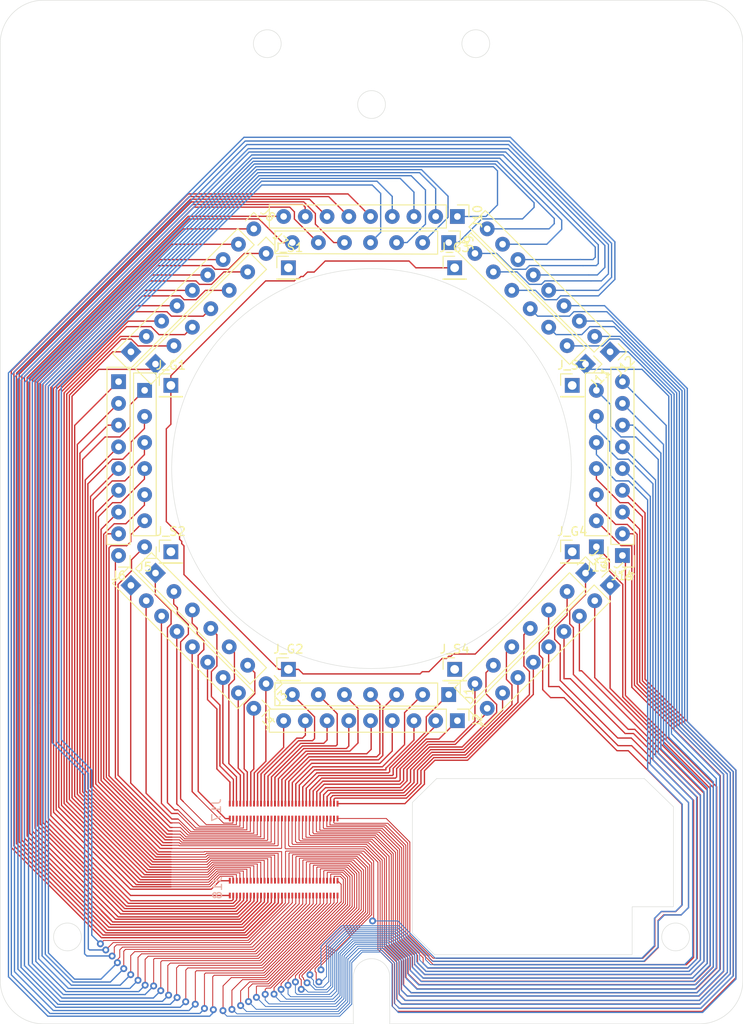
<source format=kicad_pcb>
(kicad_pcb (version 20221018) (generator pcbnew)
  (layers (0 "F.Cu" signal) (31 "B.Cu" signal) (34 "B.Paste" user) (35 "F.Paste" user) (36 "B.SilkS" user "B.Silkscreen") (37 "F.SilkS" user "F.Silkscreen") (38 "B.Mask" user) (39 "F.Mask" user) (44 "Edge.Cuts" user))
  (net 0 "")
  (net 1 "Net-(J17-Pin_1)")
  (net 2 "Net-(J17-Pin_2)")
  (net 3 "Net-(J17-Pin_3)")
  (net 4 "Net-(J17-Pin_4)")
  (net 5 "Net-(J17-Pin_5)")
  (net 6 "Net-(J17-Pin_6)")
  (net 7 "Net-(J17-Pin_7)")
  (net 8 "Net-(J17-Pin_8)")
  (net 9 "Net-(J17-Pin_9)")
  (net 10 "Net-(J17-Pin_10)")
  (net 11 "Net-(J1-Pin_7)")
  (net 12 "Net-(J17-Pin_12)")
  (net 13 "Net-(J1-Pin_6)")
  (net 14 "Net-(J17-Pin_14)")
  (net 15 "Net-(J1-Pin_5)")
  (net 16 "Net-(J17-Pin_16)")
  (net 17 "Net-(J1-Pin_4)")
  (net 18 "Net-(J1-Pin_3)")
  (net 19 "Net-(J17-Pin_19)")
  (net 20 "GND")
  (net 21 "Net-(J1-Pin_2)")
  (net 22 "Net-(J17-Pin_21)")
  (net 23 "Net-(J1-Pin_1)")
  (net 24 "Net-(J17-Pin_23)")
  (net 25 "Net-(J17-Pin_24)")
  (net 26 "Net-(J15-Pin_7)")
  (net 27 "Net-(J16-Pin_9)")
  (net 28 "Net-(J15-Pin_6)")
  (net 29 "Net-(J16-Pin_8)")
  (net 30 "Net-(J15-Pin_5)")
  (net 31 "Net-(J16-Pin_7)")
  (net 32 "Net-(J15-Pin_4)")
  (net 33 "Net-(J16-Pin_6)")
  (net 34 "Net-(J15-Pin_3)")
  (net 35 "Net-(J16-Pin_5)")
  (net 36 "Net-(J15-Pin_2)")
  (net 37 "Net-(J16-Pin_4)")
  (net 38 "Net-(J15-Pin_1)")
  (net 39 "Net-(J16-Pin_3)")
  (net 40 "Net-(J16-Pin_2)")
  (net 41 "Net-(J16-Pin_1)")
  (net 42 "Net-(J13-Pin_1)")
  (net 43 "Net-(J14-Pin_1)")
  (net 44 "Net-(J13-Pin_2)")
  (net 45 "Net-(J14-Pin_2)")
  (net 46 "Net-(J13-Pin_3)")
  (net 47 "Net-(J14-Pin_3)")
  (net 48 "Net-(J13-Pin_4)")
  (net 49 "Net-(J14-Pin_4)")
  (net 50 "Net-(J17-Pin_49)")
  (net 51 "Net-(J17-Pin_50)")
  (net 52 "Net-(J17-Pin_51)")
  (net 53 "Net-(J17-Pin_52)")
  (net 54 "Net-(J17-Pin_53)")
  (net 55 "Net-(J17-Pin_54)")
  (net 56 "Net-(J17-Pin_55)")
  (net 57 "Net-(J17-Pin_56)")
  (net 58 "Net-(J17-Pin_57)")
  (net 59 "Net-(J17-Pin_58)")
  (net 60 "Net-(J17-Pin_59)")
  (net 61 "Net-(J17-Pin_60)")
  (net 62 "Net-(J17-Pin_61)")
  (net 63 "Net-(J17-Pin_62)")
  (net 64 "Net-(J17-Pin_63)")
  (net 65 "Net-(J17-Pin_64)")
  (net 66 "Net-(J18-Pin_1)")
  (net 67 "Net-(J18-Pin_2)")
  (net 68 "Net-(J18-Pin_3)")
  (net 69 "Net-(J18-Pin_4)")
  (net 70 "Net-(J18-Pin_5)")
  (net 71 "Net-(J18-Pin_6)")
  (net 72 "Net-(J18-Pin_7)")
  (net 73 "Net-(J18-Pin_8)")
  (net 74 "Net-(J18-Pin_9)")
  (net 75 "Net-(J18-Pin_10)")
  (net 76 "Net-(J18-Pin_11)")
  (net 77 "Net-(J18-Pin_12)")
  (net 78 "Net-(J18-Pin_13)")
  (net 79 "Net-(J18-Pin_14)")
  (net 80 "Net-(J18-Pin_15)")
  (net 81 "Net-(J18-Pin_16)")
  (net 82 "Net-(J13-Pin_5)")
  (net 83 "Net-(J14-Pin_5)")
  (net 84 "Net-(J13-Pin_6)")
  (net 85 "Net-(J14-Pin_6)")
  (net 86 "Net-(J13-Pin_7)")
  (net 87 "Net-(J14-Pin_7)")
  (net 88 "Net-(J14-Pin_8)")
  (net 89 "Net-(J14-Pin_9)")
  (net 90 "Net-(J11-Pin_1)")
  (net 91 "Net-(J12-Pin_1)")
  (net 92 "Net-(J11-Pin_2)")
  (net 93 "Net-(J12-Pin_2)")
  (net 94 "Net-(J11-Pin_3)")
  (net 95 "Net-(J12-Pin_3)")
  (net 96 "Net-(J11-Pin_4)")
  (net 97 "Net-(J12-Pin_4)")
  (net 98 "Net-(J11-Pin_5)")
  (net 99 "Net-(J12-Pin_5)")
  (net 100 "Net-(J11-Pin_6)")
  (net 101 "Net-(J12-Pin_6)")
  (net 102 "Net-(J11-Pin_7)")
  (net 103 "Net-(J12-Pin_7)")
  (net 104 "Net-(J12-Pin_8)")
  (net 105 "Net-(J12-Pin_9)")
  (net 106 "Net-(J18-Pin_41)")
  (net 107 "Net-(J10-Pin_1)")
  (net 108 "Net-(J18-Pin_43)")
  (net 109 "Net-(J10-Pin_2)")
  (net 110 "Net-(J18-Pin_45)")
  (net 111 "Net-(J10-Pin_3)")
  (net 112 "Net-(J10-Pin_4)")
  (net 113 "Net-(J18-Pin_48)")
  (net 114 "Net-(J10-Pin_5)")
  (net 115 "Net-(J10-Pin_6)")
  (net 116 "Net-(J10-Pin_7)")
  (net 117 "Net-(J18-Pin_52)")
  (net 118 "Net-(J10-Pin_8)")
  (net 119 "Net-(J18-Pin_54)")
  (net 120 "Net-(J10-Pin_9)")
  (net 121 "Net-(J18-Pin_56)")
  (net 122 "Net-(J18-Pin_57)")
  (net 123 "Net-(J18-Pin_58)")
  (net 124 "Net-(J18-Pin_59)")
  (net 125 "Net-(J18-Pin_60)")
  (net 126 "Net-(J18-Pin_61)")
  (net 127 "Net-(J18-Pin_62)")
  (net 128 "Net-(J18-Pin_63)")
  (net 129 "Net-(J18-Pin_64)")
  (footprint "MEAboard_128_Molex_footprint:PinHeader_1x09_P2.5mm_Vertical_backward" (layer "F.Cu") (at 136.447321 127.577129 -135)
    (fp_text reference "J4")
    (fp_text value "Conn_01x09")
  )
  (footprint "MEAboard_128_Molex_footprint:PinHeader_1x07_P3.0mm_Vertical" (layer "F.Cu") (at 175.882313 108.999943 180)
    (fp_text reference "J13")
    (fp_text value "Conn_01x07")
  )
  (footprint "MEAboard_128_Molex_footprint:PinHeader_1x07_P3.0mm_Vertical_backward" (layer "F.Cu") (at 137.861461 124.748695 -135)
    (fp_text reference "J3")
    (fp_text value "Conn_01x07")
  )
  (footprint "MEAboard_128_Molex_footprint:PinHeader_1x09_P2.5mm_Vertical" (layer "F.Cu") (at 177.459448 113.434984 -45)
    (fp_text reference "J16")
    (fp_text value "Conn_01x09")
  )
  (footprint "MEAboard_128_Molex_footprint:PinHeader_1x09_P2.5mm_Vertical_backward" (layer "F.Cu") (at 136.447252 72.422831 -45)
    (fp_text reference "J8")
    (fp_text value "Conn_01x09")
  )
  (footprint "Connector_PinHeader_2.54mm:PinHeader_1x01_P2.54mm_Vertical" (layer "F.Cu") (at 140.432914 76.903012)
    (fp_text reference "J_S1")
    (fp_text value "Conn_01x01")
  )
  (footprint "MEAboard_128_Molex_footprint:PinHeader_1x09_P2.5mm_Vertical" (layer "F.Cu") (at 178.882265 110 180)
    (fp_text reference "J14")
    (fp_text value "Conn_01x09")
  )
  (footprint "MEAboard_128_Molex_footprint:PinHeader_1x09_P2.5mm_Vertical_backward" (layer "F.Cu") (at 120.882292 109.999968 180)
    (fp_text reference "J6")
    (fp_text value "Conn_01x09")
  )
  (footprint "MEAboard_128_Molex_footprint:PinHeader_1x07_P3.0mm_Vertical" (layer "F.Cu") (at 174.631057 87.979199 -135)
    (fp_text reference "J11")
    (fp_text value "Conn_01x07")
  )
  (footprint "MEAboard_128_Molex_footprint:PinHeader_1x09_P2.5mm_Vertical" (layer "F.Cu") (at 159.882319 71.00004 -90)
    (fp_text reference "J10")
    (fp_text value "Conn_01x09")
  )
  (footprint "Connector_PinHeader_2.54mm:PinHeader_1x01_P2.54mm_Vertical" (layer "F.Cu") (at 173.096988 90.432914)
    (fp_text reference "J_S3")
    (fp_text value "Conn_01x01")
  )
  (footprint "Connector_PinHeader_2.54mm:PinHeader_1x01_P2.54mm_Vertical" (layer "F.Cu") (at 126.903012 109.567086)
    (fp_text reference "J_S2")
    (fp_text value "Conn_01x01")
  )
  (footprint "MEAboard_128_Molex_footprint:PinHeader_1x07_P3.0mm_Vertical_backward" (layer "F.Cu") (at 137.861518 75.251248 -45)
    (fp_text reference "J7")
    (fp_text value "Conn_01x07")
  )
  (footprint "Connector_PinHeader_2.54mm:PinHeader_1x01_P2.54mm_Vertical" (layer "F.Cu") (at 173.096989 109.567085)
    (fp_text reference "J_G4")
    (fp_text value "Conn_01x01")
  )
  (footprint "MEAboard_128_Molex_footprint:PinHeader_1x09_P2.5mm_Vertical" (layer "F.Cu") (at 159.882288 129.000013 -90)
    (fp_text reference "J2")
    (fp_text value "Conn_01x09")
  )
  (footprint "Connector_PinHeader_2.54mm:PinHeader_1x01_P2.54mm_Vertical" (layer "F.Cu") (at 159.567085 76.903011)
    (fp_text reference "J_G3")
    (fp_text value "Conn_01x01")
  )
  (footprint "MEAboard_128_Molex_footprint:PinHeader_1x07_P3.0mm_Vertical_backward" (layer "F.Cu") (at 123.882322 109.000013 180)
    (fp_text reference "J5")
    (fp_text value "Conn_01x07")
  )
  (footprint "MEAboard_128_Molex_footprint:PinHeader_1x09_P2.5mm_Vertical" (layer "F.Cu") (at 177.459474 86.564932 -135)
    (fp_text reference "J12")
    (fp_text value "Conn_01x09")
  )
  (footprint "MEAboard_128_Molex_footprint:PinHeader_1x07_P3.0mm_Vertical" (layer "F.Cu") (at 158.882262 73.999992 -90)
    (fp_text reference "J9")
    (fp_text value "Conn_01x07")
  )
  (footprint "MEAboard_128_Molex_footprint:PinHeader_1x07_P3.0mm_Vertical" (layer "F.Cu") (at 174.631015 112.020844 -45)
    (fp_text reference "J15")
    (fp_text value "Conn_01x07")
  )
  (footprint "Connector_PinHeader_2.54mm:PinHeader_1x01_P2.54mm_Vertical" (layer "F.Cu") (at 126.903011 90.432915)
    (fp_text reference "J_G1")
    (fp_text value "Conn_01x01")
  )
  (footprint "Connector_PinHeader_2.54mm:PinHeader_1x01_P2.54mm_Vertical" (layer "F.Cu") (at 159.567086 123.096988)
    (fp_text reference "J_S4")
    (fp_text value "Conn_01x01")
  )
  (footprint "MEAboard_128_Molex_footprint:PinHeader_1x07_P3.0mm_Vertical" (layer "F.Cu") (at 158.882333 125.999983 -90)
    (fp_text reference "J1")
    (fp_text value "Conn_01x07")
  )
  (footprint "Connector_PinHeader_2.54mm:PinHeader_1x01_P2.54mm_Vertical" (layer "F.Cu") (at 140.432915 123.096989)
    (fp_text reference "J_G2")
    (fp_text value "Conn_01x01")
  )
  (footprint "MEAboard_512_footprint:PinHeader_2x32_P0.4mm_Vertical_SMD_Molex_Back" (layer "B.Cu") (at 133.3825 137.900837 -90)
    (fp_text reference "J17")
    (fp_text value "Conn_02x32_Counter_Clockwise")
  )
  (footprint "MEAboard_512_footprint:PinHeader_2x32_P0.4mm_Vertical_SMD_Molex_Back" (layer "B.Cu") (at 133.3825 146.765837 -90)
    (fp_text reference "J18")
    (fp_text value "Conn_02x32_Counter_Clockwise")
  )
  (gr_line (start 107.26 158.88) (end 107.26 51.12) (stroke (width 0.05)) (layer "Edge.Cuts"))
  (gr_line (start 147.9 163.88) (end 147.9 158.5) (stroke (width 0.05)) (layer "Edge.Cuts"))
  (gr_line (start 154.7 153.408337) (end 157.25 155.908337) (stroke (width 0.05)) (layer "Edge.Cuts"))
  (gr_arc (start 147.9 158.5) (mid 150 156.379743) (end 152.1 158.5) (stroke (width 0.05)) (layer "Edge.Cuts"))
  (gr_line (start 152.1 163.88) (end 187.74 163.88) (stroke (width 0.05)) (layer "Edge.Cuts"))
  (gr_line (start 184.75 150.408337) (end 184.75 138.908337) (stroke (width 0.05)) (layer "Edge.Cuts"))
  (gr_circle (center 138 51.12) (end 138 49.52) (stroke (width 0.05)) (fill none) (layer "Edge.Cuts"))
  (gr_line (start 152.1 163.88) (end 152.1 158.5) (stroke (width 0.05)) (layer "Edge.Cuts"))
  (gr_circle (center 150 58.12) (end 150 56.52) (stroke (width 0.05)) (fill none) (layer "Edge.Cuts"))
  (gr_line (start 180 150.408337) (end 184.75 150.408337) (stroke (width 0.05)) (layer "Edge.Cuts"))
  (gr_circle (center 185 153.88) (end 185 152.28) (stroke (width 0.05)) (fill none) (layer "Edge.Cuts"))
  (gr_arc (start 107.26 51.12) (mid 108.724466 47.584466) (end 112.26 46.12) (stroke (width 0.05)) (layer "Edge.Cuts"))
  (gr_circle (center 162 51.12) (end 162 49.52) (stroke (width 0.05)) (fill none) (layer "Edge.Cuts"))
  (gr_line (start 184.75 138.908337) (end 181.4 135.658337) (stroke (width 0.05)) (layer "Edge.Cuts"))
  (gr_line (start 147.9 163.88) (end 112.26 163.88) (stroke (width 0.05)) (layer "Edge.Cuts"))
  (gr_circle (center 115 153.88) (end 115 152.28) (stroke (width 0.05)) (fill none) (layer "Edge.Cuts"))
  (gr_line (start 181.4 135.658337) (end 157.5 135.658337) (stroke (width 0.05)) (layer "Edge.Cuts"))
  (gr_line (start 157.5 135.658337) (end 154.7 138.408337) (stroke (width 0.05)) (layer "Edge.Cuts"))
  (gr_line (start 112.26 46.12) (end 187.74 46.12) (stroke (width 0.05)) (layer "Edge.Cuts"))
  (gr_arc (start 112.26 163.88) (mid 108.724466 162.415534) (end 107.26 158.88) (stroke (width 0.05)) (layer "Edge.Cuts"))
  (gr_line (start 157.25 155.908337) (end 180 155.908337) (stroke (width 0.05)) (layer "Edge.Cuts"))
  (gr_line (start 154.7 138.408337) (end 154.7 153.408337) (stroke (width 0.05)) (layer "Edge.Cuts"))
  (gr_arc (start 192.74 158.88) (mid 191.275534 162.415534) (end 187.74 163.88) (stroke (width 0.05)) (layer "Edge.Cuts"))
  (gr_circle (center 150 100) (end 173 100) (stroke (width 0.05)) (fill none) (layer "Edge.Cuts"))
  (gr_line (start 180 155.908337) (end 180 150.408337) (stroke (width 0.05)) (layer "Edge.Cuts"))
  (gr_arc (start 187.74 46.12) (mid 191.275534 47.584466) (end 192.74 51.12) (stroke (width 0.05)) (layer "Edge.Cuts"))
  (gr_line (start 192.74 158.88) (end 192.74 51.12) (stroke (width 0.05)) (layer "Edge.Cuts"))
  (via (at 133.93 162.218337) (size 0.8) (drill 0.4) (layers "F.Cu" "B.Cu") (net 0))
  (via (at 141.91 159.908337) (size 0.8) (drill 0.4) (layers "F.Cu" "B.Cu") (net 0))
  (via (at 144.18 157.658337) (size 0.8) (drill 0.4) (layers "F.Cu" "B.Cu") (net 0))
  (via (at 123.12 158.868337) (size 0.8) (drill 0.4) (layers "F.Cu" "B.Cu") (net 0))
  (via (at 143.94 159.048337) (size 0.8) (drill 0.4) (layers "F.Cu" "B.Cu") (net 0))
  (via (at 135.84 161.318337) (size 0.8) (drill 0.4) (layers "F.Cu" "B.Cu") (net 0))
  (via (at 136.75 160.828337) (size 0.8) (drill 0.4) (layers "F.Cu" "B.Cu") (net 0))
  (via (at 120.75 156.838337) (size 0.8) (drill 0.4) (layers "F.Cu" "B.Cu") (net 0))
  (via (at 122.28 158.218337) (size 0.8) (drill 0.4) (layers "F.Cu" "B.Cu") (net 0))
  (via (at 121.48 157.528337) (size 0.8) (drill 0.4) (layers "F.Cu" "B.Cu") (net 0))
  (via (at 138.78 160.458337) (size 0.8) (drill 0.4) (layers "F.Cu" "B.Cu") (net 0))
  (via (at 150.12 152.038337) (size 0.8) (drill 0.4) (layers "F.Cu" "B.Cu") (net 0))
  (via (at 127.62 160.848337) (size 0.8) (drill 0.4) (layers "F.Cu" "B.Cu") (net 0))
  (via (at 139.59 159.918337) (size 0.8) (drill 0.4) (layers "F.Cu" "B.Cu") (net 0))
  (via (at 140.39 159.438337) (size 0.8) (drill 0.4) (layers "F.Cu" "B.Cu") (net 0))
  (via (at 141.24 159.058337) (size 0.8) (drill 0.4) (layers "F.Cu" "B.Cu") (net 0))
  (via (at 134.93 161.778337) (size 0.8) (drill 0.4) (layers "F.Cu" "B.Cu") (net 0))
  (via (at 131.79 162.248337) (size 0.8) (drill 0.4) (layers "F.Cu" "B.Cu") (net 0))
  (via (at 128.61 161.338337) (size 0.8) (drill 0.4) (layers "F.Cu" "B.Cu") (net 0))
  (via (at 123.94 159.428337) (size 0.8) (drill 0.4) (layers "F.Cu" "B.Cu") (net 0))
  (via (at 142.58 159.158337) (size 0.8) (drill 0.4) (layers "F.Cu" "B.Cu") (net 0))
  (via (at 142.91 158.228337) (size 0.8) (drill 0.4) (layers "F.Cu" "B.Cu") (net 0))
  (via (at 132.9 162.358337) (size 0.8) (drill 0.4) (layers "F.Cu" "B.Cu") (net 0))
  (via (at 137.76 160.478337) (size 0.8) (drill 0.4) (layers "F.Cu" "B.Cu") (net 0))
  (via (at 126.64 160.578337) (size 0.8) (drill 0.4) (layers "F.Cu" "B.Cu") (net 0))
  (via (at 124.92 159.518337) (size 0.8) (drill 0.4) (layers "F.Cu" "B.Cu") (net 0))
  (via (at 129.71 161.618337) (size 0.8) (drill 0.4) (layers "F.Cu" "B.Cu") (net 0))
  (via (at 125.74 160.058337) (size 0.8) (drill 0.4) (layers "F.Cu" "B.Cu") (net 0))
  (via (at 130.77 162.108337) (size 0.8) (drill 0.4) (layers "F.Cu" "B.Cu") (net 0))
  (segment (start 132.2 127.658337) (end 132.2 134.558337) (width 0.152) (layer "F.Cu") (net 1))
  (segment (start 131.120587 122.277416) (end 131.120587 126.578924) (width 0.152) (layer "F.Cu") (net 1))
  (segment (start 131.120587 126.578924) (end 132.2 127.658337) (width 0.152) (layer "F.Cu") (net 1))
  (segment (start 132.2 134.558337) (end 133.7 136.058337) (width 0.152) (layer "F.Cu") (net 1))
  (segment (start 133.7 136.058337) (end 133.7 138.558337) (width 0.152) (layer "F.Cu") (net 1))
  (segment (start 131.56711 123.355416) (end 131.56711 126.225447) (width 0.152) (layer "F.Cu") (net 2))
  (segment (start 132.55 134.208337) (end 134.1 135.758337) (width 0.152) (layer "F.Cu") (net 2))
  (segment (start 132.55 127.208337) (end 132.55 134.208337) (width 0.152) (layer "F.Cu") (net 2))
  (segment (start 131.474146 118.388402) (end 132.2012 119.115456) (width 0.152) (layer "F.Cu") (net 2))
  (segment (start 132.2012 122.721326) (end 131.56711 123.355416) (width 0.152) (layer "F.Cu") (net 2))
  (segment (start 132.2012 119.115456) (end 132.2012 122.721326) (width 0.152) (layer "F.Cu") (net 2))
  (segment (start 134.1 135.758337) (end 134.1 138.458337) (width 0.152) (layer "F.Cu") (net 2))
  (segment (start 131.56711 126.225447) (end 132.55 127.208337) (width 0.152) (layer "F.Cu") (net 2))
  (segment (start 134.45 135.458337) (end 134.45 138.408337) (width 0.152) (layer "F.Cu") (net 3))
  (segment (start 132.888354 124.045183) (end 132.888354 133.896691) (width 0.152) (layer "F.Cu") (net 3))
  (segment (start 132.888354 133.896691) (end 134.45 135.458337) (width 0.152) (layer "F.Cu") (net 3))
  (segment (start 134.217622 121.131878) (end 134.217622 124.255512) (width 0.152) (layer "F.Cu") (net 4))
  (segment (start 134.217622 124.255512) (end 133.578121 124.895013) (width 0.152) (layer "F.Cu") (net 4))
  (segment (start 133.578121 133.936458) (end 134.9 135.258337) (width 0.152) (layer "F.Cu") (net 4))
  (segment (start 134.9 135.258337) (end 134.9 138.458337) (width 0.152) (layer "F.Cu") (net 4))
  (segment (start 133.595466 120.509722) (end 134.217622 121.131878) (width 0.152) (layer "F.Cu") (net 4))
  (segment (start 133.578121 124.895013) (end 133.578121 133.936458) (width 0.152) (layer "F.Cu") (net 4))
  (segment (start 134.656121 134.464458) (end 135.3 135.108337) (width 0.152) (layer "F.Cu") (net 5))
  (segment (start 135.3 135.108337) (end 135.3 138.408337) (width 0.152) (layer "F.Cu") (net 5))
  (segment (start 134.656121 125.81295) (end 134.656121 134.464458) (width 0.152) (layer "F.Cu") (net 5))
  (segment (start 135.716787 122.631043) (end 136.566787 123.481043) (width 0.152) (layer "F.Cu") (net 6))
  (segment (start 136.566787 125.913295) (end 135.3412 127.138882) (width 0.152) (layer "F.Cu") (net 6))
  (segment (start 135.3412 134.549537) (end 135.7 134.908337) (width 0.152) (layer "F.Cu") (net 6))
  (segment (start 135.3412 127.138882) (end 135.3412 134.549537) (width 0.152) (layer "F.Cu") (net 6))
  (segment (start 136.566787 123.481043) (end 136.566787 125.913295) (width 0.152) (layer "F.Cu") (net 6))
  (segment (start 135.7 134.908337) (end 135.7 138.358337) (width 0.152) (layer "F.Cu") (net 6))
  (segment (start 136.447321 134.561016) (end 136.1 134.908337) (width 0.1524) (layer "F.Cu") (net 7))
  (segment (start 136.447321 127.577129) (end 136.447321 134.561016) (width 0.1524) (layer "F.Cu") (net 7))
  (segment (start 136.423888 127.580717) (end 136.423888 128.054775) (width 0.152) (layer "F.Cu") (net 7))
  (segment (start 136.1 134.908337) (end 136.1 138.308337) (width 0.1524) (layer "F.Cu") (net 7))
  (segment (start 137.838107 124.752363) (end 137.838107 133.67023) (width 0.152) (layer "F.Cu") (net 8))
  (segment (start 136.5 135.008337) (end 136.5 138.358337) (width 0.152) (layer "F.Cu") (net 8))
  (segment (start 137.838107 133.67023) (end 136.5 135.008337) (width 0.152) (layer "F.Cu") (net 8))
  (segment (start 139.882288 132.076049) (end 136.8825 135.075837) (width 0.1524) (layer "F.Cu") (net 9))
  (segment (start 139.882288 129.000013) (end 139.882288 132.076049) (width 0.1524) (layer "F.Cu") (net 9))
  (segment (start 136.8825 135.075837) (end 136.8825 138.545837) (width 0.1524) (layer "F.Cu") (net 9))
  (segment (start 142.358912 129.00361) (end 142.3412 129.021322) (width 0.152) (layer "F.Cu") (net 10))
  (segment (start 142.3412 129.021322) (end 142.3412 129.582334) (width 0.152) (layer "F.Cu") (net 10))
  (segment (start 141.4 131.008337) (end 137.2825 135.125837) (width 0.1524) (layer "F.Cu") (net 10))
  (segment (start 142.05 131.008337) (end 141.4 131.008337) (width 0.1524) (layer "F.Cu") (net 10))
  (segment (start 142.382288 130.676049) (end 142.05 131.008337) (width 0.1524) (layer "F.Cu") (net 10))
  (segment (start 137.2825 135.125837) (end 137.2825 138.545837) (width 0.1524) (layer "F.Cu") (net 10))
  (segment (start 142.382288 129.000013) (end 142.382288 130.676049) (width 0.1524) (layer "F.Cu") (net 10))
  (segment (start 140.883405 126.00358) (end 143.4412 128.561375) (width 0.152) (layer "F.Cu") (net 11))
  (segment (start 143.2 131.308337) (end 141.6 131.308337) (width 0.152) (layer "F.Cu") (net 11))
  (segment (start 143.4412 131.067137) (end 143.2 131.308337) (width 0.152) (layer "F.Cu") (net 11))
  (segment (start 140.858867 126.00358) (end 140.883405 126.00358) (width 0.152) (layer "F.Cu") (net 11))
  (segment (start 141.6 131.308337) (end 137.6825 135.225837) (width 0.152) (layer "F.Cu") (net 11))
  (segment (start 137.6825 135.225837) (end 137.6825 138.545837) (width 0.152) (layer "F.Cu") (net 11))
  (segment (start 143.4412 128.561375) (end 143.4412 131.067137) (width 0.152) (layer "F.Cu") (net 11))
  (segment (start 144.5 131.608337) (end 141.85 131.608337) (width 0.1524) (layer "F.Cu") (net 12))
  (segment (start 138.0825 135.375837) (end 138.0825 138.545837) (width 0.1524) (layer "F.Cu") (net 12))
  (segment (start 144.882288 129.000013) (end 144.882288 131.226049) (width 0.1524) (layer "F.Cu") (net 12))
  (segment (start 144.882288 131.226049) (end 144.5 131.608337) (width 0.1524) (layer "F.Cu") (net 12))
  (segment (start 141.85 131.608337) (end 138.0825 135.375837) (width 0.1524) (layer "F.Cu") (net 12))
  (segment (start 146.05 128.208337) (end 146.05 131.758337) (width 0.152) (layer "F.Cu") (net 13))
  (segment (start 145.936912 128.095249) (end 146.05 128.208337) (width 0.152) (layer "F.Cu") (net 13))
  (segment (start 142.05 131.908337) (end 138.4825 135.475837) (width 0.152) (layer "F.Cu") (net 13))
  (segment (start 145.936912 128.081625) (end 145.936912 128.095249) (width 0.152) (layer "F.Cu") (net 13))
  (segment (start 145.9 131.908337) (end 142.05 131.908337) (width 0.152) (layer "F.Cu") (net 13))
  (segment (start 143.858867 126.00358) (end 145.936912 128.081625) (width 0.152) (layer "F.Cu") (net 13))
  (segment (start 146.05 131.758337) (end 145.9 131.908337) (width 0.152) (layer "F.Cu") (net 13))
  (segment (start 138.4825 135.475837) (end 138.4825 138.545837) (width 0.152) (layer "F.Cu") (net 13))
  (segment (start 147.382288 131.926049) (end 147.1 132.208337) (width 0.1524) (layer "F.Cu") (net 14))
  (segment (start 142.2 132.208337) (end 138.8825 135.525837) (width 0.1524) (layer "F.Cu") (net 14))
  (segment (start 147.382288 129.000013) (end 147.382288 131.926049) (width 0.1524) (layer "F.Cu") (net 14))
  (segment (start 147.1 132.208337) (end 142.2 132.208337) (width 0.1524) (layer "F.Cu") (net 14))
  (segment (start 138.8825 135.525837) (end 138.8825 138.545837) (width 0.1524) (layer "F.Cu") (net 14))
  (segment (start 142.45 132.508337) (end 139.2825 135.675837) (width 0.152) (layer "F.Cu") (net 15))
  (segment (start 148.4412 127.585913) (end 148.4412 131.567137) (width 0.152) (layer "F.Cu") (net 15))
  (segment (start 148.4412 131.567137) (end 147.5 132.508337) (width 0.152) (layer "F.Cu") (net 15))
  (segment (start 146.858867 126.00358) (end 148.4412 127.585913) (width 0.152) (layer "F.Cu") (net 15))
  (segment (start 139.2825 135.675837) (end 139.2825 138.545837) (width 0.152) (layer "F.Cu") (net 15))
  (segment (start 147.5 132.508337) (end 142.45 132.508337) (width 0.152) (layer "F.Cu") (net 15))
  (segment (start 149.956413 132.301924) (end 149.45 132.808337) (width 0.1524) (layer "F.Cu") (net 16))
  (segment (start 142.65 132.808337) (end 139.6825 135.775837) (width 0.1524) (layer "F.Cu") (net 16))
  (segment (start 139.6825 135.775837) (end 139.6825 138.545837) (width 0.1524) (layer "F.Cu") (net 16))
  (segment (start 149.956413 129.074138) (end 149.956413 132.301924) (width 0.1524) (layer "F.Cu") (net 16))
  (segment (start 149.45 132.808337) (end 142.65 132.808337) (width 0.1524) (layer "F.Cu") (net 16))
  (segment (start 149.882288 129.000013) (end 149.956413 129.074138) (width 0.1524) (layer "F.Cu") (net 16))
  (segment (start 150.960488 132.797849) (end 150.6 133.158337) (width 0.1524) (layer "F.Cu") (net 17))
  (segment (start 149.882333 125.999983) (end 150.960488 127.078138) (width 0.1524) (layer "F.Cu") (net 17))
  (segment (start 140.0825 135.875837) (end 140.0825 138.545837) (width 0.1524) (layer "F.Cu") (net 17))
  (segment (start 150.6 133.158337) (end 142.8 133.158337) (width 0.1524) (layer "F.Cu") (net 17))
  (segment (start 142.8 133.158337) (end 140.0825 135.875837) (width 0.1524) (layer "F.Cu") (net 17))
  (segment (start 150.960488 127.078138) (end 150.960488 132.797849) (width 0.1524) (layer "F.Cu") (net 17))
  (segment (start 151.3 133.008337) (end 150.8 133.508337) (width 0.152) (layer "F.Cu") (net 18))
  (segment (start 151.3 127.582316) (end 151.3 133.008337) (width 0.152) (layer "F.Cu") (net 18))
  (segment (start 140.4825 135.975837) (end 140.4825 138.545837) (width 0.152) (layer "F.Cu") (net 18))
  (segment (start 142.95 133.508337) (end 140.4825 135.975837) (width 0.152) (layer "F.Cu") (net 18))
  (segment (start 152.882333 125.999983) (end 151.3 127.582316) (width 0.152) (layer "F.Cu") (net 18))
  (segment (start 150.8 133.508337) (end 142.95 133.508337) (width 0.152) (layer "F.Cu") (net 18))
  (segment (start 152.382288 129.000013) (end 152.382288 132.490625) (width 0.1524) (layer "F.Cu") (net 19))
  (segment (start 143.1 133.908337) (end 140.8825 136.125837) (width 0.1524) (layer "F.Cu") (net 19))
  (segment (start 140.8825 136.125837) (end 140.8825 138.545837) (width 0.1524) (layer "F.Cu") (net 19))
  (segment (start 152.382288 132.490625) (end 150.964576 133.908337) (width 0.1524) (layer "F.Cu") (net 19))
  (segment (start 150.964576 133.908337) (end 143.1 133.908337) (width 0.1524) (layer "F.Cu") (net 19))
  (segment (start 126.903011 94.902989) (end 126.378 95.428) (width 0.152) (layer "F.Cu") (net 20))
  (segment (start 140.432915 123.096989) (end 141.600989 123.096989) (width 0.152) (layer "F.Cu") (net 20))
  (segment (start 159.398 121.336) (end 161.938 121.336) (width 0.152) (layer "F.Cu") (net 20))
  (segment (start 141.364 78.156) (end 141.618 78.156) (width 0.152) (layer "F.Cu") (net 20))
  (segment (start 126.378 106.096) (end 127.902 107.62) (width 0.152) (layer "F.Cu") (net 20))
  (segment (start 128.41 112.192) (end 139.314989 123.096989) (width 0.152) (layer "F.Cu") (net 20))
  (segment (start 158.128 121.844) (end 158.636 121.844) (width 0.152) (layer "F.Cu") (net 20))
  (segment (start 141.600989 123.096989) (end 142.126 123.622) (width 0.152) (layer "F.Cu") (net 20))
  (segment (start 142.634 77.394) (end 143.396 77.394) (width 0.152) (layer "F.Cu") (net 20))
  (segment (start 141.618 78.156) (end 141.872 77.902) (width 0.152) (layer "F.Cu") (net 20))
  (segment (start 128.156 108.382) (end 128.156 108.636) (width 0.152) (layer "F.Cu") (net 20))
  (segment (start 127.902 107.62) (end 127.902 108.128) (width 0.152) (layer "F.Cu") (net 20))
  (segment (start 126.378 95.428) (end 126.378 106.096) (width 0.152) (layer "F.Cu") (net 20))
  (segment (start 142.126 77.902) (end 142.634 77.394) (width 0.152) (layer "F.Cu") (net 20))
  (segment (start 137.808 78.41) (end 141.11 78.41) (width 0.152) (layer "F.Cu") (net 20))
  (segment (start 155.842 123.368) (end 156.604 123.368) (width 0.152) (layer "F.Cu") (net 20))
  (segment (start 142.126 123.622) (end 155.588 123.622) (width 0.152) (layer "F.Cu") (net 20))
  (segment (start 139.314989 123.096989) (end 140.432915 123.096989) (width 0.152) (layer "F.Cu") (net 20))
  (segment (start 155.588 123.622) (end 155.842 123.368) (width 0.152) (layer "F.Cu") (net 20))
  (segment (start 126.903011 90.432915) (end 126.903011 89.314989) (width 0.152) (layer "F.Cu") (net 20))
  (segment (start 126.903011 90.432915) (end 126.903011 94.902989) (width 0.152) (layer "F.Cu") (net 20))
  (segment (start 159.144 121.59) (end 159.398 121.336) (width 0.152) (layer "F.Cu") (net 20))
  (segment (start 128.156 108.636) (end 128.41 108.89) (width 0.152) (layer "F.Cu") (net 20))
  (segment (start 126.903011 89.314989) (end 137.808 78.41) (width 0.152) (layer "F.Cu") (net 20))
  (segment (start 127.902 108.128) (end 128.156 108.382) (width 0.152) (layer "F.Cu") (net 20))
  (segment (start 128.41 108.89) (end 128.41 112.192) (width 0.152) (layer "F.Cu") (net 20))
  (segment (start 158.89 121.59) (end 159.144 121.59) (width 0.152) (layer "F.Cu") (net 20))
  (segment (start 144.666 76.124) (end 154.318 76.124) (width 0.152) (layer "F.Cu") (net 20))
  (segment (start 154.318 76.124) (end 155.097011 76.903011) (width 0.152) (layer "F.Cu") (net 20))
  (segment (start 173.096989 110.177011) (end 173.096989 109.567085) (width 0.152) (layer "F.Cu") (net 20))
  (segment (start 141.872 77.902) (end 142.126 77.902) (width 0.152) (layer "F.Cu") (net 20))
  (segment (start 158.636 121.844) (end 158.89 121.59) (width 0.152) (layer "F.Cu") (net 20))
  (segment (start 156.604 123.368) (end 158.128 121.844) (width 0.152) (layer "F.Cu") (net 20))
  (segment (start 143.396 77.394) (end 144.666 76.124) (width 0.152) (layer "F.Cu") (net 20))
  (segment (start 155.097011 76.903011) (end 159.567085 76.903011) (width 0.152) (layer "F.Cu") (net 20))
  (segment (start 141.11 78.41) (end 141.364 78.156) (width 0.152) (layer "F.Cu") (net 20))
  (segment (start 161.938 121.336) (end 173.096989 110.177011) (width 0.152) (layer "F.Cu") (net 20))
  (segment (start 143.25 134.308337) (end 141.2825 136.275837) (width 0.152) (layer "F.Cu") (net 21))
  (segment (start 153.804288 131.754049) (end 151.25 134.308337) (width 0.152) (layer "F.Cu") (net 21))
  (segment (start 151.25 134.308337) (end 143.25 134.308337) (width 0.152) (layer "F.Cu") (net 21))
  (segment (start 141.2825 136.275837) (end 141.2825 138.545837) (width 0.152) (layer "F.Cu") (net 21))
  (segment (start 153.804288 128.078028) (end 153.804288 131.754049) (width 0.152) (layer "F.Cu") (net 21))
  (segment (start 155.882333 125.999983) (end 153.804288 128.078028) (width 0.152) (layer "F.Cu") (net 21))
  (segment (start 141.6825 136.425837) (end 141.6825 138.545837) (width 0.152) (layer "F.Cu") (net 22))
  (segment (start 151.65 134.458337) (end 151.65 134.658337) (width 0.152) (layer "F.Cu") (net 22))
  (segment (start 151.67944 134.428897) (end 151.65 134.458337) (width 0.152) (layer "F.Cu") (net 22))
  (segment (start 154.882288 131.236609) (end 151.69 134.428897) (width 0.152) (layer "F.Cu") (net 22))
  (segment (start 151.69 134.428897) (end 151.67944 134.428897) (width 0.152) (layer "F.Cu") (net 22))
  (segment (start 143.45 134.658337) (end 141.6825 136.425837) (width 0.152) (layer "F.Cu") (net 22))
  (segment (start 151.65 134.658337) (end 143.45 134.658337) (width 0.152) (layer "F.Cu") (net 22))
  (segment (start 154.882288 129.000013) (end 154.882288 131.236609) (width 0.152) (layer "F.Cu") (net 22))
  (segment (start 142.0825 136.625837) (end 142.0825 138.545837) (width 0.152) (layer "F.Cu") (net 23))
  (segment (start 152.09 134.868337) (end 151.95 135.008337) (width 0.152) (layer "F.Cu") (net 23))
  (segment (start 152.09 134.458817) (end 152.09 134.868337) (width 0.152) (layer "F.Cu") (net 23))
  (segment (start 143.7 135.008337) (end 142.0825 136.625837) (width 0.152) (layer "F.Cu") (net 23))
  (segment (start 151.95 135.008337) (end 143.7 135.008337) (width 0.152) (layer "F.Cu") (net 23))
  (segment (start 158.882333 125.999983) (end 158.857795 125.999983) (width 0.152) (layer "F.Cu") (net 23))
  (segment (start 156.3 130.248817) (end 152.09 134.458817) (width 0.152) (layer "F.Cu") (net 23))
  (segment (start 156.3 128.557778) (end 156.3 130.248817) (width 0.152) (layer "F.Cu") (net 23))
  (segment (start 158.857795 125.999983) (end 156.3 128.557778) (width 0.152) (layer "F.Cu") (net 23))
  (segment (start 157.4 129.017725) (end 157.4 129.578737) (width 0.152) (layer "F.Cu") (net 24))
  (segment (start 142.4825 136.775837) (end 142.4825 138.545837) (width 0.152) (layer "F.Cu") (net 24))
  (segment (start 157.4 129.578737) (end 152.49 134.488737) (width 0.152) (layer "F.Cu") (net 24))
  (segment (start 143.95 135.308337) (end 142.4825 136.775837) (width 0.152) (layer "F.Cu") (net 24))
  (segment (start 152.49 135.218337) (end 152.4 135.308337) (width 0.152) (layer "F.Cu") (net 24))
  (segment (start 152.49 134.488737) (end 152.49 135.218337) (width 0.152) (layer "F.Cu") (net 24))
  (segment (start 157.382288 129.000013) (end 157.4 129.017725) (width 0.152) (layer "F.Cu") (net 24))
  (segment (start 152.4 135.308337) (end 143.95 135.308337) (width 0.152) (layer "F.Cu") (net 24))
  (segment (start 159.882288 129.000013) (end 157.761801 131.1205) (width 0.152) (layer "F.Cu") (net 25))
  (segment (start 142.8825 136.975837) (end 142.8825 138.545837) (width 0.152) (layer "F.Cu") (net 25))
  (segment (start 152.89 135.468337) (end 152.75 135.608337) (width 0.152) (layer "F.Cu") (net 25))
  (segment (start 144.25 135.608337) (end 142.8825 136.975837) (width 0.152) (layer "F.Cu") (net 25))
  (segment (start 152.89 134.518657) (end 152.89 135.468337) (width 0.152) (layer "F.Cu") (net 25))
  (segment (start 157.761801 131.1205) (end 156.288157 131.1205) (width 0.152) (layer "F.Cu") (net 25))
  (segment (start 152.75 135.608337) (end 144.25 135.608337) (width 0.152) (layer "F.Cu") (net 25))
  (segment (start 156.288157 131.1205) (end 152.89 134.518657) (width 0.152) (layer "F.Cu") (net 25))
  (segment (start 156.414077 131.4245) (end 153.29 134.548577) (width 0.152) (layer "F.Cu") (net 26))
  (segment (start 161.903093 129.035477) (end 159.51407 131.4245) (width 0.152) (layer "F.Cu") (net 26))
  (segment (start 153.29 135.848337) (end 153.18 135.958337) (width 0.152) (layer "F.Cu") (net 26))
  (segment (start 153.29 134.548577) (end 153.29 135.848337) (width 0.152) (layer "F.Cu") (net 26))
  (segment (start 144.4 135.958337) (end 143.2825 137.075837) (width 0.152) (layer "F.Cu") (net 26))
  (segment (start 143.2825 137.075837) (end 143.2825 138.545837) (width 0.152) (layer "F.Cu") (net 26))
  (segment (start 159.51407 131.4245) (end 156.414077 131.4245) (width 0.152) (layer "F.Cu") (net 26))
  (segment (start 153.18 135.958337) (end 144.4 135.958337) (width 0.152) (layer "F.Cu") (net 26))
  (segment (start 161.903093 124.748766) (end 161.903093 129.035477) (width 0.152) (layer "F.Cu") (net 26))
  (segment (start 144.55 136.308337) (end 153.28 136.308337) (width 0.152) (layer "F.Cu") (net 27))
  (segment (start 143.7 138.528337) (end 143.6825 138.545837) (width 0.152) (layer "F.Cu") (net 27))
  (segment (start 144.55 136.308337) (end 143.7 137.158337) (width 0.152) (layer "F.Cu") (net 27))
  (segment (start 163.317312 128.051178) (end 159.63999 131.7285) (width 0.152) (layer "F.Cu") (net 27))
  (segment (start 156.539997 131.7285) (end 153.69 134.578497) (width 0.152) (layer "F.Cu") (net 27))
  (segment (start 143.7 137.158337) (end 143.7 138.528337) (width 0.152) (layer "F.Cu") (net 27))
  (segment (start 153.28 136.308337) (end 153.69 135.898337) (width 0.152) (layer "F.Cu") (net 27))
  (segment (start 159.63999 131.7285) (end 156.539997 131.7285) (width 0.152) (layer "F.Cu") (net 27))
  (segment (start 153.69 135.898337) (end 153.69 134.578497) (width 0.152) (layer "F.Cu") (net 27))
  (segment (start 163.317312 127.57712) (end 163.317312 128.051178) (width 0.152) (layer "F.Cu") (net 27))
  (segment (start 156.665917 132.0325) (end 154.09 134.608417) (width 0.152) (layer "F.Cu") (net 28))
  (segment (start 164.4 127.135285) (end 164.4 128.058337) (width 0.152) (layer "F.Cu") (net 28))
  (segment (start 163.174413 125.909698) (end 164.4 127.135285) (width 0.152) (layer "F.Cu") (net 28))
  (segment (start 154.09 135.928337) (end 153.31 136.708337) (width 0.152) (layer "F.Cu") (net 28))
  (segment (start 144.7 136.708337) (end 144.0825 137.325837) (width 0.152) (layer "F.Cu") (net 28))
  (segment (start 160.425837 132.0325) (end 156.665917 132.0325) (width 0.152) (layer "F.Cu") (net 28))
  (segment (start 154.09 134.608417) (end 154.09 135.928337) (width 0.152) (layer "F.Cu") (net 28))
  (segment (start 153.31 136.708337) (end 144.7 136.708337) (width 0.152) (layer "F.Cu") (net 28))
  (segment (start 144.0825 137.325837) (end 144.0825 138.545837) (width 0.152) (layer "F.Cu") (net 28))
  (segment (start 163.174413 123.477446) (end 163.174413 125.909698) (width 0.152) (layer "F.Cu") (net 28))
  (segment (start 164.4 128.058337) (end 160.425837 132.0325) (width 0.152) (layer "F.Cu") (net 28))
  (segment (start 164.024413 122.627446) (end 163.174413 123.477446) (width 0.152) (layer "F.Cu") (net 28))
  (segment (start 153.55 137.008337) (end 154.49 136.068337) (width 0.152) (layer "F.Cu") (net 29))
  (segment (start 165.085079 127.803178) (end 160.551757 132.3365) (width 0.152) (layer "F.Cu") (net 29))
  (segment (start 145 137.008337) (end 144.4825 137.525837) (width 0.152) (layer "F.Cu") (net 29))
  (segment (start 165.085079 125.809353) (end 165.085079 127.803178) (width 0.152) (layer "F.Cu") (net 29))
  (segment (start 154.49 136.068337) (end 154.49 134.638337) (width 0.152) (layer "F.Cu") (net 29))
  (segment (start 156.791837 132.3365) (end 154.49 134.638337) (width 0.152) (layer "F.Cu") (net 29))
  (segment (start 160.551757 132.3365) (end 156.791837 132.3365) (width 0.152) (layer "F.Cu") (net 29))
  (segment (start 145 137.008337) (end 153.55 137.008337) (width 0.152) (layer "F.Cu") (net 29))
  (segment (start 144.4825 137.525837) (end 144.4825 138.545837) (width 0.152) (layer "F.Cu") (net 29))
  (segment (start 144.8825 137.725837) (end 144.8825 138.545837) (width 0.152) (layer "F.Cu") (net 30))
  (segment (start 156.917757 132.6405) (end 154.89 134.668257) (width 0.152) (layer "F.Cu") (net 30))
  (segment (start 154.89 134.668257) (end 154.89 136.118337) (width 0.152) (layer "F.Cu") (net 30))
  (segment (start 160.677678 132.6405) (end 156.917757 132.6405) (width 0.152) (layer "F.Cu") (net 30))
  (segment (start 145.3 137.308337) (end 144.8825 137.725837) (width 0.152) (layer "F.Cu") (net 30))
  (segment (start 154.89 136.118337) (end 153.7 137.308337) (width 0.152) (layer "F.Cu") (net 30))
  (segment (start 165.523578 121.128281) (end 165.523578 124.251915) (width 0.152) (layer "F.Cu") (net 30))
  (segment (start 165.523578 124.251915) (end 166.163079 124.891416) (width 0.152) (layer "F.Cu") (net 30))
  (segment (start 166.145734 120.506125) (end 165.523578 121.128281) (width 0.152) (layer "F.Cu") (net 30))
  (segment (start 153.7 137.308337) (end 145.3 137.308337) (width 0.152) (layer "F.Cu") (net 30))
  (segment (start 166.163079 127.155098) (end 160.677678 132.6405) (width 0.152) (layer "F.Cu") (net 30))
  (segment (start 166.163079 124.891416) (end 166.163079 127.155098) (width 0.152) (layer "F.Cu") (net 30))
  (segment (start 166.852846 126.895251) (end 160.803599 132.9445) (width 0.152) (layer "F.Cu") (net 31))
  (segment (start 160.803599 132.9445) (end 157.043677 132.9445) (width 0.152) (layer "F.Cu") (net 31))
  (segment (start 155.29 136.188337) (end 155.29 134.698177) (width 0.152) (layer "F.Cu") (net 31))
  (segment (start 145.2825 137.875837) (end 145.2825 138.545837) (width 0.152) (layer "F.Cu") (net 31))
  (segment (start 153.87 137.608337) (end 153.94 137.538337) (width 0.152) (layer "F.Cu") (net 31))
  (segment (start 157.043677 132.9445) (end 155.29 134.698177) (width 0.152) (layer "F.Cu") (net 31))
  (segment (start 166.852846 124.041586) (end 166.852846 126.895251) (width 0.152) (layer "F.Cu") (net 31))
  (segment (start 145.55 137.608337) (end 153.87 137.608337) (width 0.152) (layer "F.Cu") (net 31))
  (segment (start 145.55 137.608337) (end 145.2825 137.875837) (width 0.152) (layer "F.Cu") (net 31))
  (segment (start 153.94 137.538337) (end 155.29 136.188337) (width 0.152) (layer "F.Cu") (net 31))
  (segment (start 167.54 119.111859) (end 168.267054 118.384805) (width 0.152) (layer "F.Cu") (net 32))
  (segment (start 154.02 137.908337) (end 145.8 137.908337) (width 0.152) (layer "F.Cu") (net 32))
  (segment (start 155.69 134.728097) (end 157.169597 133.2485) (width 0.152) (layer "F.Cu") (net 32))
  (segment (start 157.169597 133.2485) (end 160.92952 133.2485) (width 0.152) (layer "F.Cu") (net 32))
  (segment (start 145.6825 138.545837) (end 145.6825 138.025837) (width 0.152) (layer "F.Cu") (net 32))
  (segment (start 167.54 122.717729) (end 167.54 119.111859) (width 0.152) (layer "F.Cu") (net 32))
  (segment (start 155.69 134.728097) (end 155.69 136.238337) (width 0.152) (layer "F.Cu") (net 32))
  (segment (start 168.17409 126.003929) (end 168.17409 123.351819) (width 0.152) (layer "F.Cu") (net 32))
  (segment (start 168.17409 123.351819) (end 167.54 122.717729) (width 0.152) (layer "F.Cu") (net 32))
  (segment (start 160.92952 133.2485) (end 168.17409 126.003929) (width 0.152) (layer "F.Cu") (net 32))
  (segment (start 145.6825 138.025837) (end 145.8 137.908337) (width 0.152) (layer "F.Cu") (net 32))
  (segment (start 155.69 136.238337) (end 154.02 137.908337) (width 0.152) (layer "F.Cu") (net 32))
  (segment (start 161.055441 133.5525) (end 157.295517 133.5525) (width 0.152) (layer "F.Cu") (net 33))
  (segment (start 157.295517 133.5525) (end 156.09 134.758017) (width 0.152) (layer "F.Cu") (net 33))
  (segment (start 168.620613 125.987327) (end 161.055441 133.5525) (width 0.152) (layer "F.Cu") (net 33))
  (segment (start 153.8425 138.545837) (end 156.09 136.298337) (width 0.1524) (layer "F.Cu") (net 33))
  (segment (start 156.09 136.298337) (end 156.09 134.758017) (width 0.1524) (layer "F.Cu") (net 33))
  (segment (start 146.0825 138.545837) (end 153.8425 138.545837) (width 0.1524) (layer "F.Cu") (net 33))
  (segment (start 168.620613 122.273819) (end 168.620613 125.987327) (width 0.152) (layer "F.Cu") (net 33))
  (segment (start 185.01 150.968337) (end 183.36 150.968337) (width 0.152) (layer "F.Cu") (net 34))
  (segment (start 181.21 156.328337) (end 157.44 156.328337) (width 0.152) (layer "F.Cu") (net 34))
  (segment (start 151.6975 140.255837) (end 146.0825 140.255837) (width 0.1016) (layer "F.Cu") (net 34))
  (segment (start 154.41 153.648337) (end 154.41 142.968337) (width 0.1016) (layer "F.Cu") (net 34))
  (segment (start 170.61 126.348337) (end 172.15 126.348337) (width 0.152) (layer "F.Cu") (net 34))
  (segment (start 157.44 156.328337) (end 157.09 156.328337) (width 0.1016) (layer "F.Cu") (net 34))
  (segment (start 154.41 142.968337) (end 151.6975 140.255837) (width 0.1016) (layer "F.Cu") (net 34))
  (segment (start 169.698613 125.43695) (end 170.02 125.758337) (width 0.152) (layer "F.Cu") (net 34))
  (segment (start 169.31038 120.059529) (end 169.31038 121.439063) (width 0.152) (layer "F.Cu") (net 34))
  (segment (start 157.09 156.328337) (end 154.41 153.648337) (width 0.1016) (layer "F.Cu") (net 34))
  (segment (start 179.55 132.458337) (end 185.72 138.628337) (width 0.152) (layer "F.Cu") (net 34))
  (segment (start 183.36 150.968337) (end 182.61 151.718337) (width 0.152) (layer "F.Cu") (net 34))
  (segment (start 182.61 154.928337) (end 181.21 156.328337) (width 0.152) (layer "F.Cu") (net 34))
  (segment (start 185.72 138.628337) (end 185.72 150.258337) (width 0.152) (layer "F.Cu") (net 34))
  (segment (start 169.31038 121.439063) (end 169.698613 121.827296) (width 0.152) (layer "F.Cu") (net 34))
  (segment (start 169.698613 121.827296) (end 169.698613 125.339248) (width 0.152) (layer "F.Cu") (net 34))
  (segment (start 170.388374 116.263485) (end 170.388374 118.981535) (width 0.152) (layer "F.Cu") (net 34))
  (segment (start 172.15 126.348337) (end 178.26 132.458337) (width 0.152) (layer "F.Cu") (net 34))
  (segment (start 170.388374 118.981535) (end 169.31038 120.059529) (width 0.152) (layer "F.Cu") (net 34))
  (segment (start 178.26 132.458337) (end 179.55 132.458337) (width 0.152) (layer "F.Cu") (net 34))
  (segment (start 169.698613 125.339248) (end 169.698613 125.43695) (width 0.152) (layer "F.Cu") (net 34))
  (segment (start 185.72 150.258337) (end 185.01 150.968337) (width 0.152) (layer "F.Cu") (net 34))
  (segment (start 182.61 151.718337) (end 182.61 154.928337) (width 0.152) (layer "F.Cu") (net 34))
  (segment (start 170.02 125.758337) (end 170.61 126.348337) (width 0.152) (layer "F.Cu") (net 34))
  (segment (start 182.99 151.988337) (end 182.99 155.108337) (width 0.152) (layer "F.Cu") (net 35))
  (segment (start 182.99 155.108337) (end 181.41 156.688337) (width 0.152) (layer "F.Cu") (net 35))
  (segment (start 171.581065 125.079402) (end 178.38 131.878337) (width 0.152) (layer "F.Cu") (net 35))
  (segment (start 145.7212 140.808337) (end 151.87 140.808337) (width 0.1) (layer "F.Cu") (net 35))
  (segment (start 181.41 156.688337) (end 157.1 156.688337) (width 0.152) (layer "F.Cu") (net 35))
  (segment (start 186.48 150.508337) (end 185.64 151.348337) (width 0.152) (layer "F.Cu") (net 35))
  (segment (start 170.38838 125.079402) (end 171.581065 125.079402) (width 0.152) (layer "F.Cu") (net 35))
  (segment (start 179.94 131.878337) (end 186.48 138.418337) (width 0.152) (layer "F.Cu") (net 35))
  (segment (start 170.38838 120.506052) (end 170.38838 125.079402) (width 0.152) (layer "F.Cu") (net 35))
  (segment (start 154.165 153.773337) (end 157.08 156.688337) (width 0.1) (layer "F.Cu") (net 35))
  (segment (start 145.6525 140.739637) (end 145.7212 140.808337) (width 0.1) (layer "F.Cu") (net 35))
  (segment (start 183.63 151.348337) (end 182.99 151.988337) (width 0.152) (layer "F.Cu") (net 35))
  (segment (start 154.165 143.103337) (end 154.165 153.773337) (width 0.1) (layer "F.Cu") (net 35))
  (segment (start 145.6525 140.354637) (end 145.6525 140.739637) (width 0.1) (layer "F.Cu") (net 35))
  (segment (start 151.87 140.808337) (end 154.165 143.103337) (width 0.1) (layer "F.Cu") (net 35))
  (segment (start 185.64 151.348337) (end 183.63 151.348337) (width 0.152) (layer "F.Cu") (net 35))
  (segment (start 186.48 138.418337) (end 186.48 150.508337) (width 0.152) (layer "F.Cu") (net 35))
  (segment (start 178.38 131.878337) (end 179.94 131.878337) (width 0.152) (layer "F.Cu") (net 35))
  (segment (start 157.08 156.688337) (end 157.1 156.688337) (width 0.1) (layer "F.Cu") (net 35))
  (segment (start 178.34 130.998337) (end 179.9 130.998337) (width 0.152) (layer "F.Cu") (net 36))
  (segment (start 171.717648 124.375985) (end 178.34 130.998337) (width 0.152) (layer "F.Cu") (net 36))
  (segment (start 187.07 156.248337) (end 186.25 157.068337) (width 0.152) (layer "F.Cu") (net 36))
  (segment (start 172.509695 114.142164) (end 172.509695 116.860214) (width 0.152) (layer "F.Cu") (net 36))
  (segment (start 172.509695 116.860214) (end 171.078147 118.291762) (width 0.152) (layer "F.Cu") (net 36))
  (segment (start 145.22 141.007137) (end 145.22 140.387137) (width 0.1) (layer "F.Cu") (net 36))
  (segment (start 157.17 157.068337) (end 157.11 157.068337) (width 0.1) (layer "F.Cu") (net 36))
  (segment (start 157.11 157.068337) (end 153.94 153.898337) (width 0.1) (layer "F.Cu") (net 36))
  (segment (start 187.07 138.168337) (end 187.07 156.248337) (width 0.152) (layer "F.Cu") (net 36))
  (segment (start 153.94 143.328337) (end 151.6188 141.007137) (width 0.1) (layer "F.Cu") (net 36))
  (segment (start 171.078147 118.291762) (end 171.078147 119.646484) (width 0.152) (layer "F.Cu") (net 36))
  (segment (start 179.9 130.998337) (end 187.07 138.168337) (width 0.152) (layer "F.Cu") (net 36))
  (segment (start 171.078147 119.646484) (end 171.717648 120.285985) (width 0.152) (layer "F.Cu") (net 36))
  (segment (start 153.94 153.898337) (end 153.94 143.328337) (width 0.1) (layer "F.Cu") (net 36))
  (segment (start 186.25 157.068337) (end 157.17 157.068337) (width 0.152) (layer "F.Cu") (net 36))
  (segment (start 151.6188 141.007137) (end 145.22 141.007137) (width 0.1) (layer "F.Cu") (net 36))
  (segment (start 171.717648 120.285985) (end 171.717648 124.375985) (width 0.152) (layer "F.Cu") (net 36))
  (segment (start 145.25 140.288337) (end 145.2825 140.255837) (width 0.1) (layer "F.Cu") (net 36))
  (segment (start 187.49 156.348337) (end 186.38 157.458337) (width 0.152) (layer "F.Cu") (net 37))
  (segment (start 155.94 156.278337) (end 155.94 156.898337) (width 0.1016) (layer "F.Cu") (net 37))
  (segment (start 144.8525 140.354637) (end 144.8525 141.189637) (width 0.1016) (layer "F.Cu") (net 37))
  (segment (start 187.49 137.818337) (end 187.49 156.348337) (width 0.152) (layer "F.Cu") (net 37))
  (segment (start 153.7 143.448337) (end 153.7 154.038337) (width 0.1016) (layer "F.Cu") (net 37))
  (segment (start 153.7 154.038337) (end 155.94 156.278337) (width 0.1016) (layer "F.Cu") (net 37))
  (segment (start 172.156147 118.738285) (end 172.156147 124.171477) (width 0.152) (layer "F.Cu") (net 37))
  (segment (start 172.88314 124.171477) (end 179.19 130.478337) (width 0.152) (layer "F.Cu") (net 37))
  (segment (start 172.156147 124.171477) (end 172.88314 124.171477) (width 0.152) (layer "F.Cu") (net 37))
  (segment (start 156.49 157.458337) (end 155.935 156.903337) (width 0.152) (layer "F.Cu") (net 37))
  (segment (start 155.94 156.898337) (end 155.935 156.903337) (width 0.1016) (layer "F.Cu") (net 37))
  (segment (start 186.38 157.458337) (end 156.49 157.458337) (width 0.152) (layer "F.Cu") (net 37))
  (segment (start 151.4413 141.189637) (end 153.7 143.448337) (width 0.1016) (layer "F.Cu") (net 37))
  (segment (start 144.8525 141.189637) (end 151.4413 141.189637) (width 0.1016) (layer "F.Cu") (net 37))
  (segment (start 179.19 130.478337) (end 180.15 130.478337) (width 0.152) (layer "F.Cu") (net 37))
  (segment (start 180.15 130.478337) (end 187.49 137.818337) (width 0.152) (layer "F.Cu") (net 37))
  (segment (start 187.85 156.528337) (end 186.54 157.838337) (width 0.152) (layer "F.Cu") (net 38))
  (segment (start 155.29 156.848337) (end 155.31 156.828337) (width 0.1016) (layer "F.Cu") (net 38))
  (segment (start 172.813695 116.304642) (end 172.813695 117.87131) (width 0.152) (layer "F.Cu") (net 38))
  (segment (start 155.31 156.828337) (end 155.31 156.008337) (width 0.1016) (layer "F.Cu") (net 38))
  (segment (start 187.85 137.548337) (end 187.85 156.528337) (width 0.152) (layer "F.Cu") (net 38))
  (segment (start 153.47 154.168337) (end 153.47 143.638337) (width 0.1016) (layer "F.Cu") (net 38))
  (segment (start 144.4525 141.339637) (end 144.4525 140.354637) (width 0.1016) (layer "F.Cu") (net 38))
  (segment (start 179.55 129.998337) (end 180.3 129.998337) (width 0.152) (layer "F.Cu") (net 38))
  (segment (start 173.234147 123.682484) (end 179.55 129.998337) (width 0.152) (layer "F.Cu") (net 38))
  (segment (start 174.631015 114.487322) (end 172.813695 116.304642) (width 0.152) (layer "F.Cu") (net 38))
  (segment (start 155.31 156.008337) (end 153.47 154.168337) (width 0.1016) (layer "F.Cu") (net 38))
  (segment (start 153.47 143.638337) (end 151.2424 141.410737) (width 0.1016) (layer "F.Cu") (net 38))
  (segment (start 156.28 157.838337) (end 155.29 156.848337) (width 0.152) (layer "F.Cu") (net 38))
  (segment (start 144.5236 141.410737) (end 144.4525 141.339637) (width 0.1016) (layer "F.Cu") (net 38))
  (segment (start 174.631015 112.020844) (end 174.631015 114.487322) (width 0.152) (layer "F.Cu") (net 38))
  (segment (start 186.54 157.838337) (end 156.28 157.838337) (width 0.152) (layer "F.Cu") (net 38))
  (segment (start 151.2424 141.410737) (end 144.5236 141.410737) (width 0.1016) (layer "F.Cu") (net 38))
  (segment (start 173.234147 118.291762) (end 173.234147 123.682484) (width 0.152) (layer "F.Cu") (net 38))
  (segment (start 172.813695 117.87131) (end 173.234147 118.291762) (width 0.152) (layer "F.Cu") (net 38))
  (segment (start 180.3 129.998337) (end 187.85 137.548337) (width 0.152) (layer "F.Cu") (net 38))
  (segment (start 144.0525 140.354637) (end 144.0525 141.589637) (width 0.1016) (layer "F.Cu") (net 39))
  (segment (start 186.75 158.208337) (end 156.13 158.208337) (width 0.152) (layer "F.Cu") (net 39))
  (segment (start 153.23 143.788337) (end 153.23 154.278337) (width 0.1016) (layer "F.Cu") (net 39))
  (segment (start 156.13 158.208337) (end 154.97 157.048337) (width 0.152) (layer "F.Cu") (net 39))
  (segment (start 154.97 156.018337) (end 154.97 157.048337) (width 0.1016) (layer "F.Cu") (net 39))
  (segment (start 173.923914 116.970518) (end 173.923914 123.26355) (width 0.152) (layer "F.Cu") (net 39))
  (segment (start 174.185213 123.26355) (end 188.27 137.348337) (width 0.152) (layer "F.Cu") (net 39))
  (segment (start 144.0752 141.612337) (end 151.054 141.612337) (width 0.1016) (layer "F.Cu") (net 39))
  (segment (start 144.0525 141.589637) (end 144.0752 141.612337) (width 0.1016) (layer "F.Cu") (net 39))
  (segment (start 188.27 156.688337) (end 186.75 158.208337) (width 0.152) (layer "F.Cu") (net 39))
  (segment (start 188.27 137.348337) (end 188.27 156.688337) (width 0.152) (layer "F.Cu") (net 39))
  (segment (start 153.23 154.278337) (end 154.97 156.018337) (width 0.1016) (layer "F.Cu") (net 39))
  (segment (start 151.054 141.612337) (end 153.23 143.788337) (width 0.1016) (layer "F.Cu") (net 39))
  (segment (start 173.923914 123.26355) (end 174.185213 123.26355) (width 0.152) (layer "F.Cu") (net 39))
  (segment (start 153 143.948337) (end 150.8656 141.813937) (width 0.1016) (layer "F.Cu") (net 40))
  (segment (start 154.73 156.138337) (end 153 154.408337) (width 0.1016) (layer "F.Cu") (net 40))
  (segment (start 143.6525 141.739637) (end 143.6525 140.354637) (width 0.1016) (layer "F.Cu") (net 40))
  (segment (start 153 154.408337) (end 153 143.948337) (width 0.1016) (layer "F.Cu") (net 40))
  (segment (start 143.7268 141.813937) (end 143.6525 141.739637) (width 0.1016) (layer "F.Cu") (net 40))
  (segment (start 175.691681 115.202751) (end 175.691681 124.050018) (width 0.152) (layer "F.Cu") (net 40))
  (segment (start 175.691681 124.050018) (end 188.64 136.998337) (width 0.152) (layer "F.Cu") (net 40))
  (segment (start 186.94 158.618337) (end 155.96 158.618337) (width 0.152) (layer "F.Cu") (net 40))
  (segment (start 155.96 158.618337) (end 154.73 157.388337) (width 0.152) (layer "F.Cu") (net 40))
  (segment (start 150.8656 141.813937) (end 143.7268 141.813937) (width 0.1016) (layer "F.Cu") (net 40))
  (segment (start 188.64 136.998337) (end 188.64 156.918337) (width 0.152) (layer "F.Cu") (net 40))
  (segment (start 188.64 156.918337) (end 186.94 158.618337) (width 0.152) (layer "F.Cu") (net 40))
  (segment (start 154.73 157.388337) (end 154.73 156.138337) (width 0.1016) (layer "F.Cu") (net 40))
  (segment (start 143.2525 141.889637) (end 143.3784 142.015537) (width 0.1016) (layer "F.Cu") (net 41))
  (segment (start 143.3784 142.015537) (end 150.6172 142.015537) (width 0.1016) (layer "F.Cu") (net 41))
  (segment (start 187.19 158.978337) (end 155.71 158.978337) (width 0.152) (layer "F.Cu") (net 41))
  (segment (start 177.459448 125.277785) (end 188.97 136.788337) (width 0.152) (layer "F.Cu") (net 41))
  (segment (start 150.6172 142.015537) (end 152.76 144.158337) (width 0.1016) (layer "F.Cu") (net 41))
  (segment (start 188.97 136.788337) (end 188.97 157.198337) (width 0.152) (layer "F.Cu") (net 41))
  (segment (start 152.76 154.508337) (end 154.47 156.218337) (width 0.1016) (layer "F.Cu") (net 41))
  (segment (start 143.2525 140.354637) (end 143.2525 141.889637) (width 0.1016) (layer "F.Cu") (net 41))
  (segment (start 152.76 144.158337) (end 152.76 154.508337) (width 0.1016) (layer "F.Cu") (net 41))
  (segment (start 154.47 156.218337) (end 154.47 157.738337) (width 0.1016) (layer "F.Cu") (net 41))
  (segment (start 155.71 158.978337) (end 154.47 157.738337) (width 0.152) (layer "F.Cu") (net 41))
  (segment (start 188.97 157.198337) (end 187.19 158.978337) (width 0.152) (layer "F.Cu") (net 41))
  (segment (start 177.459448 113.434984) (end 177.459448 125.277785) (width 0.152) (layer "F.Cu") (net 41))
  (segment (start 189.34 136.698337) (end 178.92 126.278337) (width 0.152) (layer "F.Cu") (net 42))
  (segment (start 142.8525 142.089637) (end 142.8525 140.354637) (width 0.1016) (layer "F.Cu") (net 42))
  (segment (start 154.22 158.118337) (end 154.22 156.328337) (width 0.1016) (layer "F.Cu") (net 42))
  (segment (start 178.92 113.318337) (end 177.365008 111.763345) (width 0.152) (layer "F.Cu") (net 42))
  (segment (start 154.22 158.118337) (end 155.46 159.358337) (width 0.152) (layer "F.Cu") (net 42))
  (segment (start 152.5 144.288337) (end 150.4288 142.217137) (width 0.1016) (layer "F.Cu") (net 42))
  (segment (start 152.5 154.608337) (end 152.5 144.288337) (width 0.1016) (layer "F.Cu") (net 42))
  (segment (start 177.365008 111.763345) (end 177.365008 110.482638) (width 0.152) (layer "F.Cu") (net 42))
  (segment (start 155.46 159.358337) (end 187.32 159.358337) (width 0.152) (layer "F.Cu") (net 42))
  (segment (start 142.98 142.217137) (end 142.8525 142.089637) (width 0.1016) (layer "F.Cu") (net 42))
  (segment (start 154.22 156.328337) (end 152.5 154.608337) (width 0.1016) (layer "F.Cu") (net 42))
  (segment (start 178.92 126.278337) (end 178.92 113.318337) (width 0.152) (layer "F.Cu") (net 42))
  (segment (start 187.32 159.358337) (end 189.34 157.338337) (width 0.152) (layer "F.Cu") (net 42))
  (segment (start 150.4288 142.217137) (end 142.98 142.217137) (width 0.1016) (layer "F.Cu") (net 42))
  (segment (start 177.365008 110.482638) (end 175.882313 108.999943) (width 0.152) (layer "F.Cu") (net 42))
  (segment (start 189.34 157.338337) (end 189.34 136.698337) (width 0.152) (layer "F.Cu") (net 42))
  (segment (start 179.224 110.341735) (end 179.224 126.102337) (width 0.152) (layer "F.Cu") (net 43))
  (segment (start 142.49 142.427137) (end 150.3188 142.427137) (width 0.1016) (layer "F.Cu") (net 43))
  (segment (start 142.4525 142.389637) (end 142.49 142.427137) (width 0.1016) (layer "F.Cu") (net 43))
  (segment (start 189.73 136.608337) (end 189.73 157.468337) (width 0.152) (layer "F.Cu") (net 43))
  (segment (start 152.28 144.388337) (end 152.28 154.748337) (width 0.1016) (layer "F.Cu") (net 43))
  (segment (start 178.882265 110) (end 179.224 110.341735) (width 0.152) (layer "F.Cu") (net 43))
  (segment (start 189.73 157.468337) (end 187.34 159.858337) (width 0.152) (layer "F.Cu") (net 43))
  (segment (start 152.28 154.748337) (end 153.97 156.438337) (width 0.1016) (layer "F.Cu") (net 43))
  (segment (start 142.4525 140.354637) (end 142.4525 142.389637) (width 0.1016) (layer "F.Cu") (net 43))
  (segment (start 187.34 159.858337) (end 155.26 159.858337) (width 0.152) (layer "F.Cu") (net 43))
  (segment (start 155.26 159.858337) (end 153.97 158.568337) (width 0.152) (layer "F.Cu") (net 43))
  (segment (start 153.97 156.438337) (end 153.97 158.568337) (width 0.1016) (layer "F.Cu") (net 43))
  (segment (start 150.3188 142.427137) (end 152.28 144.388337) (width 0.1016) (layer "F.Cu") (net 43))
  (segment (start 179.224 126.102337) (end 189.73 136.608337) (width 0.152) (layer "F.Cu") (net 43))
  (segment (start 152.02 144.598337) (end 150.0572 142.635537) (width 0.1016) (layer "F.Cu") (net 44))
  (segment (start 178.726079 108.868337) (end 179.96 108.868337) (width 0.152) (layer "F.Cu") (net 44))
  (segment (start 175.882313 106.024571) (end 178.726079 108.868337) (width 0.152) (layer "F.Cu") (net 44))
  (segment (start 190.14 135.338337) (end 190.14 157.588337) (width 0.152) (layer "F.Cu") (net 44))
  (segment (start 152.02 154.848337) (end 152.02 144.598337) (width 0.1016) (layer "F.Cu") (net 44))
  (segment (start 175.882313 105.999943) (end 175.882313 106.024571) (width 0.152) (layer "F.Cu") (net 44))
  (segment (start 150.0572 142.635537) (end 142.0984 142.635537) (width 0.1016) (layer "F.Cu") (net 44))
  (segment (start 153.71 159.448337) (end 153.71 156.538337) (width 0.1016) (layer "F.Cu") (net 44))
  (segment (start 142.0525 142.589637) (end 142.0525 140.354637) (width 0.1016) (layer "F.Cu") (net 44))
  (segment (start 179.96 125.158337) (end 190.14 135.338337) (width 0.152) (layer "F.Cu") (net 44))
  (segment (start 154.56 160.298337) (end 153.71 159.448337) (width 0.152) (layer "F.Cu") (net 44))
  (segment (start 179.96 108.868337) (end 179.96 125.158337) (width 0.152) (layer "F.Cu") (net 44))
  (segment (start 187.43 160.298337) (end 154.56 160.298337) (width 0.152) (layer "F.Cu") (net 44))
  (segment (start 153.71 156.538337) (end 152.02 154.848337) (width 0.1016) (layer "F.Cu") (net 44))
  (segment (start 142.0984 142.635537) (end 142.0525 142.589637) (width 0.1016) (layer "F.Cu") (net 44))
  (segment (start 190.14 157.588337) (end 187.43 160.298337) (width 0.152) (layer "F.Cu") (net 44))
  (segment (start 153.465 160.028337) (end 153.465 156.638337) (width 0.1016) (layer "F.Cu") (net 45))
  (segment (start 190.53 135.178337) (end 190.53 157.848337) (width 0.152) (layer "F.Cu") (net 45))
  (segment (start 141.8 142.837137) (end 141.6525 142.689637) (width 0.1016) (layer "F.Cu") (net 45))
  (segment (start 190.53 157.848337) (end 187.7 160.678337) (width 0.152) (layer "F.Cu") (net 45))
  (segment (start 180.264 107.679654) (end 180.264 119.584337) (width 0.152) (layer "F.Cu") (net 45))
  (segment (start 187.7 160.678337) (end 154.115 160.678337) (width 0.152) (layer "F.Cu") (net 45))
  (segment (start 151.715 144.683337) (end 149.8688 142.837137) (width 0.1016) (layer "F.Cu") (net 45))
  (segment (start 154.115 160.678337) (end 153.465 160.028337) (width 0.152) (layer "F.Cu") (net 45))
  (segment (start 180.26 119.588337) (end 180.26 124.908337) (width 0.152) (layer "F.Cu") (net 45))
  (segment (start 178.882265 107.5) (end 180.084346 107.5) (width 0.152) (layer "F.Cu") (net 45))
  (segment (start 180.26 124.908337) (end 190.53 135.178337) (width 0.152) (layer "F.Cu") (net 45))
  (segment (start 153.465 156.638337) (end 151.8225 154.995837) (width 0.1016) (layer "F.Cu") (net 45))
  (segment (start 151.8225 154.990837) (end 151.715 154.883337) (width 0.1016) (layer "F.Cu") (net 45))
  (segment (start 151.715 154.883337) (end 151.715 144.683337) (width 0.1016) (layer "F.Cu") (net 45))
  (segment (start 180.084346 107.5) (end 180.264 107.679654) (width 0.152) (layer "F.Cu") (net 45))
  (segment (start 141.6525 142.689637) (end 141.6525 140.354637) (width 0.1016) (layer "F.Cu") (net 45))
  (segment (start 149.8688 142.837137) (end 141.8 142.837137) (width 0.1016) (layer "F.Cu") (net 45))
  (segment (start 151.8225 154.995837) (end 151.8225 154.990837) (width 0.1016) (layer "F.Cu") (net 45))
  (segment (start 180.264 119.584337) (end 180.26 119.588337) (width 0.152) (layer "F.Cu") (net 45))
  (segment (start 153.19 156.718337) (end 153.19 160.478337) (width 0.1016) (layer "F.Cu") (net 46))
  (segment (start 141.4016 143.038737) (end 149.6404 143.038737) (width 0.1016) (layer "F.Cu") (net 46))
  (segment (start 175.882313 104.202024) (end 178.102289 106.422) (width 0.152) (layer "F.Cu") (net 46))
  (segment (start 141.2525 140.354637) (end 141.2525 142.889637) (width 0.1016) (layer "F.Cu") (net 46))
  (segment (start 180.568 107.553734) (end 180.568 124.756337) (width 0.152) (layer "F.Cu") (net 46))
  (segment (start 179.436266 106.422) (end 180.568 107.553734) (width 0.152) (layer "F.Cu") (net 46))
  (segment (start 175.882313 102.999943) (end 175.882313 104.202024) (width 0.152) (layer "F.Cu") (net 46))
  (segment (start 178.102289 106.422) (end 179.436266 106.422) (width 0.152) (layer "F.Cu") (net 46))
  (segment (start 151.49 144.888337) (end 151.49 155.018337) (width 0.1016) (layer "F.Cu") (net 46))
  (segment (start 187.73 161.188337) (end 153.9 161.188337) (width 0.152) (layer "F.Cu") (net 46))
  (segment (start 190.96 157.958337) (end 187.73 161.188337) (width 0.152) (layer "F.Cu") (net 46))
  (segment (start 149.6404 143.038737) (end 151.49 144.888337) (width 0.1016) (layer "F.Cu") (net 46))
  (segment (start 141.2525 142.889637) (end 141.4016 143.038737) (width 0.1016) (layer "F.Cu") (net 46))
  (segment (start 190.96 135.148337) (end 190.96 157.958337) (width 0.152) (layer "F.Cu") (net 46))
  (segment (start 180.568 124.756337) (end 190.96 135.148337) (width 0.152) (layer "F.Cu") (net 46))
  (segment (start 153.9 161.188337) (end 153.19 160.478337) (width 0.152) (layer "F.Cu") (net 46))
  (segment (start 151.49 155.018337) (end 153.19 156.718337) (width 0.1016) (layer "F.Cu") (net 46))
  (segment (start 191.29 158.128337) (end 187.82 161.598337) (width 0.152) (layer "F.Cu") (net 47))
  (segment (start 140.8525 143.139637) (end 140.8525 140.354637) (width 0.1) (layer "F.Cu") (net 47))
  (segment (start 191.29 134.988337) (end 191.29 158.128337) (width 0.152) (layer "F.Cu") (net 47))
  (segment (start 140.9532 143.240337) (end 140.8525 143.139637) (width 0.1) (layer "F.Cu") (net 47))
  (segment (start 151.225 145.033337) (end 149.432 143.240337) (width 0.1) (layer "F.Cu") (net 47))
  (segment (start 153.46 161.598337) (end 153.02 161.158337) (width 0.152) (layer "F.Cu") (net 47))
  (segment (start 187.82 161.598337) (end 153.46 161.598337) (width 0.152) (layer "F.Cu") (net 47))
  (segment (start 180.872 124.570337) (end 191.29 134.988337) (width 0.152) (layer "F.Cu") (net 47))
  (segment (start 149.432 143.240337) (end 140.9532 143.240337) (width 0.1) (layer "F.Cu") (net 47))
  (segment (start 153.02 161.158337) (end 152.94 161.078337) (width 0.1) (layer "F.Cu") (net 47))
  (segment (start 152.94 161.078337) (end 152.94 156.838337) (width 0.1) (layer "F.Cu") (net 47))
  (segment (start 178.882265 105) (end 180.872 106.989735) (width 0.152) (layer "F.Cu") (net 47))
  (segment (start 180.872 106.989735) (end 180.872 124.570337) (width 0.152) (layer "F.Cu") (net 47))
  (segment (start 151.225 155.123337) (end 151.225 145.033337) (width 0.1) (layer "F.Cu") (net 47))
  (segment (start 152.94 156.838337) (end 151.225 155.123337) (width 0.1) (layer "F.Cu") (net 47))
  (segment (start 152.67 161.548337) (end 152.67 161.568337) (width 0.1) (layer "F.Cu") (net 48))
  (segment (start 150.99 155.248337) (end 152.67 156.928337) (width 0.1) (layer "F.Cu") (net 48))
  (segment (start 149.34 143.508337) (end 150.99 145.158337) (width 0.1) (layer "F.Cu") (net 48))
  (segment (start 191.62 134.858337) (end 191.62 158.368337) (width 0.152) (layer "F.Cu") (net 48))
  (segment (start 152.67 161.568337) (end 153.03 161.928337) (width 0.1) (layer "F.Cu") (net 48))
  (segment (start 175.882313 101.202024) (end 178.602289 103.922) (width 0.152) (layer "F.Cu") (net 48))
  (segment (start 178.602289 103.922) (end 179.553663 103.922) (width 0.152) (layer "F.Cu") (net 48))
  (segment (start 181.176 105.544337) (end 181.176 124.414337) (width 0.152) (layer "F.Cu") (net 48))
  (segment (start 191.62 158.368337) (end 187.91 162.078337) (width 0.152) (layer "F.Cu") (net 48))
  (segment (start 150.99 145.158337) (end 150.99 155.248337) (width 0.1) (layer "F.Cu") (net 48))
  (segment (start 153.18 162.078337) (end 153.03 161.928337) (width 0.152) (layer "F.Cu") (net 48))
  (segment (start 140.5548 143.443137) (end 140.62 143.508337) (width 0.1) (layer "F.Cu") (net 48))
  (segment (start 152.67 156.928337) (end 152.67 161.578337) (width 0.1) (layer "F.Cu") (net 48))
  (segment (start 179.553663 103.922) (end 181.176 105.544337) (width 0.152) (layer "F.Cu") (net 48))
  (segment (start 187.91 162.078337) (end 153.18 162.078337) (width 0.152) (layer "F.Cu") (net 48))
  (segment (start 140.62 143.508337) (end 149.34 143.508337) (width 0.1) (layer "F.Cu") (net 48))
  (segment (start 140.4525 140.354637) (end 140.4525 143.339637) (width 0.1) (layer "F.Cu") (net 48))
  (segment (start 181.176 124.414337) (end 191.62 134.858337) (width 0.152) (layer "F.Cu") (net 48))
  (segment (start 140.4525 143.339637) (end 140.5548 143.441937) (width 0.1) (layer "F.Cu") (net 48))
  (segment (start 140.5548 143.441937) (end 140.5548 143.443137) (width 0.1) (layer "F.Cu") (net 48))
  (segment (start 175.882313 99.999943) (end 175.882313 101.202024) (width 0.152) (layer "F.Cu") (net 48))
  (segment (start 181.48 105.097735) (end 181.48 124.238337) (width 0.152) (layer "F.Cu") (net 49))
  (segment (start 152.41 156.998337) (end 152.41 161.878337) (width 0.1016) (layer "F.Cu") (net 49))
  (segment (start 150.74 145.288337) (end 150.74 155.328337) (width 0.1016) (layer "F.Cu") (net 49))
  (segment (start 150.74 155.328337) (end 152.41 156.998337) (width 0.1016) (layer "F.Cu") (net 49))
  (segment (start 140.0525 143.669637) (end 140.13 143.747137) (width 0.1016) (layer "F.Cu") (net 49))
  (segment (start 188.07 162.448337) (end 152.98 162.448337) (width 0.152) (layer "F.Cu") (net 49))
  (segment (start 149.1988 143.747137) (end 150.74 145.288337) (width 0.1016) (layer "F.Cu") (net 49))
  (segment (start 181.48 124.238337) (end 191.94 134.698337) (width 0.152) (layer "F.Cu") (net 49))
  (segment (start 140.13 143.747137) (end 149.1988 143.747137) (width 0.1016) (layer "F.Cu") (net 49))
  (segment (start 152.41 161.878337) (end 152.98 162.448337) (width 0.1016) (layer "F.Cu") (net 49))
  (segment (start 191.94 158.578337) (end 188.07 162.448337) (width 0.152) (layer "F.Cu") (net 49))
  (segment (start 140.0525 140.354637) (end 140.0525 143.669637) (width 0.1016) (layer "F.Cu") (net 49))
  (segment (start 191.94 134.698337) (end 191.94 158.578337) (width 0.152) (layer "F.Cu") (net 49))
  (segment (start 178.882265 102.5) (end 181.48 105.097735) (width 0.152) (layer "F.Cu") (net 49))
  (segment (start 118.2612 105.101332) (end 118.2612 136.289537) (width 0.152) (layer "F.Cu") (net 50))
  (segment (start 118.2612 136.289537) (end 125.67 143.698337) (width 0.152) (layer "F.Cu") (net 50))
  (segment (start 139.63 143.694737) (end 127.0336 143.694737) (width 0.1016) (layer "F.Cu") (net 50))
  (segment (start 139.65 143.674737) (end 139.65 140.244237) (width 0.1) (layer "F.Cu") (net 50))
  (segment (start 120.858935 102.503597) (end 118.2612 105.101332) (width 0.152) (layer "F.Cu") (net 50))
  (segment (start 125.67 143.698337) (end 127.02 143.698337) (width 0.152) (layer "F.Cu") (net 50))
  (segment (start 118.5652 136.053537) (end 125.86 143.348337) (width 0.152) (layer "F.Cu") (net 51))
  (segment (start 139.25 143.334737) (end 139.1952 143.389537) (width 0.1) (layer "F.Cu") (net 51))
  (segment (start 123.858887 100.00354) (end 123.858887 101.205621) (width 0.152) (layer "F.Cu") (net 51))
  (segment (start 120.187537 103.925597) (end 118.5652 105.547934) (width 0.152) (layer "F.Cu") (net 51))
  (segment (start 139.25 140.244237) (end 139.25 143.334737) (width 0.1) (layer "F.Cu") (net 51))
  (segment (start 127.82 143.328337) (end 127.02 143.328337) (width 0.1) (layer "F.Cu") (net 51))
  (segment (start 127.8812 143.389537) (end 127.82 143.328337) (width 0.1) (layer "F.Cu") (net 51))
  (segment (start 139.1952 143.389537) (end 127.8812 143.389537) (width 0.1) (layer "F.Cu") (net 51))
  (segment (start 121.138911 103.925597) (end 120.187537 103.925597) (width 0.152) (layer "F.Cu") (net 51))
  (segment (start 118.5652 105.547934) (end 118.5652 136.053537) (width 0.152) (layer "F.Cu") (net 51))
  (segment (start 125.86 143.348337) (end 127 143.348337) (width 0.152) (layer "F.Cu") (net 51))
  (segment (start 123.858887 101.205621) (end 121.138911 103.925597) (width 0.152) (layer "F.Cu") (net 51))
  (segment (start 118.8692 135.887537) (end 126.02 143.038337) (width 0.152) (layer "F.Cu") (net 52))
  (segment (start 138.85 143.188737) (end 138.724 143.188737) (width 0.1) (layer "F.Cu") (net 52))
  (segment (start 118.8692 106.993332) (end 118.8692 135.887537) (width 0.152) (layer "F.Cu") (net 52))
  (segment (start 138.724 143.188737) (end 138.7232 143.187937) (width 0.1) (layer "F.Cu") (net 52))
  (segment (start 138.85 140.244237) (end 138.85 143.188737) (width 0.1) (layer "F.Cu") (net 52))
  (segment (start 138.7232 143.187937) (end 128.0196 143.187937) (width 0.1016) (layer "F.Cu") (net 52))
  (segment (start 128.0196 143.187937) (end 127.88 143.048337) (width 0.1016) (layer "F.Cu") (net 52))
  (segment (start 126.02 143.038337) (end 127.01 143.038337) (width 0.152) (layer "F.Cu") (net 52))
  (segment (start 127.88 143.048337) (end 126.95 143.048337) (width 0.1016) (layer "F.Cu") (net 52))
  (segment (start 120.858935 105.003597) (end 118.8692 106.993332) (width 0.152) (layer "F.Cu") (net 52))
  (segment (start 138.45 140.244237) (end 138.45 142.986337) (width 0.1016) (layer "F.Cu") (net 53))
  (segment (start 126.23 142.708337) (end 119.1732 135.651537) (width 0.152) (layer "F.Cu") (net 53))
  (segment (start 128.158 142.986337) (end 127.88 142.708337) (width 0.1016) (layer "F.Cu") (net 53))
  (segment (start 119.1732 135.651537) (end 119.1732 107.557331) (width 0.152) (layer "F.Cu") (net 53))
  (segment (start 127.02 142.708337) (end 126.23 142.708337) (width 0.152) (layer "F.Cu") (net 53))
  (segment (start 121.714508 106.35) (end 123.858887 104.205621) (width 0.152) (layer "F.Cu") (net 53))
  (segment (start 127.88 142.708337) (end 126.98 142.708337) (width 0.1016) (layer "F.Cu") (net 53))
  (segment (start 123.858887 104.205621) (end 123.858887 103.00354) (width 0.152) (layer "F.Cu") (net 53))
  (segment (start 119.1732 107.557331) (end 120.38053 106.35) (width 0.152) (layer "F.Cu") (net 53))
  (segment (start 120.38053 106.35) (end 121.714508 106.35) (width 0.152) (layer "F.Cu") (net 53))
  (segment (start 138.45 142.986337) (end 128.158 142.986337) (width 0.1016) (layer "F.Cu") (net 53))
  (segment (start 119.656854 107.503597) (end 119.4772 107.683251) (width 0.152) (layer "F.Cu") (net 54))
  (segment (start 119.4772 107.683251) (end 119.4772 135.515537) (width 0.152) (layer "F.Cu") (net 54))
  (segment (start 119.4772 135.515537) (end 126.36 142.398337) (width 0.152) (layer "F.Cu") (net 54))
  (segment (start 137.98 142.784737) (end 128.3364 142.784737) (width 0.1016) (layer "F.Cu") (net 54))
  (segment (start 126.36 142.398337) (end 127.03 142.398337) (width 0.152) (layer "F.Cu") (net 54))
  (segment (start 138.05 142.714737) (end 138.05 140.244237) (width 0.1) (layer "F.Cu") (net 54))
  (segment (start 127.95 142.398337) (end 126.96 142.398337) (width 0.1016) (layer "F.Cu") (net 54))
  (segment (start 128.3364 142.784737) (end 127.95 142.398337) (width 0.1016) (layer "F.Cu") (net 54))
  (segment (start 137.98 142.784737) (end 138.05 142.714737) (width 0.1) (layer "F.Cu") (net 54))
  (segment (start 120.858935 107.503597) (end 119.656854 107.503597) (width 0.152) (layer "F.Cu") (net 54))
  (segment (start 122.290527 108.405473) (end 122.290527 107.596527) (width 0.152) (layer "F.Cu") (net 55))
  (segment (start 137.65 140.244237) (end 137.65 142.583137) (width 0.1016) (layer "F.Cu") (net 55))
  (segment (start 121.806 108.89) (end 122.290527 108.405473) (width 0.152) (layer "F.Cu") (net 55))
  (segment (start 122.290527 107.596527) (end 123.858887 106.028168) (width 0.152) (layer "F.Cu") (net 55))
  (segment (start 119.7812 109.118734) (end 120.028 108.871934) (width 0.152) (layer "F.Cu") (net 55))
  (segment (start 127.05 142.048337) (end 126.48 142.048337) (width 0.152) (layer "F.Cu") (net 55))
  (segment (start 119.7812 135.349537) (end 119.7812 109.118734) (width 0.152) (layer "F.Cu") (net 55))
  (segment (start 123.858887 106.028168) (end 123.858887 106.00354) (width 0.152) (layer "F.Cu") (net 55))
  (segment (start 128.4848 142.583137) (end 127.96 142.058337) (width 0.1016) (layer "F.Cu") (net 55))
  (segment (start 127.96 142.058337) (end 126.98 142.058337) (width 0.1016) (layer "F.Cu") (net 55))
  (segment (start 120.028 108.871934) (end 121.787934 108.871934) (width 0.152) (layer "F.Cu") (net 55))
  (segment (start 137.65 142.583137) (end 128.4848 142.583137) (width 0.1016) (layer "F.Cu") (net 55))
  (segment (start 126.48 142.048337) (end 119.7812 135.349537) (width 0.152) (layer "F.Cu") (net 55))
  (segment (start 121.787934 108.871934) (end 121.806 108.89) (width 0.152) (layer "F.Cu") (net 55))
  (segment (start 137.25 140.244237) (end 137.25 142.374737) (width 0.1016) (layer "F.Cu") (net 56))
  (segment (start 137.25 142.374737) (end 128.6464 142.374737) (width 0.1016) (layer "F.Cu") (net 56))
  (segment (start 120.858935 110.003597) (end 120.5172 110.345332) (width 0.152) (layer "F.Cu") (net 56))
  (segment (start 120.5172 110.345332) (end 120.5172 135.565537) (width 0.152) (layer "F.Cu") (net 56))
  (segment (start 126.64 141.688337) (end 127.05 141.688337) (width 0.152) (layer "F.Cu") (net 56))
  (segment (start 127.97 141.698337) (end 127.03 141.698337) (width 0.1016) (layer "F.Cu") (net 56))
  (segment (start 120.5172 135.565537) (end 126.64 141.688337) (width 0.152) (layer "F.Cu") (net 56))
  (segment (start 128.6464 142.374737) (end 127.97 141.698337) (width 0.1016) (layer "F.Cu") (net 56))
  (segment (start 120.8212 113.321934) (end 120.8212 135.279537) (width 0.152) (layer "F.Cu") (net 57))
  (segment (start 122.376192 111.766942) (end 120.8212 113.321934) (width 0.152) (layer "F.Cu") (net 57))
  (segment (start 128 141.288337) (end 126.98 141.288337) (width 0.1016) (layer "F.Cu") (net 57))
  (segment (start 123.858887 109.00354) (end 122.376192 110.486235) (width 0.152) (layer "F.Cu") (net 57))
  (segment (start 136.85 140.244237) (end 136.85 142.164737) (width 0.1016) (layer "F.Cu") (net 57))
  (segment (start 122.376192 110.486235) (end 122.376192 111.766942) (width 0.152) (layer "F.Cu") (net 57))
  (segment (start 126.83 141.288337) (end 127.04 141.288337) (width 0.152) (layer "F.Cu") (net 57))
  (segment (start 128.8764 142.164737) (end 128 141.288337) (width 0.1016) (layer "F.Cu") (net 57))
  (segment (start 136.85 142.164737) (end 128.8764 142.164737) (width 0.1016) (layer "F.Cu") (net 57))
  (segment (start 120.8212 135.279537) (end 126.83 141.288337) (width 0.152) (layer "F.Cu") (net 57))
  (segment (start 136.45 140.244237) (end 136.45 141.963137) (width 0.1016) (layer "F.Cu") (net 58))
  (segment (start 129.0648 141.963137) (end 127.86 140.758337) (width 0.1016) (layer "F.Cu") (net 58))
  (segment (start 122.281752 136.180089) (end 126.87 140.768337) (width 0.152) (layer "F.Cu") (net 58))
  (segment (start 127.86 140.758337) (end 127.03 140.758337) (width 0.1016) (layer "F.Cu") (net 58))
  (segment (start 122.281752 113.438581) (end 122.281752 136.180089) (width 0.152) (layer "F.Cu") (net 58))
  (segment (start 136.45 141.963137) (end 129.0648 141.963137) (width 0.1016) (layer "F.Cu") (net 58))
  (segment (start 126.87 140.768337) (end 127.03 140.768337) (width 0.152) (layer "F.Cu") (net 58))
  (segment (start 129.1932 141.761537) (end 127.73 140.298337) (width 0.1016) (layer "F.Cu") (net 59))
  (segment (start 127.02 140.318337) (end 127.72 140.318337) (width 0.152) (layer "F.Cu") (net 59))
  (segment (start 136.05 140.244237) (end 136.05 141.761537) (width 0.1016) (layer "F.Cu") (net 59))
  (segment (start 136.05 141.761537) (end 129.1932 141.761537) (width 0.1016) (layer "F.Cu") (net 59))
  (segment (start 124.049519 137.347856) (end 127.02 140.318337) (width 0.152) (layer "F.Cu") (net 59))
  (segment (start 124.049519 115.206348) (end 124.049519 137.347856) (width 0.152) (layer "F.Cu") (net 59))
  (segment (start 135.65 141.559937) (end 129.6016 141.559937) (width 0.1016) (layer "F.Cu") (net 60))
  (segment (start 125.817286 116.974115) (end 125.817286 138.515623) (width 0.152) (layer "F.Cu") (net 60))
  (segment (start 126.98 139.678337) (end 127.7 139.678337) (width 0.152) (layer "F.Cu") (net 60))
  (segment (start 125.817286 138.515623) (end 126.98 139.678337) (width 0.152) (layer "F.Cu") (net 60))
  (segment (start 129.6016 141.559937) (end 127.71 139.668337) (width 0.1016) (layer "F.Cu") (net 60))
  (segment (start 135.65 140.244237) (end 135.65 141.559937) (width 0.1016) (layer "F.Cu") (net 60))
  (segment (start 125.110185 112.024441) (end 125.110185 114.490919) (width 0.152) (layer "F.Cu") (net 61))
  (segment (start 125.110185 114.490919) (end 126.927505 116.308239) (width 0.152) (layer "F.Cu") (net 61))
  (segment (start 126.927505 116.308239) (end 126.927505 117.874907) (width 0.152) (layer "F.Cu") (net 61))
  (segment (start 127.34 139.268337) (end 127.71 139.268337) (width 0.152) (layer "F.Cu") (net 61))
  (segment (start 126.927505 117.874907) (end 126.507053 118.295359) (width 0.152) (layer "F.Cu") (net 61))
  (segment (start 135.25 140.244237) (end 135.25 141.358337) (width 0.1016) (layer "F.Cu") (net 61))
  (segment (start 126.507053 118.295359) (end 126.507053 138.43539) (width 0.152) (layer "F.Cu") (net 61))
  (segment (start 135.25 141.358337) (end 129.8 141.358337) (width 0.1016) (layer "F.Cu") (net 61))
  (segment (start 129.8 141.358337) (end 127.7 139.258337) (width 0.1016) (layer "F.Cu") (net 61))
  (segment (start 126.507053 138.43539) (end 127.34 139.268337) (width 0.152) (layer "F.Cu") (net 61))
  (segment (start 134.85 140.244237) (end 134.85 141.156737) (width 0.1016) (layer "F.Cu") (net 62))
  (segment (start 134.85 141.156737) (end 130.1784 141.156737) (width 0.1016) (layer "F.Cu") (net 62))
  (segment (start 127.585053 118.741882) (end 127.585053 138.58339) (width 0.152) (layer "F.Cu") (net 62))
  (segment (start 130.1784 141.156737) (end 127.73 138.708337) (width 0.1016) (layer "F.Cu") (net 62))
  (segment (start 127.585053 138.58339) (end 127.74 138.738337) (width 0.152) (layer "F.Cu") (net 62))
  (segment (start 128.918 119.05) (end 128.023552 119.944448) (width 0.152) (layer "F.Cu") (net 63))
  (segment (start 134.45 140.954737) (end 134.45 140.244237) (width 0.1) (layer "F.Cu") (net 63))
  (segment (start 130.9676 140.955937) (end 128.31 138.298337) (width 0.1) (layer "F.Cu") (net 63))
  (segment (start 127.231505 115.585505) (end 127.648 116.002) (width 0.152) (layer "F.Cu") (net 63))
  (segment (start 128.023552 138.001889) (end 128.34 138.318337) (width 0.152) (layer "F.Cu") (net 63))
  (segment (start 134.4488 140.955937) (end 130.9676 140.955937) (width 0.1) (layer "F.Cu") (net 63))
  (segment (start 127.648 116.002) (end 127.648 116.672496) (width 0.152) (layer "F.Cu") (net 63))
  (segment (start 128.023552 119.944448) (end 128.023552 138.001889) (width 0.152) (layer "F.Cu") (net 63))
  (segment (start 128.918 117.942495) (end 128.918 119.05) (width 0.152) (layer "F.Cu") (net 63))
  (segment (start 127.648 116.672496) (end 128.918 117.942495) (width 0.152) (layer "F.Cu") (net 63))
  (segment (start 127.231505 114.145761) (end 127.231505 115.585505) (width 0.152) (layer "F.Cu") (net 63))
  (segment (start 132.97 140.788337) (end 134.02 140.788337) (width 0.1) (layer "F.Cu") (net 64))
  (segment (start 129.9 137.718337) (end 132.97 140.788337) (width 0.1) (layer "F.Cu") (net 64))
  (segment (start 129.35282 137.161157) (end 129.9 137.708337) (width 0.152) (layer "F.Cu") (net 64))
  (segment (start 134.02 140.788337) (end 134.05 140.758337) (width 0.1) (layer "F.Cu") (net 64))
  (segment (start 134.05 140.244237) (end 134.05 140.755937) (width 0.1) (layer "F.Cu") (net 64))
  (segment (start 129.35282 120.509649) (end 129.35282 137.161157) (width 0.152) (layer "F.Cu") (net 64))
  (segment (start 130.05 125.348337) (end 130.05 137.138337) (width 0.152) (layer "F.Cu") (net 65))
  (segment (start 130.696 120.828) (end 130.696 119.812) (width 0.152) (layer "F.Cu") (net 65))
  (segment (start 130.042587 125.342845) (end 130.042587 121.481413) (width 0.152) (layer "F.Cu") (net 65))
  (segment (start 133.18 140.268337) (end 133.67 140.268337) (width 0.152) (layer "F.Cu") (net 65))
  (segment (start 129.929847 118.357021) (end 129.352826 117.78) (width 0.152) (layer "F.Cu") (net 65))
  (segment (start 129.929847 119.05) (end 129.929847 118.357021) (width 0.152) (layer "F.Cu") (net 65))
  (segment (start 129.934 119.05) (end 129.929847 119.05) (width 0.152) (layer "F.Cu") (net 65))
  (segment (start 130.05 137.138337) (end 133.18 140.268337) (width 0.152) (layer "F.Cu") (net 65))
  (segment (start 129.352826 117.78) (end 129.352826 116.267082) (width 0.152) (layer "F.Cu") (net 65))
  (segment (start 130.042587 121.481413) (end 130.696 120.828) (width 0.152) (layer "F.Cu") (net 65))
  (segment (start 130.696 119.812) (end 129.934 119.05) (width 0.152) (layer "F.Cu") (net 65))
  (segment (start 132.5 147.418337) (end 133.68 147.418337) (width 0.152) (layer "F.Cu") (net 66))
  (segment (start 132.46 147.458337) (end 132.5 147.418337) (width 0.152) (layer "F.Cu") (net 66))
  (segment (start 122.25 148.388337) (end 131.55 148.388337) (width 0.152) (layer "F.Cu") (net 66))
  (segment (start 113.3972 139.535537) (end 122.25 148.388337) (width 0.152) (layer "F.Cu") (net 66))
  (segment (start 131.55 148.388337) (end 131.86 148.078337) (width 0.152) (layer "F.Cu") (net 66))
  (segment (start 122.917906 81.265228) (end 113.3972 90.785934) (width 0.152) (layer "F.Cu") (net 66))
  (segment (start 127.585027 81.265228) (end 122.917906 81.265228) (width 0.152) (layer "F.Cu") (net 66))
  (segment (start 131.87 148.068337) (end 132.47 147.468337) (width 0.152) (layer "F.Cu") (net 66))
  (segment (start 132.47 147.468337) (end 132.46 147.458337) (width 0.152) (layer "F.Cu") (net 66))
  (segment (start 113.3972 90.785934) (end 113.3972 139.535537) (width 0.152) (layer "F.Cu") (net 66))
  (segment (start 132.59 146.908337) (end 131.39 148.108337) (width 0.1016) (layer "F.Cu") (net 67))
  (segment (start 131.39 148.108337) (end 126.89 148.108337) (width 0.1016) (layer "F.Cu") (net 67))
  (segment (start 130.624104 82.468835) (end 126.964223 82.468835) (width 0.152) (layer "F.Cu") (net 67))
  (segment (start 134.05 146.908637) (end 134.0497 146.908337) (width 0.1016) (layer "F.Cu") (net 67))
  (segment (start 122.55 148.108337) (end 126.915 148.108337) (width 0.152) (layer "F.Cu") (net 67))
  (segment (start 126.964223 82.468835) (end 126.450383 81.954995) (width 0.152) (layer "F.Cu") (net 67))
  (segment (start 126.450383 81.954995) (end 122.658218 81.954995) (width 0.152) (layer "F.Cu") (net 67))
  (segment (start 134.05 147.408337) (end 134.05 146.908637) (width 0.1016) (layer "F.Cu") (net 67))
  (segment (start 131.474104 81.618835) (end 130.624104 82.468835) (width 0.152) (layer "F.Cu") (net 67))
  (segment (start 113.7012 139.259537) (end 122.55 148.108337) (width 0.152) (layer "F.Cu") (net 67))
  (segment (start 122.658218 81.954995) (end 113.7012 90.912014) (width 0.152) (layer "F.Cu") (net 67))
  (segment (start 113.7012 90.912014) (end 113.7012 139.259537) (width 0.152) (layer "F.Cu") (net 67))
  (segment (start 134.0497 146.908337) (end 132.59 146.908337) (width 0.1016) (layer "F.Cu") (net 67))
  (segment (start 134.45 146.702837) (end 132.4655 146.702837) (width 0.1016) (layer "F.Cu") (net 68))
  (segment (start 114.0052 138.953537) (end 122.91 147.858337) (width 0.152) (layer "F.Cu") (net 68))
  (segment (start 125.81726 83.032995) (end 122.010139 83.032995) (width 0.152) (layer "F.Cu") (net 68))
  (segment (start 114.0052 91.037934) (end 114.0052 138.953537) (width 0.152) (layer "F.Cu") (net 68))
  (segment (start 122.010139 83.032995) (end 114.0052 91.037934) (width 0.152) (layer "F.Cu") (net 68))
  (segment (start 134.45 147.408337) (end 134.45 146.702837) (width 0.1016) (layer "F.Cu") (net 68))
  (segment (start 132.4655 146.702837) (end 131.3 147.868337) (width 0.1016) (layer "F.Cu") (net 68))
  (segment (start 131.3 147.868337) (end 126.91 147.868337) (width 0.1016) (layer "F.Cu") (net 68))
  (segment (start 122.91 147.858337) (end 126.915 147.858337) (width 0.152) (layer "F.Cu") (net 68))
  (segment (start 114.3092 91.163934) (end 114.3092 138.727537) (width 0.152) (layer "F.Cu") (net 69))
  (segment (start 132.3387 146.499637) (end 131.26 147.578337) (width 0.1016) (layer "F.Cu") (net 69))
  (segment (start 125.539421 84.590155) (end 124.6212 83.671934) (width 0.152) (layer "F.Cu") (net 69))
  (segment (start 128.502784 84.590155) (end 125.539421 84.590155) (width 0.152) (layer "F.Cu") (net 69))
  (segment (start 124.6212 83.671934) (end 121.8012 83.671934) (width 0.152) (layer "F.Cu") (net 69))
  (segment (start 134.85 147.408337) (end 134.85 146.499637) (width 0.1016) (layer "F.Cu") (net 69))
  (segment (start 134.85 146.499637) (end 132.3387 146.499637) (width 0.1016) (layer "F.Cu") (net 69))
  (segment (start 114.3092 138.727537) (end 123.16 147.578337) (width 0.152) (layer "F.Cu") (net 69))
  (segment (start 123.16 147.578337) (end 126.915 147.578337) (width 0.152) (layer "F.Cu") (net 69))
  (segment (start 129.352784 83.740155) (end 128.502784 84.590155) (width 0.152) (layer "F.Cu") (net 69))
  (segment (start 121.8012 83.671934) (end 114.3092 91.163934) (width 0.152) (layer "F.Cu") (net 69))
  (segment (start 131.26 147.578337) (end 126.89 147.578337) (width 0.1016) (layer "F.Cu") (net 69))
  (segment (start 123.39 147.298337) (end 126.915 147.298337) (width 0.152) (layer "F.Cu") (net 70))
  (segment (start 114.6132 138.521537) (end 123.39 147.298337) (width 0.152) (layer "F.Cu") (net 70))
  (segment (start 135.25 146.296437) (end 132.2319 146.296437) (width 0.1016) (layer "F.Cu") (net 70))
  (segment (start 121.10528 84.797934) (end 114.6132 91.290014) (width 0.152) (layer "F.Cu") (net 70))
  (segment (start 135.25 147.408337) (end 135.25 146.296437) (width 0.1016) (layer "F.Cu") (net 70))
  (segment (start 132.2319 146.296437) (end 131.22 147.308337) (width 0.1016) (layer "F.Cu") (net 70))
  (segment (start 131.22 147.308337) (end 126.83 147.308337) (width 0.1016) (layer "F.Cu") (net 70))
  (segment (start 124.046665 84.797934) (end 121.10528 84.797934) (width 0.152) (layer "F.Cu") (net 70))
  (segment (start 114.6132 91.290014) (end 114.6132 138.521537) (width 0.152) (layer "F.Cu") (net 70))
  (segment (start 124.049493 84.800762) (end 124.046665 84.797934) (width 0.152) (layer "F.Cu") (net 70))
  (segment (start 131.2 146.988337) (end 126.86 146.988337) (width 0.1016) (layer "F.Cu") (net 71))
  (segment (start 114.9172 91.426094) (end 114.9172 138.315537) (width 0.152) (layer "F.Cu") (net 71))
  (segment (start 132.0951 146.093237) (end 131.2 146.988337) (width 0.1016) (layer "F.Cu") (net 71))
  (segment (start 116.6012 89.742094) (end 114.9172 91.426094) (width 0.152) (layer "F.Cu") (net 71))
  (segment (start 114.9172 138.315537) (end 123.59 146.988337) (width 0.152) (layer "F.Cu") (net 71))
  (segment (start 135.65 146.093237) (end 132.0951 146.093237) (width 0.1016) (layer "F.Cu") (net 71))
  (segment (start 123.129653 85.891934) (end 122.339653 85.101934) (width 0.152) (layer "F.Cu") (net 71))
  (segment (start 135.65 147.408337) (end 135.65 146.093237) (width 0.1016) (layer "F.Cu") (net 71))
  (segment (start 122.339653 85.101934) (end 121.2312 85.101934) (width 0.152) (layer "F.Cu") (net 71))
  (segment (start 127.231463 85.861476) (end 127.201005 85.891934) (width 0.152) (layer "F.Cu") (net 71))
  (segment (start 123.59 146.988337) (end 126.925 146.988337) (width 0.152) (layer "F.Cu") (net 71))
  (segment (start 116.6012 89.731934) (end 116.6012 89.742094) (width 0.152) (layer "F.Cu") (net 71))
  (segment (start 127.201005 85.891934) (end 123.129653 85.891934) (width 0.152) (layer "F.Cu") (net 71))
  (segment (start 121.2312 85.101934) (end 116.6012 89.731934) (width 0.152) (layer "F.Cu") (net 71))
  (segment (start 136.05 145.890037) (end 131.9883 145.890037) (width 0.1016) (layer "F.Cu") (net 72))
  (segment (start 120.204685 86.568529) (end 115.2212 91.552014) (width 0.152) (layer "F.Cu") (net 72))
  (segment (start 131.15 146.728337) (end 126.9 146.728337) (width 0.1016) (layer "F.Cu") (net 72))
  (segment (start 123.87 146.718337) (end 126.935 146.718337) (width 0.152) (layer "F.Cu") (net 72))
  (segment (start 122.281726 86.568529) (end 120.204685 86.568529) (width 0.152) (layer "F.Cu") (net 72))
  (segment (start 136.05 147.408337) (end 136.05 145.890037) (width 0.1016) (layer "F.Cu") (net 72))
  (segment (start 131.9883 145.890037) (end 131.15 146.728337) (width 0.1016) (layer "F.Cu") (net 72))
  (segment (start 115.2212 91.552014) (end 115.2212 138.069537) (width 0.152) (layer "F.Cu") (net 72))
  (segment (start 115.2212 138.069537) (end 123.87 146.718337) (width 0.152) (layer "F.Cu") (net 72))
  (segment (start 124.105 146.438337) (end 126.935 146.438337) (width 0.152) (layer "F.Cu") (net 73))
  (segment (start 123.785 146.118337) (end 124.105 146.438337) (width 0.152) (layer "F.Cu") (net 73))
  (segment (start 115.5252 137.873537) (end 123.77 146.118337) (width 0.152) (layer "F.Cu") (net 73))
  (segment (start 118.619297 88.583837) (end 115.5252 91.677934) (width 0.152) (layer "F.Cu") (net 73))
  (segment (start 136.45 147.408337) (end 136.45 145.686837) (width 0.1016) (layer "F.Cu") (net 73))
  (segment (start 136.45 145.686837) (end 131.8915 145.686837) (width 0.1016) (layer "F.Cu") (net 73))
  (segment (start 131.14 146.438337) (end 126.83 146.438337) (width 0.1016) (layer "F.Cu") (net 73))
  (segment (start 115.5252 91.677934) (end 115.5252 137.873537) (width 0.152) (layer "F.Cu") (net 73))
  (segment (start 123.77 146.118337) (end 123.785 146.118337) (width 0.152) (layer "F.Cu") (net 73))
  (segment (start 125.110143 87.982796) (end 124.509102 88.583837) (width 0.152) (layer "F.Cu") (net 73))
  (segment (start 131.8915 145.686837) (end 131.14 146.438337) (width 0.1016) (layer "F.Cu") (net 73))
  (segment (start 124.509102 88.583837) (end 118.619297 88.583837) (width 0.152) (layer "F.Cu") (net 73))
  (segment (start 131.15 146.148337) (end 126.81 146.148337) (width 0.1016) (layer "F.Cu") (net 74))
  (segment (start 136.85 147.408337) (end 136.85 145.483637) (width 0.1016) (layer "F.Cu") (net 74))
  (segment (start 124.3 146.148337) (end 126.935 146.148337) (width 0.152) (layer "F.Cu") (net 74))
  (segment (start 136.85 145.483637) (end 131.8147 145.483637) (width 0.1016) (layer "F.Cu") (net 74))
  (segment (start 115.8292 95.033332) (end 115.8292 137.677537) (width 0.152) (layer "F.Cu") (net 74))
  (segment (start 131.8147 145.483637) (end 131.15 146.148337) (width 0.1016) (layer "F.Cu") (net 74))
  (segment (start 120.858935 90.003597) (end 115.8292 95.033332) (width 0.152) (layer "F.Cu") (net 74))
  (segment (start 115.8292 137.677537) (end 124.3 146.148337) (width 0.152) (layer "F.Cu") (net 74))
  (segment (start 116.1332 97.229332) (end 116.1332 137.471537) (width 0.152) (layer "F.Cu") (net 75))
  (segment (start 120.858935 92.503597) (end 116.1332 97.229332) (width 0.152) (layer "F.Cu") (net 75))
  (segment (start 137.25 147.286037) (end 137.25 145.280437) (width 0.1016) (layer "F.Cu") (net 75))
  (segment (start 116.1332 137.471537) (end 124.51 145.848337) (width 0.152) (layer "F.Cu") (net 75))
  (segment (start 124.51 145.848337) (end 126.925 145.848337) (width 0.152) (layer "F.Cu") (net 75))
  (segment (start 131.6779 145.280437) (end 131.09 145.868337) (width 0.1016) (layer "F.Cu") (net 75))
  (segment (start 137.25 145.280437) (end 131.6779 145.280437) (width 0.1016) (layer "F.Cu") (net 75))
  (segment (start 131.09 145.868337) (end 126.89 145.868337) (width 0.1016) (layer "F.Cu") (net 75))
  (segment (start 124.365 145.228337) (end 124.685 145.548337) (width 0.152) (layer "F.Cu") (net 76))
  (segment (start 131.5511 145.077237) (end 131.08 145.548337) (width 0.1016) (layer "F.Cu") (net 76))
  (segment (start 137.65 145.077237) (end 131.5511 145.077237) (width 0.1016) (layer "F.Cu") (net 76))
  (segment (start 116.4372 137.315537) (end 124.35 145.228337) (width 0.152) (layer "F.Cu") (net 76))
  (segment (start 120.858935 95.003597) (end 119.656854 95.003597) (width 0.152) (layer "F.Cu") (net 76))
  (segment (start 116.4372 98.223251) (end 116.4372 137.315537) (width 0.152) (layer "F.Cu") (net 76))
  (segment (start 131.08 145.548337) (end 126.89 145.548337) (width 0.1016) (layer "F.Cu") (net 76))
  (segment (start 124.35 145.228337) (end 124.365 145.228337) (width 0.152) (layer "F.Cu") (net 76))
  (segment (start 137.65 147.408337) (end 137.65 145.077237) (width 0.1016) (layer "F.Cu") (net 76))
  (segment (start 124.685 145.548337) (end 126.935 145.548337) (width 0.152) (layer "F.Cu") (net 76))
  (segment (start 119.656854 95.003597) (end 116.4372 98.223251) (width 0.152) (layer "F.Cu") (net 76))
  (segment (start 116.7412 98.951934) (end 116.7412 137.179537) (width 0.152) (layer "F.Cu") (net 77))
  (segment (start 121.025121 96.361934) (end 119.3312 96.361934) (width 0.152) (layer "F.Cu") (net 77))
  (segment (start 138.05 147.408337) (end 138.05 144.874037) (width 0.1016) (layer "F.Cu") (net 77))
  (segment (start 116.7412 137.179537) (end 124.81 145.248337) (width 0.152) (layer "F.Cu") (net 77))
  (segment (start 138.05 144.874037) (end 131.4143 144.874037) (width 0.1016) (layer "F.Cu") (net 77))
  (segment (start 124.81 145.248337) (end 126.935 145.248337) (width 0.152) (layer "F.Cu") (net 77))
  (segment (start 122.2112 92.651227) (end 122.2112 95.175855) (width 0.152) (layer "F.Cu") (net 77))
  (segment (start 122.2112 95.175855) (end 121.025121 96.361934) (width 0.152) (layer "F.Cu") (net 77))
  (segment (start 131.4143 144.874037) (end 131.04 145.248337) (width 0.1016) (layer "F.Cu") (net 77))
  (segment (start 131.04 145.248337) (end 126.89 145.248337) (width 0.1016) (layer "F.Cu") (net 77))
  (segment (start 119.3312 96.361934) (end 116.7412 98.951934) (width 0.152) (layer "F.Cu") (net 77))
  (segment (start 123.858887 91.00354) (end 122.2112 92.651227) (width 0.152) (layer "F.Cu") (net 77))
  (segment (start 131.3075 144.670837) (end 131.01 144.968337) (width 0.1016) (layer "F.Cu") (net 78))
  (segment (start 117.0452 137.043537) (end 124.65 144.648337) (width 0.152) (layer "F.Cu") (net 78))
  (segment (start 124.985 144.968337) (end 126.925 144.968337) (width 0.152) (layer "F.Cu") (net 78))
  (segment (start 138.45 144.670837) (end 131.3075 144.670837) (width 0.1016) (layer "F.Cu") (net 78))
  (segment (start 124.665 144.648337) (end 124.985 144.968337) (width 0.152) (layer "F.Cu") (net 78))
  (segment (start 120.858935 97.503597) (end 117.0452 101.317332) (width 0.152) (layer "F.Cu") (net 78))
  (segment (start 124.65 144.648337) (end 124.665 144.648337) (width 0.152) (layer "F.Cu") (net 78))
  (segment (start 131.01 144.968337) (end 126.91 144.968337) (width 0.1016) (layer "F.Cu") (net 78))
  (segment (start 117.0452 101.317332) (end 117.0452 137.043537) (width 0.152) (layer "F.Cu") (net 78))
  (segment (start 138.45 147.408337) (end 138.45 144.670837) (width 0.1016) (layer "F.Cu") (net 78))
  (segment (start 131.1607 144.467637) (end 130.94 144.688337) (width 0.1016) (layer "F.Cu") (net 79))
  (segment (start 123.858887 94.00354) (end 123.858887 95.394247) (width 0.152) (layer "F.Cu") (net 79))
  (segment (start 121.367537 98.925597) (end 120.177537 98.925597) (width 0.152) (layer "F.Cu") (net 79))
  (segment (start 122.3012 96.951934) (end 122.3012 97.991934) (width 0.152) (layer "F.Cu") (net 79))
  (segment (start 125.195 144.678337) (end 126.905 144.678337) (width 0.152) (layer "F.Cu") (net 79))
  (segment (start 120.177537 98.925597) (end 117.3492 101.753934) (width 0.152) (layer "F.Cu") (net 79))
  (segment (start 138.85 147.391037) (end 138.85 144.467637) (width 0.1016) (layer "F.Cu") (net 79))
  (segment (start 124.86 144.358337) (end 124.875 144.358337) (width 0.152) (layer "F.Cu") (net 79))
  (segment (start 122.3012 97.991934) (end 121.367537 98.925597) (width 0.152) (layer "F.Cu") (net 79))
  (segment (start 138.85 144.467637) (end 131.1607 144.467637) (width 0.1016) (layer "F.Cu") (net 79))
  (segment (start 130.94 144.688337) (end 126.91 144.688337) (width 0.1016) (layer "F.Cu") (net 79))
  (segment (start 117.3492 136.847537) (end 124.86 144.358337) (width 0.152) (layer "F.Cu") (net 79))
  (segment (start 117.3492 101.753934) (end 117.3492 136.847537) (width 0.152) (layer "F.Cu") (net 79))
  (segment (start 124.875 144.358337) (end 125.195 144.678337) (width 0.152) (layer "F.Cu") (net 79))
  (segment (start 123.858887 95.394247) (end 122.3012 96.951934) (width 0.152) (layer "F.Cu") (net 79))
  (segment (start 125.36 144.388337) (end 126.91 144.388337) (width 0.152) (layer "F.Cu") (net 80))
  (segment (start 120.858935 100.003597) (end 117.6532 103.209332) (width 0.152) (layer "F.Cu") (net 80))
  (segment (start 130.87 144.398337) (end 126.9 144.398337) (width 0.1016) (layer "F.Cu") (net 80))
  (segment (start 139.25 147.391037) (end 139.25 144.264437) (width 0.1016) (layer "F.Cu") (net 80))
  (segment (start 139.25 144.264437) (end 131.0039 144.264437) (width 0.1016) (layer "F.Cu") (net 80))
  (segment (start 131.0039 144.264437) (end 130.87 144.398337) (width 0.1016) (layer "F.Cu") (net 80))
  (segment (start 117.6532 103.209332) (end 117.6532 136.681537) (width 0.152) (layer "F.Cu") (net 80))
  (segment (start 117.6532 136.681537) (end 125.36 144.388337) (width 0.152) (layer "F.Cu") (net 80))
  (segment (start 123.858887 98.394247) (end 122.2212 100.031934) (width 0.152) (layer "F.Cu") (net 81))
  (segment (start 123.858887 97.00354) (end 123.858887 98.394247) (width 0.152) (layer "F.Cu") (net 81))
  (segment (start 121.6012 101.421934) (end 120.1512 101.421934) (width 0.152) (layer "F.Cu") (net 81))
  (segment (start 117.9572 136.545537) (end 125.51 144.098337) (width 0.152) (layer "F.Cu") (net 81))
  (segment (start 125.51 144.098337) (end 126.91 144.098337) (width 0.152) (layer "F.Cu") (net 81))
  (segment (start 117.9572 103.615934) (end 117.9572 136.545537) (width 0.152) (layer "F.Cu") (net 81))
  (segment (start 122.2212 100.031934) (end 122.2212 100.801934) (width 0.152) (layer "F.Cu") (net 81))
  (segment (start 122.2212 100.801934) (end 121.6012 101.421934) (width 0.152) (layer "F.Cu") (net 81))
  (segment (start 139.65 147.408337) (end 139.65 144.061237) (width 0.1016) (layer "F.Cu") (net 81))
  (segment (start 130.7771 144.061237) (end 130.73 144.108337) (width 0.1016) (layer "F.Cu") (net 81))
  (segment (start 130.73 144.108337) (end 126.89 144.108337) (width 0.1016) (layer "F.Cu") (net 81))
  (segment (start 139.65 144.061237) (end 130.7771 144.061237) (width 0.1016) (layer "F.Cu") (net 81))
  (segment (start 120.1512 101.421934) (end 117.9572 103.615934) (width 0.152) (layer "F.Cu") (net 81))
  (segment (start 140.1 144.058337) (end 140.1526 144.005737) (width 0.1016) (layer "F.Cu") (net 82))
  (segment (start 150.13 152.038337) (end 150.24 151.928337) (width 0.1016) (layer "F.Cu") (net 82))
  (segment (start 150.24 145.153137) (end 150.24 151.928337) (width 0.1016) (layer "F.Cu") (net 82))
  (segment (start 149.0926 144.005737) (end 150.24 145.153137) (width 0.1016) (layer "F.Cu") (net 82))
  (segment (start 140.1 147.405437) (end 140.1 144.058337) (width 0.1016) (layer "F.Cu") (net 82))
  (segment (start 150.12 152.038337) (end 150.13 152.038337) (width 0.1016) (layer "F.Cu") (net 82))
  (segment (start 140.1526 144.005737) (end 149.0926 144.005737) (width 0.1016) (layer "F.Cu") (net 82))
  (segment (start 181.784 134.632337) (end 185.76 138.608337) (width 0.152) (layer "B.Cu") (net 82))
  (segment (start 179.59 101.418337) (end 181.784 103.612337) (width 0.152) (layer "B.Cu") (net 82))
  (segment (start 184.99 150.948337) (end 183.36 150.948337) (width 0.152) (layer "B.Cu") (net 82))
  (segment (start 177.52 100.798337) (end 178.14 101.418337) (width 0.152) (layer "B.Cu") (net 82))
  (segment (start 177.52 100.028337) (end 177.52 100.798337) (width 0.152) (layer "B.Cu") (net 82))
  (segment (start 182.56 151.748337) (end 182.56 154.888337) (width 0.152) (layer "B.Cu") (net 82))
  (segment (start 185.76 150.178337) (end 184.99 150.948337) (width 0.152) (layer "B.Cu") (net 82))
  (segment (start 181.13 156.318337) (end 157.44 156.318337) (width 0.152) (layer "B.Cu") (net 82))
  (segment (start 157.15 156.148337) (end 157.32 156.318337) (width 0.1016) (layer "B.Cu") (net 82))
  (segment (start 175.882313 98.39065) (end 177.52 100.028337) (width 0.152) (layer "B.Cu") (net 82))
  (segment (start 150.12 152.038337) (end 153.04 152.038337) (width 0.1016) (layer "B.Cu") (net 82))
  (segment (start 175.882313 96.999943) (end 175.882313 98.39065) (width 0.152) (layer "B.Cu") (net 82))
  (segment (start 182.56 154.888337) (end 181.13 156.318337) (width 0.152) (layer "B.Cu") (net 82))
  (segment (start 185.76 138.608337) (end 185.76 150.178337) (width 0.152) (layer "B.Cu") (net 82))
  (segment (start 157.32 156.318337) (end 157.44 156.318337) (width 0.1016) (layer "B.Cu") (net 82))
  (segment (start 181.784 103.612337) (end 181.784 134.632337) (width 0.152) (layer "B.Cu") (net 82))
  (segment (start 178.14 101.418337) (end 179.59 101.418337) (width 0.152) (layer "B.Cu") (net 82))
  (segment (start 183.36 150.948337) (end 182.56 151.748337) (width 0.152) (layer "B.Cu") (net 82))
  (segment (start 153.04 152.038337) (end 157.15 156.148337) (width 0.1016) (layer "B.Cu") (net 82))
  (segment (start 144.18 157.158337) (end 144.18 157.658337) (width 0.1016) (layer "F.Cu") (net 83))
  (segment (start 150.01 151.328337) (end 144.18 157.158337) (width 0.1016) (layer "F.Cu") (net 83))
  (segment (start 140.5 147.388137) (end 140.5 144.261537) (width 0.1016) (layer "F.Cu") (net 83))
  (segment (start 140.5 144.261537) (end 140.5526 144.208937) (width 0.1016) (layer "F.Cu") (net 83))
  (segment (start 150.01 145.378337) (end 150.01 151.328337) (width 0.1016) (layer "F.Cu") (net 83))
  (segment (start 148.8406 144.208937) (end 150.01 145.378337) (width 0.1016) (layer "F.Cu") (net 83))
  (segment (start 140.5526 144.208937) (end 148.8406 144.208937) (width 0.1016) (layer "F.Cu") (net 83))
  (segment (start 183.72 151.348337) (end 182.99 152.078337) (width 0.152) (layer "B.Cu") (net 83))
  (segment (start 146.53 152.598337) (end 153.15 152.598337) (width 0.1016) (layer "B.Cu") (net 83))
  (segment (start 186.48 150.508337) (end 185.64 151.348337) (width 0.152) (layer "B.Cu") (net 83))
  (segment (start 181.36 156.678337) (end 157.1 156.678337) (width 0.152) (layer "B.Cu") (net 83))
  (segment (start 182.99 155.048337) (end 181.36 156.678337) (width 0.152) (layer "B.Cu") (net 83))
  (segment (start 186.49 138.418337) (end 186.49 150.508337) (width 0.152) (layer "B.Cu") (net 83))
  (segment (start 156.62 156.068337) (end 156.62 156.308337) (width 0.1016) (layer "B.Cu") (net 83))
  (segment (start 144.18 157.658337) (end 144.18 154.948337) (width 0.1016) (layer "B.Cu") (net 83))
  (segment (start 156.62 156.308337) (end 156.99 156.678337) (width 0.1016) (layer "B.Cu") (net 83))
  (segment (start 156.99 156.678337) (end 157.1 156.678337) (width 0.1016) (layer "B.Cu") (net 83))
  (segment (start 185.64 151.348337) (end 183.72 151.348337) (width 0.152) (layer "B.Cu") (net 83))
  (segment (start 186.49 150.508337) (end 186.48 150.508337) (width 0.152) (layer "B.Cu") (net 83))
  (segment (start 144.18 154.948337) (end 146.53 152.598337) (width 0.1016) (layer "B.Cu") (net 83))
  (segment (start 153.15 152.598337) (end 156.62 156.068337) (width 0.1016) (layer "B.Cu") (net 83))
  (segment (start 182.088 134.016337) (end 186.49 138.418337) (width 0.152) (layer "B.Cu") (net 83))
  (segment (start 182.99 152.078337) (end 182.99 155.048337) (width 0.152) (layer "B.Cu") (net 83))
  (segment (start 178.882265 100) (end 182.088 103.205735) (width 0.152) (layer "B.Cu") (net 83))
  (segment (start 182.088 103.205735) (end 182.088 134.016337) (width 0.152) (layer "B.Cu") (net 83))
  (segment (start 149.79 151.228337) (end 143.5 157.518337) (width 0.1016) (layer "F.Cu") (net 84))
  (segment (start 140.9 144.464737) (end 140.9526 144.412137) (width 0.1016) (layer "F.Cu") (net 84))
  (segment (start 143.63 158.738337) (end 143.94 159.048337) (width 0.1016) (layer "F.Cu") (net 84))
  (segment (start 140.9 147.388137) (end 140.9 144.464737) (width 0.1016) (layer "F.Cu") (net 84))
  (segment (start 140.9526 144.412137) (end 148.5838 144.412137) (width 0.1016) (layer "F.Cu") (net 84))
  (segment (start 148.5838 144.412137) (end 149.79 145.618337) (width 0.1016) (layer "F.Cu") (net 84))
  (segment (start 143.63 157.978337) (end 143.63 158.738337) (width 0.1016) (layer "F.Cu") (net 84))
  (segment (start 143.5 157.518337) (end 143.5 157.848337) (width 0.1016) (layer "F.Cu") (net 84))
  (segment (start 143.5 157.848337) (end 143.63 157.978337) (width 0.1016) (layer "F.Cu") (net 84))
  (segment (start 149.79 145.618337) (end 149.79 151.228337) (width 0.1016) (layer "F.Cu") (net 84))
  (segment (start 178.373663 98.922) (end 179.563663 98.922) (width 0.152) (layer "B.Cu") (net 84))
  (segment (start 156.79 157.068337) (end 157.18 157.068337) (width 0.1016) (layer "B.Cu") (net 84))
  (segment (start 175.882313 95.39065) (end 177.44 96.948337) (width 0.152) (layer "B.Cu") (net 84))
  (segment (start 144.82 154.678337) (end 146.66 152.838337) (width 0.1016) (layer "B.Cu") (net 84))
  (segment (start 175.882313 93.999943) (end 175.882313 95.39065) (width 0.152) (layer "B.Cu") (net 84))
  (segment (start 186.04 157.068337) (end 157.18 157.068337) (width 0.152) (layer "B.Cu") (net 84))
  (segment (start 182.392 133.540337) (end 186.97 138.118337) (width 0.152) (layer "B.Cu") (net 84))
  (segment (start 146.66 152.838337) (end 153.02 152.838337) (width 0.1016) (layer "B.Cu") (net 84))
  (segment (start 186.97 138.118337) (end 186.97 156.138337) (width 0.152) (layer "B.Cu") (net 84))
  (segment (start 153.02 152.838337) (end 156.21 156.028337) (width 0.1016) (layer "B.Cu") (net 84))
  (segment (start 144.82 158.438337) (end 144.82 154.678337) (width 0.1016) (layer "B.Cu") (net 84))
  (segment (start 143.94 159.048337) (end 144.21 159.048337) (width 0.1016) (layer "B.Cu") (net 84))
  (segment (start 156.21 156.488337) (end 156.79 157.068337) (width 0.1016) (layer "B.Cu") (net 84))
  (segment (start 144.21 159.048337) (end 144.82 158.438337) (width 0.1016) (layer "B.Cu") (net 84))
  (segment (start 177.44 96.948337) (end 177.44 97.988337) (width 0.152) (layer "B.Cu") (net 84))
  (segment (start 182.392 101.750337) (end 182.392 133.540337) (width 0.152) (layer "B.Cu") (net 84))
  (segment (start 177.44 97.988337) (end 178.373663 98.922) (width 0.152) (layer "B.Cu") (net 84))
  (segment (start 156.21 156.028337) (end 156.21 156.488337) (width 0.1016) (layer "B.Cu") (net 84))
  (segment (start 186.97 156.138337) (end 186.04 157.068337) (width 0.152) (layer "B.Cu") (net 84))
  (segment (start 179.563663 98.922) (end 182.392 101.750337) (width 0.152) (layer "B.Cu") (net 84))
  (segment (start 148.327 144.615337) (end 149.57 145.858337) (width 0.1016) (layer "F.Cu") (net 85))
  (segment (start 141.3 144.667937) (end 141.3526 144.615337) (width 0.1016) (layer "F.Cu") (net 85))
  (segment (start 141.3526 144.615337) (end 148.327 144.615337) (width 0.1016) (layer "F.Cu") (net 85))
  (segment (start 149.57 151.098337) (end 142.91 157.758337) (width 0.1016) (layer "F.Cu") (net 85))
  (segment (start 149.57 145.858337) (end 149.57 151.098337) (width 0.1016) (layer "F.Cu") (net 85))
  (segment (start 141.3 147.405437) (end 141.3 144.667937) (width 0.1016) (layer "F.Cu") (net 85))
  (segment (start 142.91 157.758337) (end 142.91 158.228337) (width 0.1016) (layer "F.Cu") (net 85))
  (segment (start 182.696 101.313735) (end 182.696 133.064337) (width 0.152) (layer "B.Cu") (net 85))
  (segment (start 155.54 155.728337) (end 152.87 153.058337) (width 0.1016) (layer "B.Cu") (net 85))
  (segment (start 186.41 157.438337) (end 156.46 157.438337) (width 0.152) (layer "B.Cu") (net 85))
  (segment (start 155.91 156.898337) (end 155.54 156.528337) (width 0.1016) (layer "B.Cu") (net 85))
  (segment (start 144.43 159.668337) (end 143.66 159.668337) (width 0.1016) (layer "B.Cu") (net 85))
  (segment (start 156.46 157.438337) (end 155.92 156.898337) (width 0.152) (layer "B.Cu") (net 85))
  (segment (start 143.66 159.668337) (end 143.32 159.328337) (width 0.1016) (layer "B.Cu") (net 85))
  (segment (start 152.87 153.058337) (end 146.83 153.058337) (width 0.1016) (layer "B.Cu") (net 85))
  (segment (start 178.882265 97.5) (end 182.696 101.313735) (width 0.152) (layer "B.Cu") (net 85))
  (segment (start 143.32 159.328337) (end 143.32 158.878337) (width 0.1016) (layer "B.Cu") (net 85))
  (segment (start 187.41 156.438337) (end 186.41 157.438337) (width 0.152) (layer "B.Cu") (net 85))
  (segment (start 182.696 133.064337) (end 187.41 137.778337) (width 0.152) (layer "B.Cu") (net 85))
  (segment (start 146.83 153.058337) (end 145.08 154.808337) (width 0.1016) (layer "B.Cu") (net 85))
  (segment (start 145.08 154.808337) (end 145.08 159.018337) (width 0.1016) (layer "B.Cu") (net 85))
  (segment (start 187.41 137.778337) (end 187.41 156.438337) (width 0.152) (layer "B.Cu") (net 85))
  (segment (start 155.92 156.898337) (end 155.91 156.898337) (width 0.1016) (layer "B.Cu") (net 85))
  (segment (start 155.54 156.528337) (end 155.54 155.728337) (width 0.1016) (layer "B.Cu") (net 85))
  (segment (start 143.32 158.878337) (end 142.91 158.468337) (width 0.1016) (layer "B.Cu") (net 85))
  (segment (start 145.08 159.018337) (end 144.43 159.668337) (width 0.1016) (layer "B.Cu") (net 85))
  (segment (start 142.91 158.468337) (end 142.91 158.228337) (width 0.1016) (layer "B.Cu") (net 85))
  (segment (start 142.39 157.918337) (end 143.78 156.528337) (width 0.1016) (layer "F.Cu") (net 86))
  (segment (start 141.99 158.338337) (end 141.99 158.318337) (width 0.1016) (layer "F.Cu") (net 86))
  (segment (start 141.7 144.871137) (end 141.7526 144.818537) (width 0.1016) (layer "F.Cu") (net 86))
  (segment (start 142.17 158.628337) (end 141.99 158.448337) (width 0.1016) (layer "F.Cu") (net 86))
  (segment (start 149.32 150.988337) (end 149.32 150.958337) (width 0.1016) (layer "F.Cu") (net 86))
  (segment (start 149.32 145.958337) (end 149.32 150.958337) (width 0.1016) (layer "F.Cu") (net 86))
  (segment (start 141.99 158.318337) (end 142.39 157.918337) (width 0.1016) (layer "F.Cu") (net 86))
  (segment (start 142.17 158.748337) (end 142.17 158.658337) (width 0.1016) (layer "F.Cu") (net 86))
  (segment (start 143.78 156.528337) (end 149.32 150.988337) (width 0.1016) (layer "F.Cu") (net 86))
  (segment (start 142.58 159.158337) (end 142.17 158.748337) (width 0.1016) (layer "F.Cu") (net 86))
  (segment (start 141.7 147.405437) (end 141.7 144.871137) (width 0.1016) (layer "F.Cu") (net 86))
  (segment (start 148.1802 144.818537) (end 149.32 145.958337) (width 0.1016) (layer "F.Cu") (net 86))
  (segment (start 141.99 158.448337) (end 141.99 158.338337) (width 0.1016) (layer "F.Cu") (net 86))
  (segment (start 142.17 158.658337) (end 142.17 158.628337) (width 0.1016) (layer "F.Cu") (net 86))
  (segment (start 141.7526 144.818537) (end 148.1802 144.818537) (width 0.1016) (layer "F.Cu") (net 86))
  (segment (start 187.85 137.618337) (end 187.85 156.518337) (width 0.152) (layer "B.Cu") (net 86))
  (segment (start 183 132.768337) (end 187.85 137.618337) (width 0.152) (layer "B.Cu") (net 86))
  (segment (start 155.19 155.748337) (end 155.19 156.748337) (width 0.1016) (layer "B.Cu") (net 86))
  (segment (start 183 98.948337) (end 183 132.768337) (width 0.152) (layer "B.Cu") (net 86))
  (segment (start 187.85 156.518337) (end 186.53 157.838337) (width 0.152) (layer "B.Cu") (net 86))
  (segment (start 186.53 157.838337) (end 156.28 157.838337) (width 0.152) (layer "B.Cu") (net 86))
  (segment (start 143.53 159.958337) (end 144.81 159.958337) (width 0.1016) (layer "B.Cu") (net 86))
  (segment (start 155.19 156.748337) (end 155.28 156.838337) (width 0.1016) (layer "B.Cu") (net 86))
  (segment (start 145.31 154.998337) (end 147.03 153.278337) (width 0.1016) (layer "B.Cu") (net 86))
  (segment (start 178.716079 96.358337) (end 180.41 96.358337) (width 0.152) (layer "B.Cu") (net 86))
  (segment (start 180.41 96.358337) (end 183 98.948337) (width 0.152) (layer "B.Cu") (net 86))
  (segment (start 156.28 157.838337) (end 155.28 156.838337) (width 0.152) (layer "B.Cu") (net 86))
  (segment (start 142.73 159.158337) (end 143.53 159.958337) (width 0.1016) (layer "B.Cu") (net 86))
  (segment (start 144.81 159.958337) (end 145.31 159.458337) (width 0.1016) (layer "B.Cu") (net 86))
  (segment (start 147.03 153.278337) (end 152.72 153.278337) (width 0.1016) (layer "B.Cu") (net 86))
  (segment (start 142.58 159.158337) (end 142.73 159.158337) (width 0.1016) (layer "B.Cu") (net 86))
  (segment (start 177.53 95.172258) (end 178.716079 96.358337) (width 0.152) (layer "B.Cu") (net 86))
  (segment (start 177.53 92.64763) (end 177.53 95.172258) (width 0.152) (layer "B.Cu") (net 86))
  (segment (start 175.882313 90.999943) (end 177.53 92.64763) (width 0.152) (layer "B.Cu") (net 86))
  (segment (start 145.31 159.458337) (end 145.31 154.998337) (width 0.1016) (layer "B.Cu") (net 86))
  (segment (start 152.72 153.278337) (end 155.19 155.748337) (width 0.1016) (layer "B.Cu") (net 86))
  (segment (start 147.9034 145.021737) (end 149.07 146.188337) (width 0.1016) (layer "F.Cu") (net 87))
  (segment (start 142.1526 145.021737) (end 147.9034 145.021737) (width 0.1016) (layer "F.Cu") (net 87))
  (segment (start 149.07 150.878337) (end 141.69 158.258337) (width 0.1016) (layer "F.Cu") (net 87))
  (segment (start 141.69 158.588337) (end 141.91 158.808337) (width 0.1016) (layer "F.Cu") (net 87))
  (segment (start 142.1 145.074337) (end 142.1526 145.021737) (width 0.1016) (layer "F.Cu") (net 87))
  (segment (start 142.1 147.405437) (end 142.1 145.074337) (width 0.1016) (layer "F.Cu") (net 87))
  (segment (start 141.69 158.258337) (end 141.69 158.588337) (width 0.1016) (layer "F.Cu") (net 87))
  (segment (start 149.07 146.188337) (end 149.07 150.878337) (width 0.1016) (layer "F.Cu") (net 87))
  (segment (start 141.91 158.808337) (end 141.91 159.908337) (width 0.1016) (layer "F.Cu") (net 87))
  (segment (start 152.59 153.488337) (end 154.95 155.848337) (width 0.1016) (layer "B.Cu") (net 87))
  (segment (start 183.304 132.222337) (end 188.26 137.178337) (width 0.152) (layer "B.Cu") (net 87))
  (segment (start 147.18 153.488337) (end 152.59 153.488337) (width 0.1016) (layer "B.Cu") (net 87))
  (segment (start 141.91 159.908337) (end 142.38 159.908337) (width 0.1016) (layer "B.Cu") (net 87))
  (segment (start 144.9 160.228337) (end 145.53 159.598337) (width 0.1016) (layer "B.Cu") (net 87))
  (segment (start 156.08 158.188337) (end 154.95 157.058337) (width 0.152) (layer "B.Cu") (net 87))
  (segment (start 142.38 159.908337) (end 142.7 160.228337) (width 0.1016) (layer "B.Cu") (net 87))
  (segment (start 142.7 160.228337) (end 144.9 160.228337) (width 0.1016) (layer "B.Cu") (net 87))
  (segment (start 188.26 156.668337) (end 186.74 158.188337) (width 0.152) (layer "B.Cu") (net 87))
  (segment (start 154.95 155.848337) (end 154.95 157.058337) (width 0.1016) (layer "B.Cu") (net 87))
  (segment (start 145.53 159.598337) (end 145.53 155.138337) (width 0.1016) (layer "B.Cu") (net 87))
  (segment (start 186.74 158.188337) (end 156.08 158.188337) (width 0.152) (layer "B.Cu") (net 87))
  (segment (start 180.084346 95) (end 183.304 98.219654) (width 0.152) (layer "B.Cu") (net 87))
  (segment (start 178.882265 95) (end 180.084346 95) (width 0.152) (layer "B.Cu") (net 87))
  (segment (start 188.26 137.178337) (end 188.26 156.668337) (width 0.152) (layer "B.Cu") (net 87))
  (segment (start 145.53 155.138337) (end 147.18 153.488337) (width 0.1016) (layer "B.Cu") (net 87))
  (segment (start 183.304 98.219654) (end 183.304 132.222337) (width 0.152) (layer "B.Cu") (net 87))
  (segment (start 141.24 159.058337) (end 141.24 158.338337) (width 0.1016) (layer "F.Cu") (net 88))
  (segment (start 141.56 158.018337) (end 148.82 150.758337) (width 0.1016) (layer "F.Cu") (net 88))
  (segment (start 142.5526 145.224937) (end 147.7066 145.224937) (width 0.1016) (layer "F.Cu") (net 88))
  (segment (start 141.24 158.338337) (end 141.56 158.018337) (width 0.1016) (layer "F.Cu") (net 88))
  (segment (start 142.5 145.277537) (end 142.5526 145.224937) (width 0.1016) (layer "F.Cu") (net 88))
  (segment (start 148.82 146.338337) (end 148.82 150.708337) (width 0.1016) (layer "F.Cu") (net 88))
  (segment (start 142.5 147.283137) (end 142.5 145.277537) (width 0.1016) (layer "F.Cu") (net 88))
  (segment (start 147.7066 145.224937) (end 148.82 146.338337) (width 0.1016) (layer "F.Cu") (net 88))
  (segment (start 148.82 150.758337) (end 148.82 150.708337) (width 0.1016) (layer "F.Cu") (net 88))
  (segment (start 145.15 160.498337) (end 145.76 159.888337) (width 0.1016) (layer "B.Cu") (net 88))
  (segment (start 188.64 136.748337) (end 188.64 156.908337) (width 0.152) (layer "B.Cu") (net 88))
  (segment (start 152.44 153.698337) (end 154.66 155.918337) (width 0.1016) (layer "B.Cu") (net 88))
  (segment (start 145.76 155.288337) (end 147.35 153.698337) (width 0.1016) (layer "B.Cu") (net 88))
  (segment (start 141.24 160.288337) (end 141.45 160.498337) (width 0.1016) (layer "B.Cu") (net 88))
  (segment (start 183.608 131.716337) (end 188.64 136.748337) (width 0.152) (layer "B.Cu") (net 88))
  (segment (start 186.94 158.608337) (end 155.93 158.608337) (width 0.152) (layer "B.Cu") (net 88))
  (segment (start 141.45 160.498337) (end 145.15 160.498337) (width 0.1016) (layer "B.Cu") (net 88))
  (segment (start 183.608 97.225735) (end 183.608 131.716337) (width 0.152) (layer "B.Cu") (net 88))
  (segment (start 188.64 156.908337) (end 186.94 158.608337) (width 0.152) (layer "B.Cu") (net 88))
  (segment (start 155.93 158.608337) (end 154.71 157.388337) (width 0.152) (layer "B.Cu") (net 88))
  (segment (start 145.76 159.888337) (end 145.76 155.288337) (width 0.1016) (layer "B.Cu") (net 88))
  (segment (start 178.882265 92.5) (end 183.608 97.225735) (width 0.152) (layer "B.Cu") (net 88))
  (segment (start 154.66 157.338337) (end 154.71 157.388337) (width 0.1016) (layer "B.Cu") (net 88))
  (segment (start 154.66 155.918337) (end 154.66 157.338337) (width 0.1016) (layer "B.Cu") (net 88))
  (segment (start 141.24 159.058337) (end 141.24 160.288337) (width 0.1016) (layer "B.Cu") (net 88))
  (segment (start 147.35 153.698337) (end 152.44 153.698337) (width 0.1016) (layer "B.Cu") (net 88))
  (segment (start 148.56 146.488337) (end 148.56 150.668337) (width 0.1016) (layer "F.Cu") (net 89))
  (segment (start 142.9 145.480737) (end 142.9526 145.428137) (width 0.1016) (layer "F.Cu") (net 89))
  (segment (start 140.39 159.438337) (end 140.39 158.828337) (width 0.1016) (layer "F.Cu") (net 89))
  (segment (start 147.4998 145.428137) (end 148.56 146.488337) (width 0.1016) (layer "F.Cu") (net 89))
  (segment (start 140.39 158.828337) (end 140.7 158.518337) (width 0.1016) (layer "F.Cu") (net 89))
  (segment (start 142.9526 145.428137) (end 147.4998 145.428137) (width 0.1016) (layer "F.Cu") (net 89))
  (segment (start 140.7 158.518337) (end 148.55 150.668337) (width 0.1016) (layer "F.Cu") (net 89))
  (segment (start 142.9 147.405437) (end 142.9 145.480737) (width 0.1016) (layer "F.Cu") (net 89))
  (segment (start 148.55 150.668337) (end 148.56 150.668337) (width 0.1016) (layer "F.Cu") (net 89))
  (segment (start 154.4 156.028337) (end 154.4 157.668337) (width 0.1016) (layer "B.Cu") (net 89))
  (segment (start 145.35 160.758337) (end 145.97 160.138337) (width 0.1016) (layer "B.Cu") (net 89))
  (segment (start 183.912 95.029735) (end 183.912 131.260337) (width 0.152) (layer "B.Cu") (net 89))
  (segment (start 145.97 155.548337) (end 147.61 153.908337) (width 0.1016) (layer "B.Cu") (net 89))
  (segment (start 140.69 160.758337) (end 145.35 160.758337) (width 0.1016) (layer "B.Cu") (net 89))
  (segment (start 188.99 136.338337) (end 188.99 157.098337) (width 0.152) (layer "B.Cu") (net 89))
  (segment (start 145.97 160.138337) (end 145.97 155.548337) (width 0.1016) (layer "B.Cu") (net 89))
  (segment (start 188.99 157.098337) (end 187.08 159.008337) (width 0.152) (layer "B.Cu") (net 89))
  (segment (start 147.61 153.908337) (end 152.28 153.908337) (width 0.1016) (layer "B.Cu") (net 89))
  (segment (start 183.912 131.260337) (end 188.99 136.338337) (width 0.152) (layer "B.Cu") (net 89))
  (segment (start 187.08 159.008337) (end 155.74 159.008337) (width 0.152) (layer "B.Cu") (net 89))
  (segment (start 140.39 160.458337) (end 140.69 160.758337) (width 0.1016) (layer "B.Cu") (net 89))
  (segment (start 178.882265 90) (end 183.912 95.029735) (width 0.152) (layer "B.Cu") (net 89))
  (segment (start 154.4 157.668337) (end 154.48 157.748337) (width 0.1016) (layer "B.Cu") (net 89))
  (segment (start 140.39 159.438337) (end 140.39 160.458337) (width 0.1016) (layer "B.Cu") (net 89))
  (segment (start 152.28 153.908337) (end 154.4 156.028337) (width 0.1016) (layer "B.Cu") (net 89))
  (segment (start 155.74 159.008337) (end 154.48 157.748337) (width 0.152) (layer "B.Cu") (net 89))
  (segment (start 139.59 159.258337) (end 140.09 158.758337) (width 0.1016) (layer "F.Cu") (net 90))
  (segment (start 147.333 145.631337) (end 143.3526 145.631337) (width 0.1016) (layer "F.Cu") (net 90))
  (segment (start 139.68 160.108337) (end 139.67 160.118337) (width 0.1016) (layer "F.Cu") (net 90))
  (segment (start 143.3526 145.631337) (end 143.3 145.683937) (width 0.1016) (layer "F.Cu") (net 90))
  (segment (start 148.3 146.598337) (end 147.333 145.631337) (width 0.1016) (layer "F.Cu") (net 90))
  (segment (start 143.3 145.683937) (end 143.3 147.405437) (width 0.1016) (layer "F.Cu") (net 90))
  (segment (start 139.59 159.918337) (end 139.59 159.258337) (width 0.1016) (layer "F.Cu") (net 90))
  (segment (start 148.3 150.518337) (end 148.3 146.598337) (width 0.1016) (layer "F.Cu") (net 90))
  (segment (start 148.3 150.548337) (end 148.3 150.518337) (width 0.1016) (layer "F.Cu") (net 90))
  (segment (start 140.09 158.758337) (end 148.3 150.548337) (width 0.1016) (layer "F.Cu") (net 90))
  (segment (start 139.59 159.918337) (end 139.59 160.438337) (width 0.1016) (layer "B.Cu") (net 90))
  (segment (start 189.34 157.278337) (end 187.22 159.398337) (width 0.152) (layer "B.Cu") (net 90))
  (segment (start 184.216 91.674337) (end 184.216 130.914337) (width 0.152) (layer "B.Cu") (net 90))
  (segment (start 139.59 160.438337) (end 140.19 161.038337) (width 0.1016) (layer "B.Cu") (net 90))
  (segment (start 181.121903 88.58024) (end 184.216 91.674337) (width 0.152) (layer "B.Cu") (net 90))
  (segment (start 154.14 158.108337) (end 154.27 158.238337) (width 0.1016) (layer "B.Cu") (net 90))
  (segment (start 146.18 160.398337) (end 146.18 155.738337) (width 0.1016) (layer "B.Cu") (net 90))
  (segment (start 184.216 130.914337) (end 189.34 136.038337) (width 0.152) (layer "B.Cu") (net 90))
  (segment (start 155.43 159.398337) (end 154.27 158.238337) (width 0.152) (layer "B.Cu") (net 90))
  (segment (start 147.81 154.108337) (end 152.15 154.108337) (width 0.1016) (layer "B.Cu") (net 90))
  (segment (start 145.54 161.038337) (end 146.18 160.398337) (width 0.1016) (layer "B.Cu") (net 90))
  (segment (start 146.18 155.738337) (end 147.81 154.108337) (width 0.1016) (layer "B.Cu") (net 90))
  (segment (start 175.232098 88.58024) (end 181.121903 88.58024) (width 0.152) (layer "B.Cu") (net 90))
  (segment (start 174.631057 87.979199) (end 175.232098 88.58024) (width 0.1524) (layer "B.Cu") (net 90))
  (segment (start 154.14 156.098337) (end 154.14 158.108337) (width 0.1016) (layer "B.Cu") (net 90))
  (segment (start 152.15 154.108337) (end 154.14 156.098337) (width 0.1016) (layer "B.Cu") (net 90))
  (segment (start 140.19 161.038337) (end 145.54 161.038337) (width 0.1016) (layer "B.Cu") (net 90))
  (segment (start 189.34 136.038337) (end 189.34 157.278337) (width 0.152) (layer "B.Cu") (net 90))
  (segment (start 187.22 159.398337) (end 187.18 159.398337) (width 0.152) (layer "B.Cu") (net 90))
  (segment (start 187.18 159.398337) (end 155.43 159.398337) (width 0.152) (layer "B.Cu") (net 90))
  (segment (start 139.14 159.358337) (end 148.03 150.468337) (width 0.1016) (layer "F.Cu") (net 91))
  (segment (start 143.7 147.405437) (end 143.7 145.887137) (width 0.1016) (layer "F.Cu") (net 91))
  (segment (start 148.03 146.698337) (end 148.03 150.448337) (width 0.1016) (layer "F.Cu") (net 91))
  (segment (start 148.03 150.468337) (end 148.03 150.448337) (width 0.1016) (layer "F.Cu") (net 91))
  (segment (start 147.1662 145.834537) (end 148.03 146.698337) (width 0.1016) (layer "F.Cu") (net 91))
  (segment (start 138.78 159.718337) (end 139.14 159.358337) (width 0.1016) (layer "F.Cu") (net 91))
  (segment (start 143.7 145.887137) (end 143.7526 145.834537) (width 0.1016) (layer "F.Cu") (net 91))
  (segment (start 143.7526 145.834537) (end 147.1662 145.834537) (width 0.1016) (layer "F.Cu") (net 91))
  (segment (start 138.78 160.458337) (end 138.78 159.718337) (width 0.1016) (layer "F.Cu") (net 91))
  (segment (start 146.38 155.848337) (end 147.9 154.328337) (width 0.1016) (layer "B.Cu") (net 91))
  (segment (start 189.68 135.668337) (end 189.68 157.448337) (width 0.152) (layer "B.Cu") (net 91))
  (segment (start 152.01 154.328337) (end 153.88 156.198337) (width 0.1016) (layer "B.Cu") (net 91))
  (segment (start 189.68 157.448337) (end 187.25 159.878337) (width 0.152) (layer "B.Cu") (net 91))
  (segment (start 139.51 161.308337) (end 145.71 161.308337) (width 0.1016) (layer "B.Cu") (net 91))
  (segment (start 184.52 130.508337) (end 189.68 135.668337) (width 0.152) (layer "B.Cu") (net 91))
  (segment (start 184.52 91.548417) (end 184.52 130.508337) (width 0.152) (layer "B.Cu") (net 91))
  (segment (start 155.22 159.878337) (end 154.01 158.668337) (width 0.152) (layer "B.Cu") (net 91))
  (segment (start 147.9 154.328337) (end 152.01 154.328337) (width 0.1016) (layer "B.Cu") (net 91))
  (segment (start 153.88 156.198337) (end 153.88 158.538337) (width 0.1016) (layer "B.Cu") (net 91))
  (segment (start 138.87 160.668337) (end 139.51 161.308337) (width 0.1016) (layer "B.Cu") (net 91))
  (segment (start 177.459474 86.564932) (end 179.536515 86.564932) (width 0.152) (layer "B.Cu") (net 91))
  (segment (start 145.71 161.308337) (end 146.38 160.638337) (width 0.1016) (layer "B.Cu") (net 91))
  (segment (start 146.38 160.638337) (end 146.38 155.848337) (width 0.1016) (layer "B.Cu") (net 91))
  (segment (start 179.536515 86.564932) (end 184.52 91.548417) (width 0.152) (layer "B.Cu") (net 91))
  (segment (start 187.25 159.878337) (end 155.22 159.878337) (width 0.152) (layer "B.Cu") (net 91))
  (segment (start 153.88 158.538337) (end 154.01 158.668337) (width 0.1016) (layer "B.Cu") (net 91))
  (segment (start 144.1526 146.037737) (end 146.9594 146.037737) (width 0.1016) (layer "F.Cu") (net 92))
  (segment (start 144.1 146.090337) (end 144.1526 146.037737) (width 0.1016) (layer "F.Cu") (net 92))
  (segment (start 172.509737 85.857879) (end 172.540195 85.888337) (width 0.152) (layer "F.Cu") (net 92))
  (segment (start 137.76 159.918337) (end 137.91 159.768337) (width 0.1016) (layer "F.Cu") (net 92))
  (segment (start 138.38 159.768337) (end 147.77 150.378337) (width 0.1016) (layer "F.Cu") (net 92))
  (segment (start 137.91 159.768337) (end 138.38 159.768337) (width 0.1016) (layer "F.Cu") (net 92))
  (segment (start 146.9594 146.037737) (end 147.77 146.848337) (width 0.1016) (layer "F.Cu") (net 92))
  (segment (start 137.76 160.478337) (end 137.76 159.918337) (width 0.1016) (layer "F.Cu") (net 92))
  (segment (start 147.77 146.848337) (end 147.77 150.348337) (width 0.1016) (layer "F.Cu") (net 92))
  (segment (start 144.1 147.405437) (end 144.1 146.090337) (width 0.1016) (layer "F.Cu") (net 92))
  (segment (start 147.77 150.378337) (end 147.77 150.348337) (width 0.1016) (layer "F.Cu") (net 92))
  (segment (start 184.824 91.422497) (end 184.824 130.102337) (width 0.152) (layer "B.Cu") (net 92))
  (segment (start 137.76 161.148337) (end 138.2 161.588337) (width 0.1016) (layer "B.Cu") (net 92))
  (segment (start 138.2 161.588337) (end 145.81 161.588337) (width 0.1016) (layer "B.Cu") (net 92))
  (segment (start 145.81 161.588337) (end 146.6 160.798337) (width 0.1016) (layer "B.Cu") (net 92))
  (segment (start 146.6 155.998337) (end 148.07 154.528337) (width 0.1016) (layer "B.Cu") (net 92))
  (segment (start 178.51 85.098337) (end 183.14 89.728337) (width 0.152) (layer "B.Cu") (net 92))
  (segment (start 153.63 156.308337) (end 153.63 159.358337) (width 0.1016) (layer "B.Cu") (net 92))
  (segment (start 183.14 89.738497) (end 184.824 91.422497) (width 0.152) (layer "B.Cu") (net 92))
  (segment (start 187.47 160.288337) (end 154.56 160.288337) (width 0.152) (layer "B.Cu") (net 92))
  (segment (start 190.09 157.668337) (end 187.47 160.288337) (width 0.152) (layer "B.Cu") (net 92))
  (segment (start 172.540195 85.888337) (end 176.611547 85.888337) (width 0.152) (layer "B.Cu") (net 92))
  (segment (start 184.824 130.102337) (end 190.09 135.368337) (width 0.152) (layer "B.Cu") (net 92))
  (segment (start 177.401547 85.098337) (end 178.51 85.098337) (width 0.152) (layer "B.Cu") (net 92))
  (segment (start 153.63 159.358337) (end 153.73 159.458337) (width 0.1016) (layer "B.Cu") (net 92))
  (segment (start 148.07 154.528337) (end 151.85 154.528337) (width 0.1016) (layer "B.Cu") (net 92))
  (segment (start 176.611547 85.888337) (end 177.401547 85.098337) (width 0.152) (layer "B.Cu") (net 92))
  (segment (start 190.09 135.368337) (end 190.09 157.668337) (width 0.152) (layer "B.Cu") (net 92))
  (segment (start 154.56 160.288337) (end 153.73 159.458337) (width 0.152) (layer "B.Cu") (net 92))
  (segment (start 151.85 154.528337) (end 153.63 156.308337) (width 0.1016) (layer "B.Cu") (net 92))
  (segment (start 146.6 160.798337) (end 146.6 155.998337) (width 0.1016) (layer "B.Cu") (net 92))
  (segment (start 137.76 160.478337) (end 137.76 161.148337) (width 0.1016) (layer "B.Cu") (net 92))
  (segment (start 136.81 159.528337) (end 138.26 159.528337) (width 0.1016) (layer "F.Cu") (net 93))
  (segment (start 144.5 147.405437) (end 144.5 146.293537) (width 0.1016) (layer "F.Cu") (net 93))
  (segment (start 147.51 146.958337) (end 147.51 150.248337) (width 0.1016) (layer "F.Cu") (net 93))
  (segment (start 144.5 146.293537) (end 144.5526 146.240937) (width 0.1016) (layer "F.Cu") (net 93))
  (segment (start 136.75 159.588337) (end 136.81 159.528337) (width 0.1016) (layer "F.Cu") (net 93))
  (segment (start 175.691707 84.797165) (end 175.694535 84.794337) (width 0.152) (layer "F.Cu") (net 93))
  (segment (start 138.26 159.528337) (end 147.51 150.278337) (width 0.1016) (layer "F.Cu") (net 93))
  (segment (start 136.75 160.828337) (end 136.75 159.588337) (width 0.1016) (layer "F.Cu") (net 93))
  (segment (start 146.7926 146.240937) (end 147.51 146.958337) (width 0.1016) (layer "F.Cu") (net 93))
  (segment (start 144.5526 146.240937) (end 146.7926 146.240937) (width 0.1016) (layer "F.Cu") (net 93))
  (segment (start 147.51 150.278337) (end 147.51 150.248337) (width 0.1016) (layer "F.Cu") (net 93))
  (segment (start 190.51 157.808337) (end 187.65 160.668337) (width 0.152) (layer "B.Cu") (net 93))
  (segment (start 190.51 135.158337) (end 190.51 157.808337) (width 0.152) (layer "B.Cu") (net 93))
  (segment (start 145.92 161.888337) (end 146.83 160.978337) (width 0.1016) (layer "B.Cu") (net 93))
  (segment (start 151.71 154.738337) (end 153.39 156.418337) (width 0.1016) (layer "B.Cu") (net 93))
  (segment (start 136.75 160.828337) (end 137.81 161.888337) (width 0.1016) (layer "B.Cu") (net 93))
  (segment (start 185.128 129.776337) (end 190.51 135.158337) (width 0.152) (layer "B.Cu") (net 93))
  (segment (start 146.83 160.978337) (end 146.83 156.098337) (width 0.1016) (layer "B.Cu") (net 93))
  (segment (start 153.39 159.958337) (end 153.48 160.048337) (width 0.1016) (layer "B.Cu") (net 93))
  (segment (start 187.65 160.668337) (end 154.1 160.668337) (width 0.152) (layer "B.Cu") (net 93))
  (segment (start 146.83 156.098337) (end 148.19 154.738337) (width 0.1016) (layer "B.Cu") (net 93))
  (segment (start 185.128 91.286417) (end 185.128 129.776337) (width 0.152) (layer "B.Cu") (net 93))
  (segment (start 178.63592 84.794337) (end 185.128 91.286417) (width 0.152) (layer "B.Cu") (net 93))
  (segment (start 137.81 161.888337) (end 145.92 161.888337) (width 0.1016) (layer "B.Cu") (net 93))
  (segment (start 148.19 154.738337) (end 151.71 154.738337) (width 0.1016) (layer "B.Cu") (net 93))
  (segment (start 153.39 156.418337) (end 153.39 159.958337) (width 0.1016) (layer "B.Cu") (net 93))
  (segment (start 154.1 160.668337) (end 153.48 160.048337) (width 0.152) (layer "B.Cu") (net 93))
  (segment (start 175.694535 84.794337) (end 178.63592 84.794337) (width 0.152) (layer "B.Cu") (net 93))
  (segment (start 135.84 159.738337) (end 136.3 159.278337) (width 0.1016) (layer "F.Cu") (net 94))
  (segment (start 135.84 161.318337) (end 135.84 159.738337) (width 0.1016) (layer "F.Cu") (net 94))
  (segment (start 147.21 150.208337) (end 147.25 150.208337) (width 0.1016) (layer "F.Cu") (net 94))
  (segment (start 144.9 146.496737) (end 144.9 147.405437) (width 0.1016) (layer "F.Cu") (net 94))
  (segment (start 136.3 159.278337) (end 138.14 159.278337) (width 0.1016) (layer "F.Cu") (net 94))
  (segment (start 147.25 150.208337) (end 147.25 147.018337) (width 0.1016) (layer "F.Cu") (net 94))
  (segment (start 146.6758 146.444137) (end 144.9526 146.444137) (width 0.1016) (layer "F.Cu") (net 94))
  (segment (start 147.25 147.018337) (end 146.6758 146.444137) (width 0.1016) (layer "F.Cu") (net 94))
  (segment (start 144.9526 146.444137) (end 144.9 146.496737) (width 0.1016) (layer "F.Cu") (net 94))
  (segment (start 138.14 159.278337) (end 147.21 150.208337) (width 0.1016) (layer "F.Cu") (net 94))
  (segment (start 190.96 135.158337) (end 190.96 157.938337) (width 0.152) (layer "B.Cu") (net 94))
  (segment (start 185.432 91.160337) (end 185.432 129.630337) (width 0.152) (layer "B.Cu") (net 94))
  (segment (start 153.14 160.468337) (end 153.2 160.528337) (width 0.1016) (layer "B.Cu") (net 94))
  (segment (start 148.4 154.958337) (end 151.57 154.958337) (width 0.1016) (layer "B.Cu") (net 94))
  (segment (start 151.57 154.958337) (end 153.14 156.528337) (width 0.1016) (layer "B.Cu") (net 94))
  (segment (start 175.12 83.668337) (end 177.94 83.668337) (width 0.152) (layer "B.Cu") (net 94))
  (segment (start 185.432 129.630337) (end 190.96 135.158337) (width 0.152) (layer "B.Cu") (net 94))
  (segment (start 153.85 161.178337) (end 153.2 160.528337) (width 0.152) (layer "B.Cu") (net 94))
  (segment (start 153.14 156.528337) (end 153.14 160.468337) (width 0.1016) (layer "B.Cu") (net 94))
  (segment (start 146.01 162.208337) (end 147.05 161.168337) (width 0.1016) (layer "B.Cu") (net 94))
  (segment (start 147.05 156.268337) (end 147.09 156.268337) (width 0.1016) (layer "B.Cu") (net 94))
  (segment (start 171.238416 84.586558) (end 174.201779 84.586558) (width 0.152) (layer "B.Cu") (net 94))
  (segment (start 174.201779 84.586558) (end 175.12 83.668337) (width 0.152) (layer "B.Cu") (net 94))
  (segment (start 136.73 162.208337) (end 146.01 162.208337) (width 0.1016) (layer "B.Cu") (net 94))
  (segment (start 177.94 83.668337) (end 185.432 91.160337) (width 0.152) (layer "B.Cu") (net 94))
  (segment (start 170.388416 83.736558) (end 171.238416 84.586558) (width 0.152) (layer "B.Cu") (net 94))
  (segment (start 147.09 156.268337) (end 148.4 154.958337) (width 0.1016) (layer "B.Cu") (net 94))
  (segment (start 187.72 161.178337) (end 153.85 161.178337) (width 0.152) (layer "B.Cu") (net 94))
  (segment (start 147.05 161.168337) (end 147.05 156.268337) (width 0.1016) (layer "B.Cu") (net 94))
  (segment (start 190.96 157.938337) (end 187.72 161.178337) (width 0.152) (layer "B.Cu") (net 94))
  (segment (start 135.84 161.318337) (end 136.73 162.208337) (width 0.1016) (layer "B.Cu") (net 94))
  (segment (start 134.93 160.088337) (end 135.97 159.048337) (width 0.1016) (layer "F.Cu") (net 95))
  (segment (start 145.3 146.699937) (end 145.3526 146.647337) (width 0.1016) (layer "F.Cu") (net 95))
  (segment (start 147 150.058337) (end 147 150.038337) (width 0.1016) (layer "F.Cu") (net 95))
  (segment (start 147 147.188337) (end 147 150.038337) (width 0.1016) (layer "F.Cu") (net 95))
  (segment (start 134.93 161.778337) (end 134.93 160.088337) (width 0.1016) (layer "F.Cu") (net 95))
  (segment (start 138.01 159.048337) (end 147 150.058337) (width 0.1016) (layer "F.Cu") (net 95))
  (segment (start 145.3526 146.647337) (end 146.459 146.647337) (width 0.1016) (layer "F.Cu") (net 95))
  (segment (start 146.459 146.647337) (end 147 147.188337) (width 0.1016) (layer "F.Cu") (net 95))
  (segment (start 145.3 147.405437) (end 145.3 146.699937) (width 0.1016) (layer "F.Cu") (net 95))
  (segment (start 135.97 159.048337) (end 138.01 159.048337) (width 0.1016) (layer "F.Cu") (net 95))
  (segment (start 153.46 161.618337) (end 153 161.158337) (width 0.152) (layer "B.Cu") (net 95))
  (segment (start 191.29 158.118337) (end 187.79 161.618337) (width 0.152) (layer "B.Cu") (net 95))
  (segment (start 177.731061 83.029398) (end 185.736 91.034337) (width 0.152) (layer "B.Cu") (net 95))
  (segment (start 147.32 156.408337) (end 148.53 155.198337) (width 0.1016) (layer "B.Cu") (net 95))
  (segment (start 191.29 134.968337) (end 191.29 158.118337) (width 0.152) (layer "B.Cu") (net 95))
  (segment (start 187.79 161.618337) (end 153.46 161.618337) (width 0.152) (layer "B.Cu") (net 95))
  (segment (start 134.93 161.778337) (end 135.62 162.468337) (width 0.1016) (layer "B.Cu") (net 95))
  (segment (start 152.88 161.038337) (end 153 161.158337) (width 0.1016) (layer "B.Cu") (net 95))
  (segment (start 147.27 161.338337) (end 147.27 156.408337) (width 0.1016) (layer "B.Cu") (net 95))
  (segment (start 185.736 129.414337) (end 191.29 134.968337) (width 0.152) (layer "B.Cu") (net 95))
  (segment (start 152.88 156.628337) (end 152.88 161.038337) (width 0.1016) (layer "B.Cu") (net 95))
  (segment (start 146.14 162.468337) (end 147.27 161.338337) (width 0.1016) (layer "B.Cu") (net 95))
  (segment (start 148.53 155.198337) (end 151.45 155.198337) (width 0.1016) (layer "B.Cu") (net 95))
  (segment (start 147.27 156.408337) (end 147.32 156.408337) (width 0.1016) (layer "B.Cu") (net 95))
  (segment (start 185.736 91.034337) (end 185.736 129.414337) (width 0.152) (layer "B.Cu") (net 95))
  (segment (start 135.62 162.468337) (end 146.14 162.468337) (width 0.1016) (layer "B.Cu") (net 95))
  (segment (start 151.45 155.198337) (end 152.88 156.628337) (width 0.1016) (layer "B.Cu") (net 95))
  (segment (start 173.92394 83.029398) (end 177.731061 83.029398) (width 0.152) (layer "B.Cu") (net 95))
  (segment (start 146.76 147.278337) (end 146.3874 146.905737) (width 0.1016) (layer "F.Cu") (net 96))
  (segment (start 146.76 149.938337) (end 146.76 149.928337) (width 0.1016) (layer "F.Cu") (net 96))
  (segment (start 146.76 149.928337) (end 146.76 147.278337) (width 0.1016) (layer "F.Cu") (net 96))
  (segment (start 145.7 146.905737) (end 145.7 147.405437) (width 0.1016) (layer "F.Cu") (net 96))
  (segment (start 135.15 158.788337) (end 137.91 158.788337) (width 0.1016) (layer "F.Cu") (net 96))
  (segment (start 133.93 160.008337) (end 135.15 158.788337) (width 0.1016) (layer "F.Cu") (net 96))
  (segment (start 146.3874 146.905737) (end 145.7 146.905737) (width 0.1016) (layer "F.Cu") (net 96))
  (segment (start 133.93 162.218337) (end 133.93 160.008337) (width 0.1016) (layer "F.Cu") (net 96))
  (segment (start 137.91 158.788337) (end 146.76 149.938337) (width 0.1016) (layer "F.Cu") (net 96))
  (segment (start 191.64 158.348337) (end 187.88 162.108337) (width 0.152) (layer "B.Cu") (net 96))
  (segment (start 169.117096 82.465238) (end 172.776977 82.465238) (width 0.152) (layer "B.Cu") (net 96))
  (segment (start 173.290817 81.951398) (end 177.082982 81.951398) (width 0.152) (layer "B.Cu") (net 96))
  (segment (start 153.21 162.108337) (end 153.03 161.928337) (width 0.152) (layer "B.Cu") (net 96))
  (segment (start 134.51 162.728337) (end 146.25 162.728337) (width 0.1016) (layer "B.Cu") (net 96))
  (segment (start 134 162.218337) (end 134.51 162.728337) (width 0.1016) (layer "B.Cu") (net 96))
  (segment (start 168.267096 81.615238) (end 169.117096 82.465238) (width 0.152) (layer "B.Cu") (net 96))
  (segment (start 133.93 162.218337) (end 134 162.218337) (width 0.1016) (layer "B.Cu") (net 96))
  (segment (start 146.25 162.728337) (end 147.5 161.478337) (width 0.1016) (layer "B.Cu") (net 96))
  (segment (start 172.776977 82.465238) (end 173.290817 81.951398) (width 0.152) (layer "B.Cu") (net 96))
  (segment (start 186.04 129.278337) (end 191.64 134.878337) (width 0.152) (layer "B.Cu") (net 96))
  (segment (start 148.79 155.418337) (end 151.23 155.418337) (width 0.1016) (layer "B.Cu") (net 96))
  (segment (start 186.04 90.908417) (end 186.04 129.278337) (width 0.152) (layer "B.Cu") (net 96))
  (segment (start 191.64 134.878337) (end 191.64 158.348337) (width 0.152) (layer "B.Cu") (net 96))
  (segment (start 152.62 156.808337) (end 152.62 161.518337) (width 0.1016) (layer "B.Cu") (net 96))
  (segment (start 151.23 155.418337) (end 152.62 156.808337) (width 0.1016) (layer "B.Cu") (net 96))
  (segment (start 152.62 161.518337) (end 153.03 161.928337) (width 0.1016) (layer "B.Cu") (net 96))
  (segment (start 147.5 161.478337) (end 147.5 156.698337) (width 0.1016) (layer "B.Cu") (net 96))
  (segment (start 147.5 156.698337) (end 147.51 156.698337) (width 0.1016) (layer "B.Cu") (net 96))
  (segment (start 187.88 162.108337) (end 153.21 162.108337) (width 0.152) (layer "B.Cu") (net 96))
  (segment (start 177.082982 81.951398) (end 186.04 90.908417) (width 0.152) (layer "B.Cu") (net 96))
  (segment (start 147.51 156.698337) (end 148.79 155.418337) (width 0.1016) (layer "B.Cu") (net 96))
  (segment (start 132.91 159.508337) (end 132.91 162.348337) (width 0.1016) (layer "F.Cu") (net 97))
  (segment (start 146.47 149.868337) (end 137.78 158.558337) (width 0.1016) (layer "F.Cu") (net 97))
  (segment (start 146.085 147.408337) (end 146.51 147.833337) (width 0.1016) (layer "F.Cu") (net 97))
  (segment (start 133.86 158.558337) (end 132.91 159.508337) (width 0.1016) (layer "F.Cu") (net 97))
  (segment (start 132.91 162.348337) (end 132.9 162.358337) (width 0.1016) (layer "F.Cu") (net 97))
  (segment (start 146.0825 147.410837) (end 146.085 147.408337) (width 0.1016) (layer "F.Cu") (net 97))
  (segment (start 137.78 158.558337) (end 133.86 158.558337) (width 0.1016) (layer "F.Cu") (net 97))
  (segment (start 146.51 149.868337) (end 146.47 149.868337) (width 0.1016) (layer "F.Cu") (net 97))
  (segment (start 146.51 147.833337) (end 146.51 149.868337) (width 0.1016) (layer "F.Cu") (net 97))
  (segment (start 188.11 162.558337) (end 153.09 162.558337) (width 0.152) (layer "B.Cu") (net 97))
  (segment (start 147.72 161.618337) (end 147.72 156.838337) (width 0.1016) (layer "B.Cu") (net 97))
  (segment (start 152.355 156.913337) (end 152.355 161.823337) (width 0.1016) (layer "B.Cu") (net 97))
  (segment (start 186.344 90.782337) (end 186.344 129.092337) (width 0.152) (layer "B.Cu") (net 97))
  (segment (start 133.36 162.998337) (end 132.9 162.538337) (width 0.1016) (layer "B.Cu") (net 97))
  (segment (start 151.06 155.618337) (end 152.355 156.913337) (width 0.1016) (layer "B.Cu") (net 97))
  (segment (start 176.823294 81.261631) (end 186.344 90.782337) (width 0.152) (layer "B.Cu") (net 97))
  (segment (start 146.34 162.998337) (end 147.72 161.618337) (width 0.1016) (layer "B.Cu") (net 97))
  (segment (start 191.94 158.728337) (end 188.11 162.558337) (width 0.152) (layer "B.Cu") (net 97))
  (segment (start 172.156173 81.261631) (end 176.823294 81.261631) (width 0.152) (layer "B.Cu") (net 97))
  (segment (start 148.94 155.618337) (end 151.06 155.618337) (width 0.1016) (layer "B.Cu") (net 97))
  (segment (start 132.9 162.538337) (end 132.9 162.358337) (width 0.1016) (layer "B.Cu") (net 97))
  (segment (start 147.72 156.838337) (end 148.94 155.618337) (width 0.1016) (layer "B.Cu") (net 97))
  (segment (start 186.344 129.092337) (end 191.94 134.688337) (width 0.152) (layer "B.Cu") (net 97))
  (segment (start 153.09 162.558337) (end 153 162.468337) (width 0.152) (layer "B.Cu") (net 97))
  (segment (start 191.94 134.688337) (end 191.94 158.728337) (width 0.152) (layer "B.Cu") (net 97))
  (segment (start 152.355 161.823337) (end 153 162.468337) (width 0.1016) (layer "B.Cu") (net 97))
  (segment (start 133.36 162.998337) (end 146.34 162.998337) (width 0.1016) (layer "B.Cu") (net 97))
  (segment (start 131.89 158.288337) (end 131.72 158.458337) (width 0.1016) (layer "F.Cu") (net 98))
  (segment (start 146.0825 149.120837) (end 146.0825 149.895837) (width 0.1016) (layer "F.Cu") (net 98))
  (segment (start 131.72 162.178337) (end 131.79 162.248337) (width 0.1016) (layer "F.Cu") (net 98))
  (segment (start 131.72 158.458337) (end 131.72 162.178337) (width 0.1016) (layer "F.Cu") (net 98))
  (segment (start 146.0825 149.895837) (end 137.69 158.288337) (width 0.1016) (layer "F.Cu") (net 98))
  (segment (start 137.69 158.288337) (end 131.89 158.288337) (width 0.1016) (layer "F.Cu") (net 98))
  (segment (start 178.01 73.918337) (end 178.01 78.238258) (width 0.1524) (layer "B.Cu") (net 98))
  (segment (start 108.21 88.998337) (end 135.32 61.888337) (width 0.1524) (layer "B.Cu") (net 98))
  (segment (start 166.145776 79.493918) (end 168.863937 79.493918) (width 0.152) (layer "B.Cu") (net 98))
  (segment (start 168.863937 79.493918) (end 169.941883 80.571864) (width 0.152) (layer "B.Cu") (net 98))
  (segment (start 165.98 61.888337) (end 178.01 73.918337) (width 0.1524) (layer "B.Cu") (net 98))
  (segment (start 112.74 162.998337) (end 108.21 158.468337) (width 0.1524) (layer "B.Cu") (net 98))
  (segment (start 135.32 61.888337) (end 165.98 61.888337) (width 0.1524) (layer "B.Cu") (net 98))
  (segment (start 171.76 80.128337) (end 176.119921 80.128337) (width 0.152) (layer "B.Cu") (net 98))
  (segment (start 178.01 78.238258) (end 176.119921 80.128337) (width 0.1524) (layer "B.Cu") (net 98))
  (segment (start 131.37 162.998337) (end 131.79 162.578337) (width 0.1524) (layer "B.Cu") (net 98))
  (segment (start 108.21 158.468337) (end 108.21 88.998337) (width 0.1524) (layer "B.Cu") (net 98))
  (segment (start 131.37 162.998337) (end 112.74 162.998337) (width 0.1524) (layer "B.Cu") (net 98))
  (segment (start 169.941883 80.571864) (end 171.316473 80.571864) (width 0.152) (layer "B.Cu") (net 98))
  (segment (start 171.316473 80.571864) (end 171.76 80.128337) (width 0.152) (layer "B.Cu") (net 98))
  (segment (start 131.79 162.578337) (end 131.79 162.248337) (width 0.1524) (layer "B.Cu") (net 98))
  (segment (start 130.77 158.158337) (end 130.9 158.028337) (width 0.1016) (layer "F.Cu") (net 99))
  (segment (start 130.77 158.158337) (end 130.77 162.108337) (width 0.1016) (layer "F.Cu") (net 99))
  (segment (start 130.9 158.028337) (end 137.61 158.028337) (width 0.1016) (layer "F.Cu") (net 99))
  (segment (start 145.6825 149.120837) (end 145.6825 149.955837) (width 0.1016) (layer "F.Cu") (net 99))
  (segment (start 145.6825 149.955837) (end 137.61 158.028337) (width 0.1016) (layer "F.Cu") (net 99))
  (segment (start 165.86 62.318337) (end 177.63 74.088337) (width 0.1524) (layer "B.Cu") (net 99))
  (segment (start 177.63 74.088337) (end 177.63 77.998337) (width 0.1524) (layer "B.Cu") (net 99))
  (segment (start 175.915527 79.493864) (end 175.825527 79.493864) (width 0.152) (layer "B.Cu") (net 99))
  (segment (start 135.46 62.318337) (end 165.86 62.318337) (width 0.1524) (layer "B.Cu") (net 99))
  (segment (start 175.825527 79.493864) (end 170.388406 79.493864) (width 0.152) (layer "B.Cu") (net 99))
  (segment (start 130.23 162.688337) (end 112.99 162.688337) (width 0.1524) (layer "B.Cu") (net 99))
  (segment (start 130.77 162.108337) (end 130.77 162.148337) (width 0.1524) (layer "B.Cu") (net 99))
  (segment (start 108.54 89.238337) (end 135.46 62.318337) (width 0.1524) (layer "B.Cu") (net 99))
  (segment (start 112.99 162.688337) (end 108.54 158.238337) (width 0.1524) (layer "B.Cu") (net 99))
  (segment (start 176.134473 79.493864) (end 175.825527 79.493864) (width 0.1524) (layer "B.Cu") (net 99))
  (segment (start 130.77 162.148337) (end 130.23 162.688337) (width 0.1524) (layer "B.Cu") (net 99))
  (segment (start 108.54 158.238337) (end 108.54 89.238337) (width 0.1524) (layer "B.Cu") (net 99))
  (segment (start 177.63 77.998337) (end 176.134473 79.493864) (width 0.1524) (layer "B.Cu") (net 99))
  (segment (start 145.2825 149.985837) (end 137.5 157.768337) (width 0.1016) (layer "F.Cu") (net 100))
  (segment (start 129.72 161.608337) (end 129.71 161.618337) (width 0.1016) (layer "F.Cu") (net 100))
  (segment (start 145.2825 149.120837) (end 145.2825 149.985837) (width 0.1016) (layer "F.Cu") (net 100))
  (segment (start 129.72 157.898337) (end 129.85 157.768337) (width 0.1016) (layer "F.Cu") (net 100))
  (segment (start 129.85 157.768337) (end 137.5 157.768337) (width 0.1016) (layer "F.Cu") (net 100))
  (segment (start 129.72 157.898337) (end 129.72 161.608337) (width 0.1016) (layer "F.Cu") (net 100))
  (segment (start 176.46 78.408337) (end 175.259921 78.408337) (width 0.1524) (layer "B.Cu") (net 100))
  (segment (start 169.95 78.408337) (end 169.55424 78.804097) (width 0.152) (layer "B.Cu") (net 100))
  (segment (start 128.98 162.348337) (end 113.38 162.348337) (width 0.1524) (layer "B.Cu") (net 100))
  (segment (start 165.77 62.728337) (end 177.27 74.228337) (width 0.1524) (layer "B.Cu") (net 100))
  (segment (start 177.27 77.598337) (end 176.46 78.408337) (width 0.1524) (layer "B.Cu") (net 100))
  (segment (start 108.9 89.488337) (end 135.66 62.728337) (width 0.1524) (layer "B.Cu") (net 100))
  (segment (start 129.71 161.618337) (end 128.98 162.348337) (width 0.1524) (layer "B.Cu") (net 100))
  (segment (start 169.55424 78.804097) (end 168.174116 78.804097) (width 0.152) (layer "B.Cu") (net 100))
  (segment (start 113.38 162.348337) (end 108.9 157.868337) (width 0.1524) (layer "B.Cu") (net 100))
  (segment (start 168.174116 78.804097) (end 166.742616 77.372597) (width 0.152) (layer "B.Cu") (net 100))
  (segment (start 135.66 62.728337) (end 165.77 62.728337) (width 0.1524) (layer "B.Cu") (net 100))
  (segment (start 175.259921 78.408337) (end 169.95 78.408337) (width 0.152) (layer "B.Cu") (net 100))
  (segment (start 166.742616 77.372597) (end 164.024455 77.372597) (width 0.152) (layer "B.Cu") (net 100))
  (segment (start 177.27 74.228337) (end 177.27 77.598337) (width 0.1524) (layer "B.Cu") (net 100))
  (segment (start 108.9 157.868337) (end 108.9 89.488337) (width 0.1524) (layer "B.Cu") (net 100))
  (segment (start 128.62 157.688337) (end 128.86 157.448337) (width 0.1016) (layer "F.Cu") (net 101))
  (segment (start 128.86 157.448337) (end 137.44 157.448337) (width 0.1016) (layer "F.Cu") (net 101))
  (segment (start 128.62 161.328337) (end 128.61 161.338337) (width 0.1016) (layer "F.Cu") (net 101))
  (segment (start 128.62 157.688337) (end 128.62 161.328337) (width 0.1016) (layer "F.Cu") (net 101))
  (segment (start 144.8825 149.120837) (end 144.8825 150.005837) (width 0.1016) (layer "F.Cu") (net 101))
  (segment (start 144.8825 150.005837) (end 137.44 157.448337) (width 0.1016) (layer "F.Cu") (net 101))
  (segment (start 176.86 74.338337) (end 176.86 76.858337) (width 0.1524) (layer "B.Cu") (net 101))
  (segment (start 165.72 63.198337) (end 176.86 74.338337) (width 0.1524) (layer "B.Cu") (net 101))
  (segment (start 175.99224 77.726097) (end 175.007602 77.726097) (width 0.1524) (layer "B.Cu") (net 101))
  (segment (start 109.3 157.588337) (end 109.3 89.708337) (width 0.1524) (layer "B.Cu") (net 101))
  (segment (start 127.98 161.968337) (end 113.68 161.968337) (width 0.1524) (layer "B.Cu") (net 101))
  (segment (start 176.86 76.858337) (end 175.99224 77.726097) (width 0.1524) (layer "B.Cu") (net 101))
  (segment (start 175.007602 77.726097) (end 168.620639 77.726097) (width 0.152) (layer "B.Cu") (net 101))
  (segment (start 109.3 89.708337) (end 135.81 63.198337) (width 0.1524) (layer "B.Cu") (net 101))
  (segment (start 113.68 161.968337) (end 109.3 157.588337) (width 0.1524) (layer "B.Cu") (net 101))
  (segment (start 135.81 63.198337) (end 165.72 63.198337) (width 0.1524) (layer "B.Cu") (net 101))
  (segment (start 128.61 161.338337) (end 127.98 161.968337) (width 0.1524) (layer "B.Cu") (net 101))
  (segment (start 127.56 160.788337) (end 127.62 160.848337) (width 0.1016) (layer "F.Cu") (net 102))
  (segment (start 137.375 157.143337) (end 127.855 157.143337) (width 0.1016) (layer "F.Cu") (net 102))
  (segment (start 144.4825 150.035837) (end 137.375 157.143337) (width 0.1016) (layer "F.Cu") (net 102))
  (segment (start 127.855 157.143337) (end 127.56 157.438337) (width 0.1016) (layer "F.Cu") (net 102))
  (segment (start 144.4825 149.120837) (end 144.4825 150.035837) (width 0.1016) (layer "F.Cu") (net 102))
  (segment (start 127.56 157.438337) (end 127.56 160.788337) (width 0.1016) (layer "F.Cu") (net 102))
  (segment (start 174.359522 76.648097) (end 168.174116 76.648097) (width 0.152) (layer "B.Cu") (net 102))
  (segment (start 167.753616 77.068597) (end 166.21026 77.068597) (width 0.152) (layer "B.Cu") (net 102))
  (segment (start 126.83 161.638337) (end 113.91 161.638337) (width 0.1524) (layer "B.Cu") (net 102))
  (segment (start 109.66 157.388337) (end 109.66 89.838337) (width 0.1524) (layer "B.Cu") (net 102))
  (segment (start 165.43 63.578337) (end 176.1 74.248337) (width 0.1524) (layer "B.Cu") (net 102))
  (segment (start 135.92 63.578337) (end 165.43 63.578337) (width 0.1524) (layer "B.Cu") (net 102))
  (segment (start 109.66 89.838337) (end 135.92 63.578337) (width 0.1524) (layer "B.Cu") (net 102))
  (segment (start 168.174116 76.648097) (end 167.753616 77.068597) (width 0.152) (layer "B.Cu") (net 102))
  (segment (start 113.91 161.638337) (end 109.66 157.388337) (width 0.1524) (layer "B.Cu") (net 102))
  (segment (start 176.1 76.418337) (end 175.87024 76.648097) (width 0.1524) (layer "B.Cu") (net 102))
  (segment (start 175.87024 76.648097) (end 174.359522 76.648097) (width 0.1524) (layer "B.Cu") (net 102))
  (segment (start 127.62 160.848337) (end 126.83 161.638337) (width 0.1524) (layer "B.Cu") (net 102))
  (segment (start 164.39294 75.251277) (end 161.903135 75.251277) (width 0.152) (layer "B.Cu") (net 102))
  (segment (start 176.1 74.248337) (end 176.1 76.418337) (width 0.1524) (layer "B.Cu") (net 102))
  (segment (start 166.21026 77.068597) (end 164.39294 75.251277) (width 0.152) (layer "B.Cu") (net 102))
  (segment (start 137.25 156.888337) (end 126.83 156.888337) (width 0.1016) (layer "F.Cu") (net 103))
  (segment (start 126.83 156.888337) (end 126.55 157.168337) (width 0.1016) (layer "F.Cu") (net 103))
  (segment (start 126.55 157.168337) (end 126.55 160.488337) (width 0.1016) (layer "F.Cu") (net 103))
  (segment (start 144.0825 149.120837) (end 144.0825 150.055837) (width 0.1016) (layer "F.Cu") (net 103))
  (segment (start 144.0825 150.055837) (end 137.25 156.888337) (width 0.1016) (layer "F.Cu") (net 103))
  (segment (start 126.55 160.488337) (end 126.64 160.578337) (width 0.1016) (layer "F.Cu") (net 103))
  (segment (start 126.64 160.578337) (end 125.93 161.288337) (width 0.1524) (layer "B.Cu") (net 103))
  (segment (start 175.480007 75.95833) (end 173.980007 75.95833) (width 0.1524) (layer "B.Cu") (net 103))
  (segment (start 173.980007 75.95833) (end 166.852872 75.95833) (width 0.152) (layer "B.Cu") (net 103))
  (segment (start 174.099676 75.95833) (end 173.980007 75.95833) (width 0.152) (layer "B.Cu") (net 103))
  (segment (start 125.93 161.288337) (end 114.16 161.288337) (width 0.1524) (layer "B.Cu") (net 103))
  (segment (start 175.75 75.688337) (end 175.480007 75.95833) (width 0.1524) (layer "B.Cu") (net 103))
  (segment (start 165.15 63.918337) (end 175.75 74.518337) (width 0.1524) (layer "B.Cu") (net 103))
  (segment (start 114.16 161.288337) (end 110.05 157.178337) (width 0.1524) (layer "B.Cu") (net 103))
  (segment (start 110.05 157.178337) (end 110.05 90.088337) (width 0.1524) (layer "B.Cu") (net 103))
  (segment (start 175.75 74.518337) (end 175.75 75.688337) (width 0.1524) (layer "B.Cu") (net 103))
  (segment (start 110.05 90.088337) (end 136.22 63.918337) (width 0.1524) (layer "B.Cu") (net 103))
  (segment (start 136.22 63.918337) (end 165.15 63.918337) (width 0.1524) (layer "B.Cu") (net 103))
  (segment (start 125.89 156.608337) (end 125.74 156.758337) (width 0.1016) (layer "F.Cu") (net 104))
  (segment (start 125.74 160.058337) (end 125.57 159.888337) (width 0.1016) (layer "F.Cu") (net 104))
  (segment (start 143.6825 150.055837) (end 137.13 156.608337) (width 0.1016) (layer "F.Cu") (net 104))
  (segment (start 143.6825 149.120837) (end 143.6825 150.055837) (width 0.1016) (layer "F.Cu") (net 104))
  (segment (start 125.74 156.758337) (end 125.74 160.058337) (width 0.1016) (layer "F.Cu") (net 104))
  (segment (start 137.13 156.608337) (end 125.89 156.608337) (width 0.1016) (layer "F.Cu") (net 104))
  (segment (start 124.89 160.908337) (end 114.36 160.908337) (width 0.1524) (layer "B.Cu") (net 104))
  (segment (start 164.76 64.298337) (end 171.89 71.428337) (width 0.1524) (layer "B.Cu") (net 104))
  (segment (start 171.89 72.472789) (end 170.172226 74.190563) (width 0.1524) (layer "B.Cu") (net 104))
  (segment (start 171.89 71.428337) (end 171.89 72.472789) (width 0.1524) (layer "B.Cu") (net 104))
  (segment (start 136.29 64.298337) (end 164.76 64.298337) (width 0.1524) (layer "B.Cu") (net 104))
  (segment (start 110.52 157.068337) (end 110.52 90.068337) (width 0.1524) (layer "B.Cu") (net 104))
  (segment (start 170.172226 74.190563) (end 165.085105 74.190563) (width 0.152) (layer "B.Cu") (net 104))
  (segment (start 125.74 160.058337) (end 124.89 160.908337) (width 0.1524) (layer "B.Cu") (net 104))
  (segment (start 114.36 160.908337) (end 110.52 157.068337) (width 0.1524) (layer "B.Cu") (net 104))
  (segment (start 110.52 90.068337) (end 136.29 64.298337) (width 0.1524) (layer "B.Cu") (net 104))
  (segment (start 143.2825 149.120837) (end 143.2825 150.065837) (width 0.1016) (layer "F.Cu") (net 105))
  (segment (start 143.2825 150.065837) (end 137 156.348337) (width 0.1016) (layer "F.Cu") (net 105))
  (segment (start 125.03 156.348337) (end 124.92 156.458337) (width 0.1016) (layer "F.Cu") (net 105))
  (segment (start 124.92 156.458337) (end 124.92 159.518337) (width 0.1016) (layer "F.Cu") (net 105))
  (segment (start 137 156.348337) (end 125.03 156.348337) (width 0.1016) (layer "F.Cu") (net 105))
  (segment (start 171.03 71.828337) (end 170.435541 72.422796) (width 0.1524) (layer "B.Cu") (net 105))
  (segment (start 164.45 64.648337) (end 171.03 71.228337) (width 0.1524) (layer "B.Cu") (net 105))
  (segment (start 170.435541 72.422796) (end 163.317338 72.422796) (width 0.152) (layer "B.Cu") (net 105))
  (segment (start 110.96 90.078337) (end 136.39 64.648337) (width 0.1524) (layer "B.Cu") (net 105))
  (segment (start 124.92 159.518337) (end 123.93 160.508337) (width 0.1524) (layer "B.Cu") (net 105))
  (segment (start 114.53 160.508337) (end 110.96 156.938337) (width 0.1524) (layer "B.Cu") (net 105))
  (segment (start 136.39 64.648337) (end 164.45 64.648337) (width 0.1524) (layer "B.Cu") (net 105))
  (segment (start 123.93 160.508337) (end 114.53 160.508337) (width 0.1524) (layer "B.Cu") (net 105))
  (segment (start 110.96 156.938337) (end 110.96 90.078337) (width 0.1524) (layer "B.Cu") (net 105))
  (segment (start 171.03 71.228337) (end 171.03 71.828337) (width 0.1524) (layer "B.Cu") (net 105))
  (segment (start 142.8825 149.120837) (end 142.8825 150.075837) (width 0.1016) (layer "F.Cu") (net 106))
  (segment (start 123.94 156.458337) (end 124.26 156.138337) (width 0.1016) (layer "F.Cu") (net 106))
  (segment (start 124.305 156.093337) (end 136.865 156.093337) (width 0.1016) (layer "F.Cu") (net 106))
  (segment (start 142.8825 150.075837) (end 136.865 156.093337) (width 0.1016) (layer "F.Cu") (net 106))
  (segment (start 124.26 156.138337) (end 124.305 156.093337) (width 0.1016) (layer "F.Cu") (net 106))
  (segment (start 123.94 159.428337) (end 123.94 156.458337) (width 0.1016) (layer "F.Cu") (net 106))
  (segment (start 111.36 156.698337) (end 111.36 90.108337) (width 0.1524) (layer "B.Cu") (net 106))
  (segment (start 159.978345 73.999992) (end 158.882262 73.999992) (width 0.152) (layer "B.Cu") (net 106))
  (segment (start 123.2 160.168337) (end 114.83 160.168337) (width 0.1524) (layer "B.Cu") (net 106))
  (segment (start 114.83 160.168337) (end 111.36 156.698337) (width 0.1524) (layer "B.Cu") (net 106))
  (segment (start 167.38 71.278337) (end 162.7 71.278337) (width 0.152) (layer "B.Cu") (net 106))
  (segment (start 123.94 159.428337) (end 123.2 160.168337) (width 0.1524) (layer "B.Cu") (net 106))
  (segment (start 136.51 64.958337) (end 164.25 64.958337) (width 0.1524) (layer "B.Cu") (net 106))
  (segment (start 168.71 69.948337) (end 167.38 71.278337) (width 0.1524) (layer "B.Cu") (net 106))
  (segment (start 162.7 71.278337) (end 159.978345 73.999992) (width 0.152) (layer "B.Cu") (net 106))
  (segment (start 168.71 69.418337) (end 168.71 69.948337) (width 0.1524) (layer "B.Cu") (net 106))
  (segment (start 111.36 90.108337) (end 136.51 64.958337) (width 0.1524) (layer "B.Cu") (net 106))
  (segment (start 164.25 64.958337) (end 168.71 69.418337) (width 0.1524) (layer "B.Cu") (net 106))
  (segment (start 123.12 158.868337) (end 123.12 156.228337) (width 0.1016) (layer "F.Cu") (net 107))
  (segment (start 159.908022 70.974337) (end 159.882319 71.00004) (width 0.152) (layer "F.Cu") (net 107))
  (segment (start 123.525 155.823337) (end 136.725 155.823337) (width 0.1016) (layer "F.Cu") (net 107))
  (segment (start 142.4825 150.065837) (end 136.725 155.823337) (width 0.1016) (layer "F.Cu") (net 107))
  (segment (start 123.12 156.228337) (end 123.525 155.823337) (width 0.1016) (layer "F.Cu") (net 107))
  (segment (start 142.4825 149.120837) (end 142.4825 150.065837) (width 0.1016) (layer "F.Cu") (net 107))
  (segment (start 164.02 65.278337) (end 164.5 65.758337) (width 0.1524) (layer "B.Cu") (net 107))
  (segment (start 123.12 158.868337) (end 122.18 159.808337) (width 0.1524) (layer "B.Cu") (net 107))
  (segment (start 111.69 90.278337) (end 136.69 65.278337) (width 0.1524) (layer "B.Cu") (net 107))
  (segment (start 164.5 65.758337) (end 164.5 69.668337) (width 0.1524) (layer "B.Cu") (net 107))
  (segment (start 136.69 65.278337) (end 164.02 65.278337) (width 0.1524) (layer "B.Cu") (net 107))
  (segment (start 111.69 156.388337) (end 111.69 90.278337) (width 0.1524) (layer "B.Cu") (net 107))
  (segment (start 163.168297 71.00004) (end 159.882319 71.00004) (width 0.1524) (layer "B.Cu") (net 107))
  (segment (start 164.5 69.668337) (end 163.168297 71.00004) (width 0.1524) (layer "B.Cu") (net 107))
  (segment (start 115.11 159.808337) (end 111.69 156.388337) (width 0.1524) (layer "B.Cu") (net 107))
  (segment (start 122.18 159.808337) (end 115.11 159.808337) (width 0.1524) (layer "B.Cu") (net 107))
  (segment (start 155.90689 73.999992) (end 155.882262 73.999992) (width 0.152) (layer "F.Cu") (net 108))
  (segment (start 122.28 156.028337) (end 122.74 155.568337) (width 0.1016) (layer "F.Cu") (net 108))
  (segment (start 142.0825 149.120837) (end 142.0825 150.085837) (width 0.1016) (layer "F.Cu") (net 108))
  (segment (start 124.48 155.568337) (end 136.6 155.568337) (width 0.1016) (layer "F.Cu") (net 108))
  (segment (start 142.0825 150.085837) (end 136.6 155.568337) (width 0.1016) (layer "F.Cu") (net 108))
  (segment (start 122.74 155.568337) (end 124.48 155.568337) (width 0.1016) (layer "F.Cu") (net 108))
  (segment (start 122.28 158.218337) (end 122.28 156.028337) (width 0.1016) (layer "F.Cu") (net 108))
  (segment (start 136.81 65.608337) (end 155.75 65.608337) (width 0.1524) (layer "B.Cu") (net 108))
  (segment (start 155.75 65.608337) (end 158.804319 68.662656) (width 0.1524) (layer "B.Cu") (net 108))
  (segment (start 121.07 159.428337) (end 115.45 159.428337) (width 0.1524) (layer "B.Cu") (net 108))
  (segment (start 158.804319 71.102563) (end 155.90689 73.999992) (width 0.152) (layer "B.Cu") (net 108))
  (segment (start 158.804319 68.662656) (end 158.804319 69.92204) (width 0.1524) (layer "B.Cu") (net 108))
  (segment (start 112.08 156.058337) (end 112.08 90.338337) (width 0.1524) (layer "B.Cu") (net 108))
  (segment (start 115.45 159.428337) (end 112.08 156.058337) (width 0.1524) (layer "B.Cu") (net 108))
  (segment (start 158.804319 69.92204) (end 158.804319 71.102563) (width 0.152) (layer "B.Cu") (net 108))
  (segment (start 112.08 90.338337) (end 136.81 65.608337) (width 0.1524) (layer "B.Cu") (net 108))
  (segment (start 122.28 158.218337) (end 121.07 159.428337) (width 0.1524) (layer "B.Cu") (net 108))
  (segment (start 141.6825 149.120837) (end 141.6825 150.055837) (width 0.1016) (layer "F.Cu") (net 109))
  (segment (start 121.48 157.528337) (end 121.48 155.518337) (width 0.1016) (layer "F.Cu") (net 109))
  (segment (start 124.36 155.308337) (end 136.43 155.308337) (width 0.1016) (layer "F.Cu") (net 109))
  (segment (start 121.69 155.308337) (end 124.36 155.308337) (width 0.1016) (layer "F.Cu") (net 109))
  (segment (start 121.49 157.508337) (end 121.42 157.578337) (width 0.1016) (layer "F.Cu") (net 109))
  (segment (start 136.43 155.308337) (end 136.455 155.283337) (width 0.1016) (layer "F.Cu") (net 109))
  (segment (start 121.48 155.518337) (end 121.55 155.448337) (width 0.1016) (layer "F.Cu") (net 109))
  (segment (start 121.55 155.448337) (end 121.69 155.308337) (width 0.1016) (layer "F.Cu") (net 109))
  (segment (start 141.6825 150.055837) (end 136.455 155.283337) (width 0.1016) (layer "F.Cu") (net 109))
  (segment (start 157.382319 70.116018) (end 157.382319 71.00004) (width 0.152) (layer "B.Cu") (net 109))
  (segment (start 112.45 90.438337) (end 116.72 86.168337) (width 0.1524) (layer "B.Cu") (net 109))
  (segment (start 121.48 157.528337) (end 119.94 159.068337) (width 0.1524) (layer "B.Cu") (net 109))
  (segment (start 112.45 155.878337) (end 112.45 90.438337) (width 0.1524) (layer "B.Cu") (net 109))
  (segment (start 115.64 159.068337) (end 112.45 155.878337) (width 0.1524) (layer "B.Cu") (net 109))
  (segment (start 157.382319 67.810656) (end 157.382319 70.116018) (width 0.1524) (layer "B.Cu") (net 109))
  (segment (start 116.72 86.168337) (end 116.72 86.158337) (width 0.1524) (layer "B.Cu") (net 109))
  (segment (start 119.94 159.068337) (end 115.64 159.068337) (width 0.1524) (layer "B.Cu") (net 109))
  (segment (start 155.53 65.958337) (end 157.382319 67.810656) (width 0.1524) (layer "B.Cu") (net 109))
  (segment (start 116.72 86.158337) (end 136.92 65.958337) (width 0.1524) (layer "B.Cu") (net 109))
  (segment (start 136.92 65.958337) (end 155.53 65.958337) (width 0.1524) (layer "B.Cu") (net 109))
  (segment (start 141.2825 150.035837) (end 141.2825 149.120837) (width 0.1016) (layer "F.Cu") (net 110))
  (segment (start 120.75 156.838337) (end 120.75 156.488337) (width 0.1016) (layer "F.Cu") (net 110))
  (segment (start 120.75 156.488337) (end 121.02 156.218337) (width 0.1016) (layer "F.Cu") (net 110))
  (segment (start 121.02 155.368337) (end 121.34 155.048337) (width 0.1016) (layer "F.Cu") (net 110))
  (segment (start 121.34 155.048337) (end 136.27 155.048337) (width 0.1016) (layer "F.Cu") (net 110))
  (segment (start 136.27 155.048337) (end 141.2825 150.035837) (width 0.1016) (layer "F.Cu") (net 110))
  (segment (start 121.02 156.218337) (end 121.02 155.368337) (width 0.1016) (layer "F.Cu") (net 110))
  (segment (start 154.084343 73.999992) (end 152.882262 73.999992) (width 0.152) (layer "B.Cu") (net 110))
  (segment (start 156.205173 71.879162) (end 154.084343 73.999992) (width 0.152) (layer "B.Cu") (net 110))
  (segment (start 112.81 90.538337) (end 137.04 66.308337) (width 0.1524) (layer "B.Cu") (net 110))
  (segment (start 137.04 66.308337) (end 154.56 66.308337) (width 0.1524) (layer "B.Cu") (net 110))
  (segment (start 156.205173 67.95351) (end 156.205173 70.73351) (width 0.1524) (layer "B.Cu") (net 110))
  (segment (start 118.85 158.738337) (end 115.82 158.738337) (width 0.1524) (layer "B.Cu") (net 110))
  (segment (start 115.82 158.738337) (end 112.81 155.728337) (width 0.1524) (layer "B.Cu") (net 110))
  (segment (start 156.205173 70.73351) (end 156.205173 71.879162) (width 0.152) (layer "B.Cu") (net 110))
  (segment (start 156.205173 70.653164) (end 156.205173 70.73351) (width 0.152) (layer "B.Cu") (net 110))
  (segment (start 120.75 156.838337) (end 118.85 158.738337) (width 0.1524) (layer "B.Cu") (net 110))
  (segment (start 112.81 155.728337) (end 112.81 90.538337) (width 0.1524) (layer "B.Cu") (net 110))
  (segment (start 154.56 66.308337) (end 156.205173 67.95351) (width 0.1524) (layer "B.Cu") (net 110))
  (segment (start 140.8825 149.120837) (end 140.8825 149.895837) (width 0.1016) (layer "F.Cu") (net 111))
  (segment (start 140.8825 149.895837) (end 140.88 149.898337) (width 0.1016) (layer "F.Cu") (net 111))
  (segment (start 120.39 155.048337) (end 120.39 155.828337) (width 0.1016) (layer "F.Cu") (net 111))
  (segment (start 120.65 154.788337) (end 136.05 154.788337) (width 0.1016) (layer "F.Cu") (net 111))
  (segment (start 140.88 149.898337) (end 140.88 149.958337) (width 0.1016) (layer "F.Cu") (net 111))
  (segment (start 140.88 149.958337) (end 136.05 154.788337) (width 0.1016) (layer "F.Cu") (net 111))
  (segment (start 120.39 155.828337) (end 120.14 156.078337) (width 0.1016) (layer "F.Cu") (net 111))
  (segment (start 120.39 155.048337) (end 120.65 154.788337) (width 0.1016) (layer "F.Cu") (net 111))
  (via (at 120.14 156.078337) (size 0.8) (drill 0.4) (layers "F.Cu" "B.Cu") (net 111))
  (segment (start 153.3 66.618337) (end 154.882319 68.200656) (width 0.1524) (layer "B.Cu") (net 111))
  (segment (start 154.882319 68.200656) (end 154.882319 71.00004) (width 0.1524) (layer "B.Cu") (net 111))
  (segment (start 120.13 156.068337) (end 117.22 156.068337) (width 0.1524) (layer "B.Cu") (net 111))
  (segment (start 117.22 156.068337) (end 116.97 155.818337) (width 0.1524) (layer "B.Cu") (net 111))
  (segment (start 113.25 131.538337) (end 113.25 90.558337) (width 0.1524) (layer "B.Cu") (net 111))
  (segment (start 116.97 155.818337) (end 116.97 135.258337) (width 0.1524) (layer "B.Cu") (net 111))
  (segment (start 113.25 90.558337) (end 137.19 66.618337) (width 0.1524) (layer "B.Cu") (net 111))
  (segment (start 137.19 66.618337) (end 153.3 66.618337) (width 0.1524) (layer "B.Cu") (net 111))
  (segment (start 116.97 135.258337) (end 113.25 131.538337) (width 0.1524) (layer "B.Cu") (net 111))
  (segment (start 140.4825 149.935837) (end 135.885 154.533337) (width 0.1016) (layer "F.Cu") (net 112))
  (segment (start 140.4825 149.120837) (end 140.4825 149.935837) (width 0.1016) (layer "F.Cu") (net 112))
  (segment (start 135.88 154.528337) (end 120.26 154.528337) (width 0.1016) (layer "F.Cu") (net 112))
  (segment (start 119.41 155.378337) (end 120.26 154.528337) (width 0.1016) (layer "F.Cu") (net 112))
  (segment (start 135.885 154.533337) (end 135.88 154.528337) (width 0.1016) (layer "F.Cu") (net 112))
  (via (at 119.41 155.378337) (size 0.8) (drill 0.4) (layers "F.Cu" "B.Cu") (net 112))
  (segment (start 119.41 155.378337) (end 117.53 155.378337) (width 0.1524) (layer "B.Cu") (net 112))
  (segment (start 150.63 66.938337) (end 152.382319 68.690656) (width 0.1524) (layer "B.Cu") (net 112))
  (segment (start 152.382319 68.690656) (end 152.382319 71.00004) (width 0.1524) (layer "B.Cu") (net 112))
  (segment (start 113.75 90.538337) (end 117.27 87.018337) (width 0.1524) (layer "B.Cu") (net 112))
  (segment (start 137.34 66.938337) (end 150.63 66.938337) (width 0.1524) (layer "B.Cu") (net 112))
  (segment (start 117.27 87.008337) (end 137.34 66.938337) (width 0.1524) (layer "B.Cu") (net 112))
  (segment (start 117.27 87.018337) (end 117.27 87.008337) (width 0.1524) (layer "B.Cu") (net 112))
  (segment (start 113.75 131.408337) (end 113.75 90.538337) (width 0.1524) (layer "B.Cu") (net 112))
  (segment (start 117.4 155.248337) (end 117.4 135.058337) (width 0.1524) (layer "B.Cu") (net 112))
  (segment (start 117.53 155.378337) (end 117.4 155.248337) (width 0.1524) (layer "B.Cu") (net 112))
  (segment (start 117.4 135.058337) (end 113.75 131.408337) (width 0.1524) (layer "B.Cu") (net 112))
  (segment (start 140.0825 149.120837) (end 140.0825 149.985837) (width 0.1016) (layer "F.Cu") (net 113))
  (segment (start 119.175 154.283337) (end 118.79 154.668337) (width 0.1016) (layer "F.Cu") (net 113))
  (segment (start 135.785 154.283337) (end 119.175 154.283337) (width 0.1016) (layer "F.Cu") (net 113))
  (segment (start 140.0825 149.985837) (end 135.785 154.283337) (width 0.1016) (layer "F.Cu") (net 113))
  (via (at 118.79 154.668337) (size 0.8) (drill 0.4) (layers "F.Cu" "B.Cu") (net 113))
  (segment (start 151.053051 70.795286) (end 151.053051 72.829203) (width 0.152) (layer "B.Cu") (net 113))
  (segment (start 114.29 90.458337) (end 137.37 67.378337) (width 0.1524) (layer "B.Cu") (net 113))
  (segment (start 114.29 131.188337) (end 114.29 90.458337) (width 0.1524) (layer "B.Cu") (net 113))
  (segment (start 151.053051 72.829203) (end 149.882262 73.999992) (width 0.152) (layer "B.Cu") (net 113))
  (segment (start 117.8 153.678337) (end 117.8 134.698337) (width 0.1524) (layer "B.Cu") (net 113))
  (segment (start 118.79 154.668337) (end 117.8 153.678337) (width 0.1524) (layer "B.Cu") (net 113))
  (segment (start 137.37 67.378337) (end 150.08 67.378337) (width 0.1524) (layer "B.Cu") (net 113))
  (segment (start 117.8 134.698337) (end 114.29 131.188337) (width 0.1524) (layer "B.Cu") (net 113))
  (segment (start 151.053051 68.351388) (end 151.053051 70.795286) (width 0.1524) (layer "B.Cu") (net 113))
  (segment (start 150.08 67.378337) (end 151.053051 68.351388) (width 0.1524) (layer "B.Cu") (net 113))
  (segment (start 135.701674 153.967802) (end 139.7 149.969476) (width 0.1524) (layer "F.Cu") (net 114))
  (segment (start 128.898226 68.405734) (end 108.533 88.77096) (width 0.1524) (layer "F.Cu") (net 114))
  (segment (start 149.882319 71.00004) (end 147.288013 68.405734) (width 0.1524) (layer "F.Cu") (net 114))
  (segment (start 108.533 88.77096) (end 108.533 143.591337) (width 0.1524) (layer "F.Cu") (net 114))
  (segment (start 118.909465 153.967802) (end 135.701674 153.967802) (width 0.1524) (layer "F.Cu") (net 114))
  (segment (start 139.7 149.969476) (end 139.7 149.200505) (width 0.1524) (layer "F.Cu") (net 114))
  (segment (start 108.533 143.591337) (end 118.909465 153.967802) (width 0.1524) (layer "F.Cu") (net 114))
  (segment (start 147.288013 68.405734) (end 128.898226 68.405734) (width 0.1524) (layer "F.Cu") (net 114))
  (segment (start 135.570405 153.658337) (end 119.1 153.658337) (width 0.152) (layer "F.Cu") (net 115))
  (segment (start 119.1 153.658337) (end 108.85 143.408337) (width 0.152) (layer "F.Cu") (net 115))
  (segment (start 145.065178 68.709934) (end 129.024234 68.709934) (width 0.152) (layer "F.Cu") (net 115))
  (segment (start 135.57567 153.663602) (end 139.2687 149.970572) (width 0.152) (layer "F.Cu") (net 115))
  (segment (start 135.57567 153.663602) (end 135.570405 153.658337) (width 0.152) (layer "F.Cu") (net 115))
  (segment (start 147.358881 71.003637) (end 145.065178 68.709934) (width 0.152) (layer "F.Cu") (net 115))
  (segment (start 108.8372 143.395537) (end 108.9 143.458337) (width 0.152) (layer "F.Cu") (net 115))
  (segment (start 127.816717 69.917451) (end 127.816713 69.917451) (width 0.152) (layer "F.Cu") (net 115))
  (segment (start 108.8372 88.896964) (end 108.8372 143.395537) (width 0.152) (layer "F.Cu") (net 115))
  (segment (start 139.2687 149.970572) (end 139.2687 149.146102) (width 0.152) (layer "F.Cu") (net 115))
  (segment (start 129.024234 68.709934) (end 127.816717 69.917451) (width 0.152) (layer "F.Cu") (net 115))
  (segment (start 127.816713 69.917451) (end 108.8372 88.896964) (width 0.152) (layer "F.Cu") (net 115))
  (segment (start 142.869178 69.013934) (end 129.150154 69.013934) (width 0.152) (layer "F.Cu") (net 116))
  (segment (start 109.1412 143.149537) (end 119.4 153.408337) (width 0.152) (layer "F.Cu") (net 116))
  (segment (start 138.8687 149.146102) (end 138.8687 149.940649) (width 0.152) (layer "F.Cu") (net 116))
  (segment (start 119.4 153.408337) (end 135.4 153.408337) (width 0.152) (layer "F.Cu") (net 116))
  (segment (start 138.8687 149.940649) (end 135.449746 153.359603) (width 0.152) (layer "F.Cu") (net 116))
  (segment (start 129.150154 69.013934) (end 109.1412 89.022885) (width 0.152) (layer "F.Cu") (net 116))
  (segment (start 135.4 153.408337) (end 135.45 153.358337) (width 0.152) (layer "F.Cu") (net 116))
  (segment (start 144.858881 71.003637) (end 142.869178 69.013934) (width 0.152) (layer "F.Cu") (net 116))
  (segment (start 109.1412 89.022885) (end 109.1412 143.149537) (width 0.152) (layer "F.Cu") (net 116))
  (segment (start 129.276074 69.317934) (end 109.4452 89.148806) (width 0.152) (layer "F.Cu") (net 117))
  (segment (start 135.323826 153.055603) (end 138.4687 149.910729) (width 0.152) (layer "F.Cu") (net 117))
  (segment (start 142.1972 69.317934) (end 129.276074 69.317934) (width 0.152) (layer "F.Cu") (net 117))
  (segment (start 109.4452 142.953537) (end 119.6 153.108337) (width 0.152) (layer "F.Cu") (net 117))
  (segment (start 138.4687 149.910729) (end 138.4687 149.146102) (width 0.152) (layer "F.Cu") (net 117))
  (segment (start 109.4452 89.148806) (end 109.4452 142.953537) (width 0.152) (layer "F.Cu") (net 117))
  (segment (start 135.25 153.108337) (end 135.3 153.058337) (width 0.152) (layer "F.Cu") (net 117))
  (segment (start 143.536027 70.656761) (end 142.1972 69.317934) (width 0.152) (layer "F.Cu") (net 117))
  (segment (start 119.6 153.108337) (end 135.25 153.108337) (width 0.152) (layer "F.Cu") (net 117))
  (segment (start 146.858938 74.003589) (end 145.656857 74.003589) (width 0.152) (layer "F.Cu") (net 117))
  (segment (start 143.536027 71.882759) (end 143.536027 70.656761) (width 0.152) (layer "F.Cu") (net 117))
  (segment (start 145.656857 74.003589) (end 143.536027 71.882759) (width 0.152) (layer "F.Cu") (net 117))
  (segment (start 142.358881 71.003637) (end 142.358881 69.909535) (width 0.152) (layer "F.Cu") (net 118))
  (segment (start 142.07128 69.621934) (end 129.401994 69.621934) (width 0.152) (layer "F.Cu") (net 118))
  (segment (start 129.401994 69.621934) (end 109.7492 89.274727) (width 0.152) (layer "F.Cu") (net 118))
  (segment (start 142.358881 69.909535) (end 142.07128 69.621934) (width 0.152) (layer "F.Cu") (net 118))
  (segment (start 135.197905 152.751603) (end 138.0687 149.880808) (width 0.152) (layer "F.Cu") (net 118))
  (segment (start 119.75 152.758337) (end 135.2 152.758337) (width 0.152) (layer "F.Cu") (net 118))
  (segment (start 138.0687 149.880808) (end 138.0687 149.146102) (width 0.152) (layer "F.Cu") (net 118))
  (segment (start 109.7492 89.274727) (end 109.7492 142.757537) (width 0.152) (layer "F.Cu") (net 118))
  (segment (start 109.7492 142.757537) (end 119.75 152.758337) (width 0.152) (layer "F.Cu") (net 118))
  (segment (start 129.528211 69.925637) (end 140.602 69.925637) (width 0.152) (layer "F.Cu") (net 119))
  (segment (start 110.0532 89.400648) (end 129.528211 69.925637) (width 0.152) (layer "F.Cu") (net 119))
  (segment (start 143.83431 74.003589) (end 143.858938 74.003589) (width 0.152) (layer "F.Cu") (net 119))
  (segment (start 141.119361 70.46448) (end 141.119361 71.288639) (width 0.152) (layer "F.Cu") (net 119))
  (segment (start 135.071985 152.447602) (end 137.6687 149.850887) (width 0.152) (layer "F.Cu") (net 119))
  (segment (start 120 152.458337) (end 110.0532 142.511537) (width 0.152) (layer "F.Cu") (net 119))
  (segment (start 110.0532 142.511537) (end 110.0532 89.400648) (width 0.152) (layer "F.Cu") (net 119))
  (segment (start 135.05 152.458337) (end 120 152.458337) (width 0.152) (layer "F.Cu") (net 119))
  (segment (start 137.6687 149.850887) (end 137.6687 149.146102) (width 0.152) (layer "F.Cu") (net 119))
  (segment (start 140.602 69.947119) (end 141.119361 70.46448) (width 0.152) (layer "F.Cu") (net 119))
  (segment (start 141.119361 71.288639) (end 143.83431 74.003589) (width 0.152) (layer "F.Cu") (net 119))
  (segment (start 139.833178 70.977934) (end 139.858881 71.003637) (width 0.152) (layer "F.Cu") (net 120))
  (segment (start 120.2 152.158337) (end 118.9 150.858337) (width 0.152) (layer "F.Cu") (net 120))
  (segment (start 110.3572 127.64122) (end 110.3572 89.526568) (width 0.152) (layer "F.Cu") (net 120))
  (segment (start 115.1 147.008337) (end 120 151.908337) (width 0.152) (layer "F.Cu") (net 120))
  (segment (start 110.3572 142.265537) (end 115.1 147.008337) (width 0.152) (layer "F.Cu") (net 120))
  (segment (start 120.4 152.158337) (end 120.2 152.158337) (width 0.152) (layer "F.Cu") (net 120))
  (segment (start 134.946064 152.143602) (end 134.931329 152.158337) (width 0.152) (layer "F.Cu") (net 120))
  (segment (start 110.3572 89.526568) (end 128.905834 70.977934) (width 0.152) (layer "F.Cu") (net 120))
  (segment (start 128.905834 70.977934) (end 139.833178 70.977934) (width 0.152) (layer "F.Cu") (net 120))
  (segment (start 110.3572 127.64122) (end 110.3572 142.265537) (width 0.152) (layer "F.Cu") (net 120))
  (segment (start 134.931329 152.158337) (end 120.4 152.158337) (width 0.152) (layer "F.Cu") (net 120))
  (segment (start 137.2687 149.820966) (end 134.946064 152.143602) (width 0.152) (layer "F.Cu") (net 120))
  (segment (start 137.2687 149.146102) (end 137.2687 149.820966) (width 0.152) (layer "F.Cu") (net 120))
  (segment (start 136.8687 149.791046) (end 134.820144 151.839602) (width 0.152) (layer "F.Cu") (net 121))
  (segment (start 140.858938 74.003589) (end 139.762855 74.003589) (width 0.152) (layer "F.Cu") (net 121))
  (segment (start 137.0412 71.281934) (end 129.031754 71.281934) (width 0.152) (layer "F.Cu") (net 121))
  (segment (start 120.531265 151.839602) (end 110.66 141.968337) (width 0.152) (layer "F.Cu") (net 121))
  (segment (start 139.762855 74.003589) (end 137.0412 71.281934) (width 0.152) (layer "F.Cu") (net 121))
  (segment (start 136.8687 149.146102) (end 136.8687 149.791046) (width 0.152) (layer "F.Cu") (net 121))
  (segment (start 110.6612 89.652489) (end 110.6612 127.5153) (width 0.152) (layer "F.Cu") (net 121))
  (segment (start 134.820144 151.839602) (end 120.531265 151.839602) (width 0.152) (layer "F.Cu") (net 121))
  (segment (start 129.031754 71.281934) (end 110.6612 89.652489) (width 0.152) (layer "F.Cu") (net 121))
  (segment (start 110.66 141.968337) (end 110.66 127.518337) (width 0.152) (layer "F.Cu") (net 121))
  (segment (start 136.4687 149.761126) (end 136.4687 149.146102) (width 0.152) (layer "F.Cu") (net 122))
  (segment (start 134.694224 151.535602) (end 136.4687 149.761126) (width 0.152) (layer "F.Cu") (net 122))
  (segment (start 134.65 151.578337) (end 134.77 151.458337) (width 0.152) (layer "F.Cu") (net 122))
  (segment (start 110.9652 141.703537) (end 120.84 151.578337) (width 0.152) (layer "F.Cu") (net 122))
  (segment (start 110.9652 89.77841) (end 110.9652 141.703537) (width 0.152) (layer "F.Cu") (net 122))
  (segment (start 120.84 151.578337) (end 134.65 151.578337) (width 0.152) (layer "F.Cu") (net 122))
  (segment (start 136.423862 72.426393) (end 128.317216 72.426393) (width 0.152) (layer "F.Cu") (net 122))
  (segment (start 128.317216 72.426393) (end 110.9652 89.77841) (width 0.152) (layer "F.Cu") (net 122))
  (segment (start 134.568303 151.231602) (end 121.113265 151.231602) (width 0.152) (layer "F.Cu") (net 123))
  (segment (start 136.0687 149.731205) (end 134.568303 151.231602) (width 0.152) (layer "F.Cu") (net 123))
  (segment (start 111.2692 127.26346) (end 111.2692 89.90433) (width 0.152) (layer "F.Cu") (net 123))
  (segment (start 111.2692 89.90433) (end 126.97937 74.19416) (width 0.152) (layer "F.Cu") (net 123))
  (segment (start 136.0687 149.146102) (end 136.0687 149.731205) (width 0.152) (layer "F.Cu") (net 123))
  (segment (start 126.97937 74.19416) (end 134.656095 74.19416) (width 0.152) (layer "F.Cu") (net 123))
  (segment (start 111.27 141.388337) (end 111.27 127.278337) (width 0.152) (layer "F.Cu") (net 123))
  (segment (start 121.113265 151.231602) (end 111.27 141.388337) (width 0.152) (layer "F.Cu") (net 123))
  (segment (start 135.6687 149.701284) (end 135.6687 149.146102) (width 0.152) (layer "F.Cu") (net 124))
  (segment (start 111.5732 141.111537) (end 121.4 150.938337) (width 0.152) (layer "F.Cu") (net 124))
  (segment (start 125.641524 75.961927) (end 111.5732 90.030251) (width 0.152) (layer "F.Cu") (net 124))
  (segment (start 132.888328 75.961927) (end 125.641524 75.961927) (width 0.152) (layer "F.Cu") (net 124))
  (segment (start 111.5732 90.030251) (end 111.5732 141.111537) (width 0.152) (layer "F.Cu") (net 124))
  (segment (start 134.442382 150.927602) (end 135.6687 149.701284) (width 0.152) (layer "F.Cu") (net 124))
  (segment (start 121.4 150.938337) (end 134.45 150.938337) (width 0.152) (layer "F.Cu") (net 124))
  (segment (start 135.2687 149.671363) (end 135.2687 149.146102) (width 0.152) (layer "F.Cu") (net 125))
  (segment (start 134.316461 150.623602) (end 121.585265 150.623602) (width 0.152) (layer "F.Cu") (net 125))
  (segment (start 134.316461 150.623602) (end 135.2687 149.671363) (width 0.152) (layer "F.Cu") (net 125))
  (segment (start 111.8772 90.156174) (end 111.8772 127.01162) (width 0.152) (layer "F.Cu") (net 125))
  (segment (start 131.987584 77.072194) (end 131.567084 76.651694) (width 0.152) (layer "F.Cu") (net 125))
  (segment (start 131.567084 76.651694) (end 125.381678 76.651694) (width 0.152) (layer "F.Cu") (net 125))
  (segment (start 121.585265 150.623602) (end 111.88 140.918337) (width 0.152) (layer "F.Cu") (net 125))
  (segment (start 135.34826 75.254874) (end 133.53094 77.072194) (width 0.152) (layer "F.Cu") (net 125))
  (segment (start 137.838065 75.254874) (end 135.34826 75.254874) (width 0.152) (layer "F.Cu") (net 125))
  (segment (start 125.381678 76.651694) (end 111.8772 90.156174) (width 0.152) (layer "F.Cu") (net 125))
  (segment (start 111.88 140.918337) (end 111.88 126.988337) (width 0.152) (layer "F.Cu") (net 125))
  (segment (start 133.53094 77.072194) (end 131.987584 77.072194) (width 0.152) (layer "F.Cu") (net 125))
  (segment (start 121.78 150.338337) (end 134.18 150.338337) (width 0.152) (layer "F.Cu") (net 126))
  (segment (start 131.120561 77.729694) (end 124.733598 77.729694) (width 0.152) (layer "F.Cu") (net 126))
  (segment (start 112.1812 90.282094) (end 112.1812 140.739537) (width 0.152) (layer "F.Cu") (net 126))
  (segment (start 134.8687 149.641442) (end 134.8687 149.146102) (width 0.152) (layer "F.Cu") (net 126))
  (segment (start 134.19054 150.319602) (end 134.8687 149.641442) (width 0.152) (layer "F.Cu") (net 126))
  (segment (start 124.733598 77.729694) (end 112.1812 90.282094) (width 0.152) (layer "F.Cu") (net 126))
  (segment (start 112.1812 140.739537) (end 121.78 150.338337) (width 0.152) (layer "F.Cu") (net 126))
  (segment (start 130.18696 78.807694) (end 129.7912 78.411934) (width 0.152) (layer "F.Cu") (net 127))
  (segment (start 122.007265 150.015602) (end 112.48 140.488337) (width 0.152) (layer "F.Cu") (net 127))
  (segment (start 112.48 140.488337) (end 112.48 126.738337) (width 0.152) (layer "F.Cu") (net 127))
  (segment (start 132.998584 77.376194) (end 131.567084 78.807694) (width 0.152) (layer "F.Cu") (net 127))
  (segment (start 129.7912 78.411934) (end 124.481279 78.411934) (width 0.152) (layer "F.Cu") (net 127))
  (segment (start 131.567084 78.807694) (end 130.18696 78.807694) (width 0.152) (layer "F.Cu") (net 127))
  (segment (start 134.06462 150.015602) (end 134.4687 149.611522) (width 0.152) (layer "F.Cu") (net 127))
  (segment (start 134.4687 149.611522) (end 134.4687 149.146102) (width 0.152) (layer "F.Cu") (net 127))
  (segment (start 135.716745 77.376194) (end 132.998584 77.376194) (width 0.152) (layer "F.Cu") (net 127))
  (segment (start 124.481279 78.411934) (end 112.4852 90.408014) (width 0.152) (layer "F.Cu") (net 127))
  (segment (start 134.06462 150.015602) (end 122.007265 150.015602) (width 0.152) (layer "F.Cu") (net 127))
  (segment (start 112.4852 90.408014) (end 112.4852 126.75978) (width 0.152) (layer "F.Cu") (net 127))
  (segment (start 129.352794 79.497461) (end 123.825673 79.497461) (width 0.152) (layer "F.Cu") (net 128))
  (segment (start 123.825673 79.497461) (end 112.7892 90.533934) (width 0.152) (layer "F.Cu") (net 128))
  (segment (start 133.9387 149.711602) (end 134.0687 149.581602) (width 0.152) (layer "F.Cu") (net 128))
  (segment (start 112.7892 90.533934) (end 112.7892 140.227537) (width 0.152) (layer "F.Cu") (net 128))
  (segment (start 122.28 149.718337) (end 133.93 149.718337) (width 0.152) (layer "F.Cu") (net 128))
  (segment (start 112.7892 140.227537) (end 122.28 149.718337) (width 0.152) (layer "F.Cu") (net 128))
  (segment (start 134.0687 149.581602) (end 134.0687 149.146102) (width 0.152) (layer "F.Cu") (net 128))
  (segment (start 128.424727 80.575461) (end 127.9812 80.131934) (width 0.152) (layer "F.Cu") (net 129))
  (segment (start 133.595424 79.497515) (end 130.877263 79.497515) (width 0.152) (layer "F.Cu") (net 129))
  (segment (start 113.0932 139.931537) (end 122.27 149.108337) (width 0.152) (layer "F.Cu") (net 129))
  (segment (start 130.877263 79.497515) (end 129.799317 80.575461) (width 0.152) (layer "F.Cu") (net 129))
  (segment (start 122.27 149.108337) (end 133.67 149.108337) (width 0.152) (layer "F.Cu") (net 129))
  (segment (start 113.0932 90.660014) (end 113.0932 139.931537) (width 0.152) (layer "F.Cu") (net 129))
  (segment (start 127.9812 80.131934) (end 123.621279 80.131934) (width 0.152) (layer "F.Cu") (net 129))
  (segment (start 129.799317 80.575461) (end 128.424727 80.575461) (width 0.152) (layer "F.Cu") (net 129))
  (segment (start 123.621279 80.131934) (end 113.0932 90.660014) (width 0.152) (layer "F.Cu") (net 129))
)
</source>
